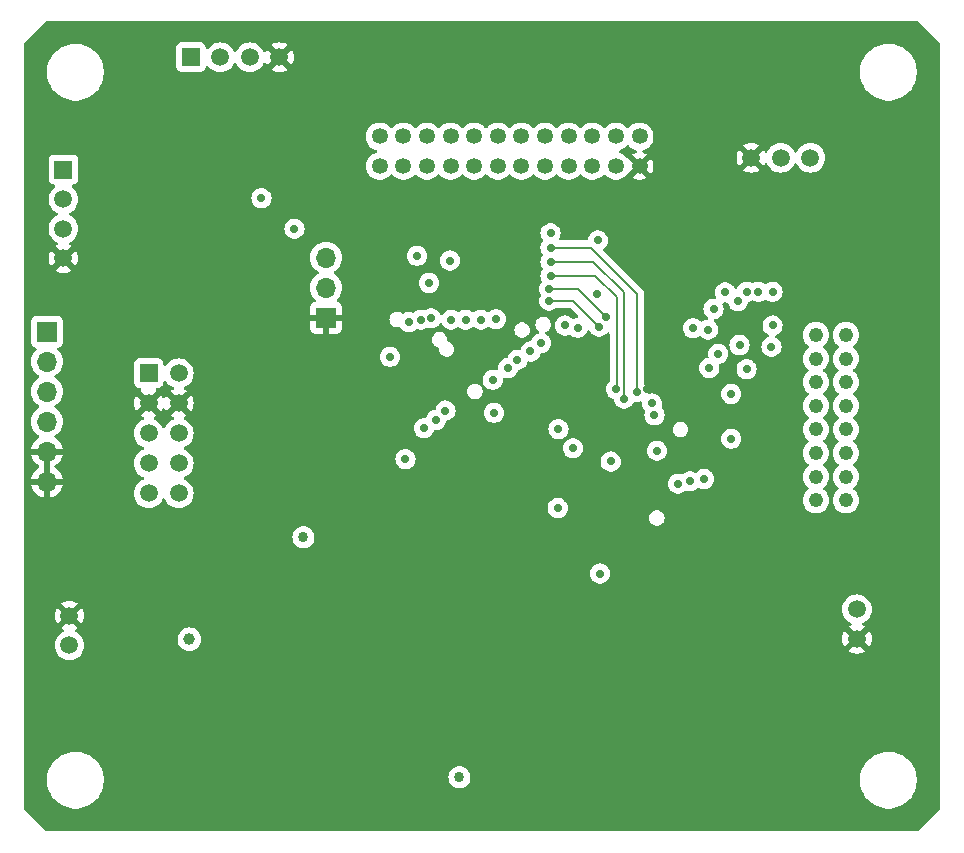
<source format=gbr>
%TF.GenerationSoftware,KiCad,Pcbnew,8.0.8-8.0.8-0~ubuntu24.04.1*%
%TF.CreationDate,2025-08-07T16:45:33-04:00*%
%TF.ProjectId,mainboard,6d61696e-626f-4617-9264-2e6b69636164,rev?*%
%TF.SameCoordinates,Original*%
%TF.FileFunction,Copper,L2,Inr*%
%TF.FilePolarity,Positive*%
%FSLAX46Y46*%
G04 Gerber Fmt 4.6, Leading zero omitted, Abs format (unit mm)*
G04 Created by KiCad (PCBNEW 8.0.8-8.0.8-0~ubuntu24.04.1) date 2025-08-07 16:45:33*
%MOMM*%
%LPD*%
G01*
G04 APERTURE LIST*
%TA.AperFunction,ComponentPad*%
%ADD10R,1.508000X1.508000*%
%TD*%
%TA.AperFunction,ComponentPad*%
%ADD11C,1.508000*%
%TD*%
%TA.AperFunction,ComponentPad*%
%ADD12R,1.700000X1.700000*%
%TD*%
%TA.AperFunction,ComponentPad*%
%ADD13O,1.700000X1.700000*%
%TD*%
%TA.AperFunction,ComponentPad*%
%ADD14C,1.219200*%
%TD*%
%TA.AperFunction,ComponentPad*%
%ADD15C,1.498600*%
%TD*%
%TA.AperFunction,ComponentPad*%
%ADD16C,1.346200*%
%TD*%
%TA.AperFunction,ViaPad*%
%ADD17C,1.000000*%
%TD*%
%TA.AperFunction,ViaPad*%
%ADD18C,0.860000*%
%TD*%
%TA.AperFunction,ViaPad*%
%ADD19C,0.700000*%
%TD*%
%TA.AperFunction,Conductor*%
%ADD20C,0.203200*%
%TD*%
G04 APERTURE END LIST*
D10*
%TO.N,RST*%
%TO.C,J7*%
X72748000Y-51137500D03*
D11*
%TO.N,SWDIO*%
X75288000Y-51137500D03*
%TO.N,GND*%
X72748000Y-53677500D03*
X75288000Y-53677500D03*
%TO.N,unconnected-(J7-Pad5)*%
X72747999Y-56217500D03*
%TO.N,SWCLK*%
X75288001Y-56217500D03*
%TO.N,unconnected-(J7-Pad7)*%
X72748000Y-58757500D03*
%TO.N,unconnected-(J7-Pad8)*%
X75288000Y-58757500D03*
%TO.N,/programming/5v5_in_jtag*%
X72748000Y-61297500D03*
X75288000Y-61297500D03*
%TD*%
D12*
%TO.N,unconnected-(J6-Pin_1-Pad1)*%
%TO.C,J6*%
X64135000Y-47625000D03*
D13*
%TO.N,PD2*%
X64135000Y-50165000D03*
%TO.N,PC12*%
X64135000Y-52704999D03*
%TO.N,unconnected-(J6-Pin_4-Pad4)*%
X64135000Y-55245000D03*
%TO.N,GND*%
X64135000Y-57785000D03*
X64135000Y-60325000D03*
%TD*%
D14*
%TO.N,PA0*%
%TO.C,U1*%
X129235000Y-61900000D03*
%TO.N,PA1*%
X129235000Y-59900001D03*
%TO.N,PA2*%
X129235000Y-57900000D03*
%TO.N,PA3*%
X129235000Y-55900001D03*
%TO.N,PA4*%
X129235000Y-53900000D03*
%TO.N,PA5*%
X129235000Y-51900002D03*
%TO.N,PA6*%
X129235000Y-49900001D03*
%TO.N,PA7*%
X129235000Y-47900000D03*
%TO.N,PA8*%
X131775000Y-61900000D03*
%TO.N,PA9*%
X131775000Y-59900001D03*
%TO.N,PA10*%
X131775000Y-57900000D03*
%TO.N,PB11*%
X131775000Y-55900001D03*
%TO.N,PB12*%
X131775000Y-53900000D03*
%TO.N,PB13*%
X131775000Y-51900002D03*
%TO.N,PB14*%
X131775000Y-49900001D03*
%TO.N,unconnected-(U1-Pad16)*%
X131775000Y-47900000D03*
%TD*%
D15*
%TO.N,+3.3V*%
%TO.C,J5*%
X128775000Y-32900000D03*
%TO.N,PC11*%
X126275000Y-32900000D03*
%TO.N,GND*%
X123775000Y-32900000D03*
%TD*%
D10*
%TO.N,PC13*%
%TO.C,J2*%
X65532000Y-33902002D03*
D11*
%TO.N,PC14*%
X65532000Y-36402002D03*
%TO.N,PC15*%
X65532000Y-38902000D03*
%TO.N,GND*%
X65532000Y-41402000D03*
%TD*%
D16*
%TO.N,PB0*%
%TO.C,J1*%
X92308399Y-31098306D03*
%TO.N,PB1*%
X92308399Y-33598306D03*
%TO.N,PB2*%
X94308400Y-31098306D03*
%TO.N,PB3*%
X94308400Y-33598306D03*
%TO.N,PB4*%
X96308398Y-31098306D03*
%TO.N,PB5*%
X96308398Y-33598306D03*
%TO.N,PB6*%
X98308400Y-31098306D03*
%TO.N,PB7*%
X98308400Y-33598306D03*
%TO.N,PB8*%
X100308398Y-31098306D03*
%TO.N,PB9*%
X100308398Y-33598306D03*
%TO.N,PB10*%
X102308399Y-31098306D03*
%TO.N,PC0*%
X102308399Y-33598306D03*
%TO.N,PC1*%
X104308400Y-31098306D03*
%TO.N,PC2*%
X104308400Y-33598306D03*
%TO.N,PC3*%
X106308399Y-31098306D03*
%TO.N,PC4*%
X106308399Y-33598306D03*
%TO.N,PC5*%
X108308400Y-31098306D03*
%TO.N,PC6*%
X108308400Y-33598306D03*
%TO.N,PC7*%
X110308398Y-31098306D03*
%TO.N,PC8*%
X110308398Y-33598306D03*
%TO.N,PC9*%
X112308399Y-31098306D03*
%TO.N,PC10*%
X112308399Y-33598306D03*
%TO.N,+3.3V*%
X114308398Y-31098306D03*
%TO.N,GND*%
X114308398Y-33598306D03*
%TD*%
D10*
%TO.N,PC13*%
%TO.C,J3*%
X76320002Y-24384000D03*
D11*
%TO.N,PC14*%
X78820002Y-24384000D03*
%TO.N,PC15*%
X81320000Y-24384000D03*
%TO.N,GND*%
X83820000Y-24384000D03*
%TD*%
D12*
%TO.N,GND*%
%TO.C,SW3*%
X87775000Y-46440000D03*
D13*
%TO.N,/stm/SW_BOOT0*%
X87775000Y-43900000D03*
%TO.N,+3.3V*%
X87775000Y-41360001D03*
%TD*%
D15*
%TO.N,RST*%
%TO.C,SW2*%
X132715000Y-71120000D03*
%TO.N,GND*%
X132715000Y-73620000D03*
%TD*%
%TO.N,+3.3V*%
%TO.C,J4*%
X66040000Y-74168000D03*
%TO.N,GND*%
X66040000Y-71668000D03*
%TD*%
D17*
%TO.N,/programming/5v5_post_diode*%
X76200000Y-73660000D03*
D18*
%TO.N,+3.3V*%
X85852000Y-65024000D03*
D19*
X107442000Y-55880000D03*
X101975000Y-54500000D03*
D18*
X99060000Y-85344000D03*
D19*
%TO.N,GND*%
X86106000Y-46482000D03*
X120523000Y-57531000D03*
X114975000Y-52500000D03*
X86360000Y-60960000D03*
X93853000Y-62484000D03*
X117052938Y-42282474D03*
X111760000Y-81280000D03*
X117221000Y-69088000D03*
X108839000Y-55499000D03*
X73914000Y-84978200D03*
X85090000Y-85090000D03*
X71120000Y-44704000D03*
X85090000Y-70739000D03*
X90424000Y-70742000D03*
X111760000Y-60325000D03*
X113100000Y-60200000D03*
X132080000Y-81280000D03*
X70036498Y-81212281D03*
X72136000Y-30480000D03*
X92575000Y-72300000D03*
X132080000Y-30480000D03*
X99575000Y-70900000D03*
X103403938Y-25431856D03*
X121920000Y-30480000D03*
%TO.N,PC9*%
X125575000Y-47100000D03*
X125575000Y-44248400D03*
%TO.N,PC3*%
X111861519Y-58613481D03*
X106775000Y-39300000D03*
%TO.N,PC8*%
X124375000Y-44248400D03*
X122775000Y-48751600D03*
%TO.N,PC6*%
X120215072Y-50700000D03*
X121575000Y-44300000D03*
%TO.N,PB8*%
X110875000Y-47200000D03*
X106675000Y-45000000D03*
%TO.N,PC2*%
X114101870Y-52718283D03*
X106775000Y-40500000D03*
%TO.N,PC10*%
X109075000Y-47300000D03*
X110775000Y-39900000D03*
%TO.N,PB3*%
X102146288Y-46571288D03*
X105975000Y-48600000D03*
%TO.N,PC5*%
X115575000Y-54700000D03*
%TO.N,PB10*%
X115775000Y-57700000D03*
%TO.N,PB9*%
X111475000Y-46400000D03*
X106675000Y-44000000D03*
%TO.N,PC7*%
X120975000Y-49500000D03*
X123375000Y-44248400D03*
%TO.N,PB5*%
X99575000Y-46600000D03*
X103975000Y-50000000D03*
X96475000Y-43500000D03*
%TO.N,PC0*%
X112323400Y-52500000D03*
X106775000Y-42900000D03*
%TO.N,PC1*%
X112975000Y-53300000D03*
X106775000Y-41700000D03*
%TO.N,PB2*%
X119775000Y-60100000D03*
%TO.N,PC4*%
X115375000Y-53700000D03*
%TO.N,PB6*%
X98375000Y-46600000D03*
X103175000Y-50700000D03*
%TO.N,PB7*%
X101875000Y-51700000D03*
X98275000Y-41600000D03*
%TO.N,PB1*%
X118575000Y-60300000D03*
X94488000Y-58420000D03*
%TO.N,PB0*%
X117575000Y-60498400D03*
%TO.N,PB4*%
X95475000Y-41200000D03*
X105075000Y-49300000D03*
X100875000Y-46600000D03*
%TO.N,PA8*%
X122625000Y-45048400D03*
X120125000Y-47450000D03*
%TO.N,PB14*%
X125475000Y-48900000D03*
%TO.N,PB11*%
X122075000Y-56700000D03*
%TO.N,PB12*%
X122075000Y-52900000D03*
%TO.N,PB13*%
X123375000Y-50800000D03*
%TO.N,PA9*%
X120575000Y-45700000D03*
X118852695Y-47322305D03*
%TO.N,PC15*%
X94775000Y-46800000D03*
X96075000Y-55800000D03*
X85090000Y-38902000D03*
%TO.N,PC14*%
X82296000Y-36322000D03*
X97075000Y-55100000D03*
X95775000Y-46600000D03*
%TO.N,PC13*%
X97875000Y-54300000D03*
X96675000Y-46500000D03*
%TO.N,PC11*%
X107975000Y-47100000D03*
X110675000Y-44400000D03*
%TO.N,RST*%
X107375000Y-62558000D03*
X110975000Y-68100000D03*
X108675000Y-57500000D03*
X93175000Y-49751600D03*
%TD*%
D20*
%TO.N,PB8*%
X106675000Y-45000000D02*
X108675000Y-45000000D01*
X108675000Y-45000000D02*
X110875000Y-47200000D01*
%TO.N,PC2*%
X110175000Y-40500000D02*
X106775000Y-40500000D01*
X110575000Y-40900000D02*
X110175000Y-40500000D01*
X114101870Y-52718283D02*
X114101870Y-44426870D01*
X114101870Y-44426870D02*
X110575000Y-40900000D01*
%TO.N,PB9*%
X111475000Y-46400000D02*
X109075000Y-44000000D01*
X109075000Y-44000000D02*
X106675000Y-44000000D01*
%TO.N,PC0*%
X112323400Y-52500000D02*
X112375000Y-52448400D01*
X110575000Y-42900000D02*
X106775000Y-42900000D01*
X112375000Y-44700000D02*
X110575000Y-42900000D01*
X112375000Y-52448400D02*
X112375000Y-44700000D01*
%TO.N,PC1*%
X112975000Y-53300000D02*
X112975000Y-44300000D01*
X112975000Y-44300000D02*
X110375000Y-41700000D01*
X110375000Y-41700000D02*
X106775000Y-41700000D01*
%TD*%
%TA.AperFunction,Conductor*%
%TO.N,GND*%
G36*
X74822075Y-53870493D02*
G01*
X74887901Y-53984507D01*
X74980993Y-54077599D01*
X75095007Y-54143425D01*
X75158590Y-54160462D01*
X74595555Y-54723496D01*
X74658601Y-54767642D01*
X74658609Y-54767646D01*
X74802711Y-54834842D01*
X74855151Y-54881014D01*
X74874303Y-54948207D01*
X74854087Y-55015089D01*
X74802712Y-55059606D01*
X74658354Y-55126921D01*
X74658350Y-55126923D01*
X74478548Y-55252822D01*
X74478542Y-55252827D01*
X74323328Y-55408041D01*
X74323323Y-55408047D01*
X74197424Y-55587849D01*
X74197420Y-55587857D01*
X74130382Y-55731622D01*
X74084210Y-55784062D01*
X74017016Y-55803214D01*
X73950135Y-55782998D01*
X73905618Y-55731622D01*
X73845484Y-55602665D01*
X73838578Y-55587854D01*
X73838576Y-55587851D01*
X73838575Y-55587849D01*
X73712676Y-55408047D01*
X73712671Y-55408041D01*
X73557457Y-55252827D01*
X73557451Y-55252822D01*
X73377649Y-55126923D01*
X73377645Y-55126921D01*
X73233287Y-55059606D01*
X73180848Y-55013434D01*
X73161696Y-54946240D01*
X73181912Y-54879359D01*
X73233288Y-54834842D01*
X73377390Y-54767646D01*
X73440442Y-54723495D01*
X72877410Y-54160462D01*
X72940993Y-54143425D01*
X73055007Y-54077599D01*
X73148099Y-53984507D01*
X73213925Y-53870493D01*
X73230962Y-53806909D01*
X73793995Y-54369942D01*
X73838145Y-54306892D01*
X73905618Y-54162197D01*
X73951790Y-54109758D01*
X74018984Y-54090606D01*
X74085865Y-54110822D01*
X74130382Y-54162197D01*
X74197854Y-54306892D01*
X74242003Y-54369943D01*
X74805037Y-53806909D01*
X74822075Y-53870493D01*
G37*
%TD.AperFunction*%
%TA.AperFunction,Conductor*%
G36*
X74207700Y-51788333D02*
G01*
X74228073Y-51810922D01*
X74323326Y-51946957D01*
X74323327Y-51946958D01*
X74478541Y-52102172D01*
X74478547Y-52102177D01*
X74658349Y-52228076D01*
X74658351Y-52228077D01*
X74658354Y-52228079D01*
X74738540Y-52265470D01*
X74802710Y-52295393D01*
X74855150Y-52341565D01*
X74874302Y-52408758D01*
X74854086Y-52475640D01*
X74802712Y-52520157D01*
X74658603Y-52587357D01*
X74595556Y-52631503D01*
X74595555Y-52631503D01*
X75158590Y-53194537D01*
X75095007Y-53211575D01*
X74980993Y-53277401D01*
X74887901Y-53370493D01*
X74822075Y-53484507D01*
X74805037Y-53548090D01*
X74242003Y-52985055D01*
X74242003Y-52985056D01*
X74197856Y-53048104D01*
X74197855Y-53048106D01*
X74130382Y-53192802D01*
X74084209Y-53245241D01*
X74017016Y-53264393D01*
X73950135Y-53244177D01*
X73905618Y-53192802D01*
X73838144Y-53048105D01*
X73838142Y-53048101D01*
X73793996Y-52985055D01*
X73230962Y-53548089D01*
X73213925Y-53484507D01*
X73148099Y-53370493D01*
X73055007Y-53277401D01*
X72940993Y-53211575D01*
X72877409Y-53194537D01*
X73440443Y-52631503D01*
X73420550Y-52617574D01*
X73376925Y-52562997D01*
X73369731Y-52493499D01*
X73401254Y-52431144D01*
X73461484Y-52395730D01*
X73491672Y-52391999D01*
X73549872Y-52391999D01*
X73609483Y-52385591D01*
X73744331Y-52335296D01*
X73859546Y-52249046D01*
X73945796Y-52133831D01*
X73996091Y-51998983D01*
X74002500Y-51939373D01*
X74002499Y-51882045D01*
X74022182Y-51815009D01*
X74074986Y-51769253D01*
X74144144Y-51759309D01*
X74207700Y-51788333D01*
G37*
%TD.AperFunction*%
%TA.AperFunction,Conductor*%
G36*
X64385000Y-59891988D02*
G01*
X64327993Y-59859075D01*
X64200826Y-59825000D01*
X64069174Y-59825000D01*
X63942007Y-59859075D01*
X63885000Y-59891988D01*
X63885000Y-58218012D01*
X63942007Y-58250925D01*
X64069174Y-58285000D01*
X64200826Y-58285000D01*
X64327993Y-58250925D01*
X64385000Y-58218012D01*
X64385000Y-59891988D01*
G37*
%TD.AperFunction*%
%TA.AperFunction,Conductor*%
G36*
X113396444Y-31839991D02*
G01*
X113407350Y-31852577D01*
X113431514Y-31884574D01*
X113437381Y-31892343D01*
X113598116Y-32038871D01*
X113783038Y-32153371D01*
X113988448Y-32232947D01*
X114043849Y-32275520D01*
X114067440Y-32341287D01*
X114051729Y-32409367D01*
X114001705Y-32458146D01*
X113988448Y-32464200D01*
X113783272Y-32543686D01*
X113783259Y-32543692D01*
X113674609Y-32610964D01*
X114245043Y-33181397D01*
X114146632Y-33207767D01*
X114051065Y-33262943D01*
X113973035Y-33340973D01*
X113917859Y-33436540D01*
X113891489Y-33534951D01*
X113300954Y-32944416D01*
X113298470Y-32943870D01*
X113259182Y-32909896D01*
X113234982Y-32877851D01*
X113179416Y-32804269D01*
X113018681Y-32657741D01*
X112833759Y-32543241D01*
X112833758Y-32543240D01*
X112708258Y-32494622D01*
X112630946Y-32464671D01*
X112630944Y-32464670D01*
X112629040Y-32463933D01*
X112573639Y-32421360D01*
X112550048Y-32355593D01*
X112565759Y-32287513D01*
X112615783Y-32238734D01*
X112629040Y-32232679D01*
X112630944Y-32231941D01*
X112630946Y-32231941D01*
X112833759Y-32153371D01*
X113018681Y-32038871D01*
X113179416Y-31892343D01*
X113209445Y-31852577D01*
X113265550Y-31810943D01*
X113335262Y-31806250D01*
X113396444Y-31839991D01*
G37*
%TD.AperFunction*%
%TA.AperFunction,Conductor*%
G36*
X137874201Y-21332185D02*
G01*
X137894843Y-21348819D01*
X139687181Y-23141157D01*
X139720666Y-23202480D01*
X139723500Y-23228838D01*
X139723500Y-88023162D01*
X139703815Y-88090201D01*
X139687181Y-88110843D01*
X137894843Y-89903181D01*
X137833520Y-89936666D01*
X137807162Y-89939500D01*
X64122838Y-89939500D01*
X64055799Y-89919815D01*
X64035157Y-89903181D01*
X62242819Y-88110843D01*
X62209334Y-88049520D01*
X62206500Y-88023162D01*
X62206500Y-85463186D01*
X64147500Y-85463186D01*
X64147500Y-85732813D01*
X64177686Y-86000719D01*
X64177688Y-86000731D01*
X64237684Y-86263594D01*
X64237687Y-86263602D01*
X64326734Y-86518082D01*
X64443714Y-86760994D01*
X64443716Y-86760997D01*
X64587162Y-86989289D01*
X64755266Y-87200085D01*
X64945915Y-87390734D01*
X65156711Y-87558838D01*
X65385003Y-87702284D01*
X65627921Y-87819267D01*
X65819049Y-87886145D01*
X65882397Y-87908312D01*
X65882405Y-87908315D01*
X65882408Y-87908315D01*
X65882409Y-87908316D01*
X66145268Y-87968312D01*
X66413187Y-87998499D01*
X66413188Y-87998500D01*
X66413191Y-87998500D01*
X66682812Y-87998500D01*
X66682812Y-87998499D01*
X66950732Y-87968312D01*
X67213591Y-87908316D01*
X67468079Y-87819267D01*
X67710997Y-87702284D01*
X67939289Y-87558838D01*
X68150085Y-87390734D01*
X68340734Y-87200085D01*
X68508838Y-86989289D01*
X68652284Y-86760997D01*
X68769267Y-86518079D01*
X68858316Y-86263591D01*
X68918312Y-86000732D01*
X68948500Y-85732809D01*
X68948500Y-85463191D01*
X68935070Y-85344000D01*
X98124375Y-85344000D01*
X98144821Y-85538528D01*
X98205264Y-85724555D01*
X98205265Y-85724556D01*
X98303060Y-85893942D01*
X98303063Y-85893947D01*
X98433945Y-86039305D01*
X98548916Y-86122836D01*
X98592188Y-86154276D01*
X98770876Y-86233832D01*
X98962201Y-86274500D01*
X99157799Y-86274500D01*
X99349124Y-86233832D01*
X99527813Y-86154275D01*
X99686055Y-86039305D01*
X99816937Y-85893947D01*
X99914736Y-85724553D01*
X99975179Y-85538527D01*
X99983098Y-85463186D01*
X132981500Y-85463186D01*
X132981500Y-85732813D01*
X133011686Y-86000719D01*
X133011688Y-86000731D01*
X133071684Y-86263594D01*
X133071687Y-86263602D01*
X133160734Y-86518082D01*
X133277714Y-86760994D01*
X133277716Y-86760997D01*
X133421162Y-86989289D01*
X133589266Y-87200085D01*
X133779915Y-87390734D01*
X133990711Y-87558838D01*
X134219003Y-87702284D01*
X134461921Y-87819267D01*
X134653049Y-87886145D01*
X134716397Y-87908312D01*
X134716405Y-87908315D01*
X134716408Y-87908315D01*
X134716409Y-87908316D01*
X134979268Y-87968312D01*
X135247187Y-87998499D01*
X135247188Y-87998500D01*
X135247191Y-87998500D01*
X135516812Y-87998500D01*
X135516812Y-87998499D01*
X135784732Y-87968312D01*
X136047591Y-87908316D01*
X136302079Y-87819267D01*
X136544997Y-87702284D01*
X136773289Y-87558838D01*
X136984085Y-87390734D01*
X137174734Y-87200085D01*
X137342838Y-86989289D01*
X137486284Y-86760997D01*
X137603267Y-86518079D01*
X137692316Y-86263591D01*
X137752312Y-86000732D01*
X137782500Y-85732809D01*
X137782500Y-85463191D01*
X137752312Y-85195268D01*
X137692316Y-84932409D01*
X137603267Y-84677921D01*
X137486284Y-84435003D01*
X137342838Y-84206711D01*
X137174734Y-83995915D01*
X136984085Y-83805266D01*
X136773289Y-83637162D01*
X136544997Y-83493716D01*
X136544994Y-83493714D01*
X136302082Y-83376734D01*
X136047602Y-83287687D01*
X136047594Y-83287684D01*
X135850446Y-83242687D01*
X135784732Y-83227688D01*
X135784728Y-83227687D01*
X135784719Y-83227686D01*
X135516813Y-83197500D01*
X135516809Y-83197500D01*
X135247191Y-83197500D01*
X135247186Y-83197500D01*
X134979280Y-83227686D01*
X134979268Y-83227688D01*
X134716405Y-83287684D01*
X134716397Y-83287687D01*
X134461917Y-83376734D01*
X134219005Y-83493714D01*
X133990712Y-83637161D01*
X133779915Y-83805265D01*
X133589265Y-83995915D01*
X133421161Y-84206712D01*
X133277714Y-84435005D01*
X133160734Y-84677917D01*
X133071687Y-84932397D01*
X133071684Y-84932405D01*
X133011688Y-85195268D01*
X133011686Y-85195280D01*
X132981500Y-85463186D01*
X99983098Y-85463186D01*
X99995625Y-85344000D01*
X99975179Y-85149473D01*
X99914736Y-84963447D01*
X99914735Y-84963446D01*
X99914735Y-84963444D01*
X99914734Y-84963443D01*
X99816939Y-84794057D01*
X99816937Y-84794053D01*
X99686055Y-84648695D01*
X99614355Y-84596601D01*
X99527811Y-84533723D01*
X99349123Y-84454167D01*
X99157799Y-84413500D01*
X98962201Y-84413500D01*
X98770876Y-84454167D01*
X98770871Y-84454169D01*
X98592188Y-84533725D01*
X98592183Y-84533727D01*
X98433948Y-84648692D01*
X98433945Y-84648694D01*
X98433945Y-84648695D01*
X98303063Y-84794053D01*
X98303061Y-84794054D01*
X98303060Y-84794057D01*
X98205265Y-84963443D01*
X98205264Y-84963444D01*
X98144821Y-85149471D01*
X98124375Y-85344000D01*
X68935070Y-85344000D01*
X68918312Y-85195268D01*
X68858316Y-84932409D01*
X68769267Y-84677921D01*
X68652284Y-84435003D01*
X68508838Y-84206711D01*
X68340734Y-83995915D01*
X68150085Y-83805266D01*
X67939289Y-83637162D01*
X67710997Y-83493716D01*
X67710994Y-83493714D01*
X67468082Y-83376734D01*
X67213602Y-83287687D01*
X67213594Y-83287684D01*
X67016446Y-83242687D01*
X66950732Y-83227688D01*
X66950728Y-83227687D01*
X66950719Y-83227686D01*
X66682813Y-83197500D01*
X66682809Y-83197500D01*
X66413191Y-83197500D01*
X66413186Y-83197500D01*
X66145280Y-83227686D01*
X66145268Y-83227688D01*
X65882405Y-83287684D01*
X65882397Y-83287687D01*
X65627917Y-83376734D01*
X65385005Y-83493714D01*
X65156712Y-83637161D01*
X64945915Y-83805265D01*
X64755265Y-83995915D01*
X64587161Y-84206712D01*
X64443714Y-84435005D01*
X64326734Y-84677917D01*
X64237687Y-84932397D01*
X64237684Y-84932405D01*
X64177688Y-85195268D01*
X64177686Y-85195280D01*
X64147500Y-85463186D01*
X62206500Y-85463186D01*
X62206500Y-74167999D01*
X64785426Y-74167999D01*
X64785426Y-74168000D01*
X64804485Y-74385849D01*
X64804487Y-74385859D01*
X64861083Y-74597082D01*
X64861085Y-74597086D01*
X64861086Y-74597090D01*
X64891644Y-74662621D01*
X64953506Y-74795286D01*
X64978593Y-74831114D01*
X65078941Y-74974425D01*
X65233575Y-75129059D01*
X65412713Y-75254493D01*
X65610910Y-75346914D01*
X65822146Y-75403514D01*
X65996429Y-75418762D01*
X66039999Y-75422574D01*
X66040000Y-75422574D01*
X66040001Y-75422574D01*
X66076309Y-75419397D01*
X66257854Y-75403514D01*
X66469090Y-75346914D01*
X66667287Y-75254493D01*
X66846425Y-75129059D01*
X67001059Y-74974425D01*
X67126493Y-74795287D01*
X67218914Y-74597090D01*
X67275514Y-74385854D01*
X67294574Y-74168000D01*
X67275514Y-73950146D01*
X67218914Y-73738910D01*
X67182118Y-73660000D01*
X75194659Y-73660000D01*
X75213975Y-73856129D01*
X75213976Y-73856132D01*
X75249595Y-73973553D01*
X75271188Y-74044733D01*
X75364086Y-74218532D01*
X75364090Y-74218539D01*
X75489116Y-74370883D01*
X75641460Y-74495909D01*
X75641467Y-74495913D01*
X75815266Y-74588811D01*
X75815269Y-74588811D01*
X75815273Y-74588814D01*
X76003868Y-74646024D01*
X76200000Y-74665341D01*
X76396132Y-74646024D01*
X76584727Y-74588814D01*
X76758538Y-74495910D01*
X76910883Y-74370883D01*
X77035910Y-74218538D01*
X77109134Y-74081546D01*
X77128811Y-74044733D01*
X77128811Y-74044732D01*
X77128814Y-74044727D01*
X77186024Y-73856132D01*
X77205341Y-73660000D01*
X77186024Y-73463868D01*
X77128814Y-73275273D01*
X77128811Y-73275269D01*
X77128811Y-73275266D01*
X77035913Y-73101467D01*
X77035909Y-73101460D01*
X76910883Y-72949116D01*
X76758539Y-72824090D01*
X76758532Y-72824086D01*
X76584733Y-72731188D01*
X76584727Y-72731186D01*
X76396132Y-72673976D01*
X76396129Y-72673975D01*
X76200000Y-72654659D01*
X76003870Y-72673975D01*
X75815266Y-72731188D01*
X75641467Y-72824086D01*
X75641460Y-72824090D01*
X75489116Y-72949116D01*
X75364090Y-73101460D01*
X75364086Y-73101467D01*
X75271188Y-73275266D01*
X75213975Y-73463870D01*
X75194659Y-73660000D01*
X67182118Y-73660000D01*
X67126493Y-73540713D01*
X67001059Y-73361575D01*
X66846425Y-73206941D01*
X66695783Y-73101460D01*
X66667286Y-73081506D01*
X66557056Y-73030105D01*
X66504617Y-72983932D01*
X66485465Y-72916739D01*
X66505681Y-72849858D01*
X66557057Y-72805340D01*
X66667037Y-72754056D01*
X66729069Y-72710621D01*
X66165573Y-72147125D01*
X66231179Y-72129546D01*
X66344121Y-72064339D01*
X66436339Y-71972121D01*
X66501546Y-71859179D01*
X66519125Y-71793573D01*
X67082621Y-72357069D01*
X67126057Y-72295035D01*
X67218440Y-72096919D01*
X67218444Y-72096910D01*
X67275018Y-71885771D01*
X67275020Y-71885761D01*
X67294072Y-71668001D01*
X67294072Y-71667998D01*
X67275020Y-71450238D01*
X67275018Y-71450228D01*
X67218444Y-71239089D01*
X67218440Y-71239080D01*
X67162912Y-71119999D01*
X131460426Y-71119999D01*
X131460426Y-71120000D01*
X131479485Y-71337849D01*
X131479487Y-71337859D01*
X131536083Y-71549082D01*
X131536085Y-71549086D01*
X131536086Y-71549090D01*
X131561128Y-71602793D01*
X131628506Y-71747286D01*
X131628507Y-71747287D01*
X131753941Y-71926425D01*
X131908575Y-72081059D01*
X132087713Y-72206493D01*
X132197943Y-72257894D01*
X132250382Y-72304066D01*
X132269534Y-72371260D01*
X132249318Y-72438141D01*
X132197943Y-72482658D01*
X132087964Y-72533942D01*
X132025930Y-72577377D01*
X132589428Y-73140874D01*
X132523821Y-73158454D01*
X132410879Y-73223661D01*
X132318661Y-73315879D01*
X132253454Y-73428821D01*
X132235874Y-73494427D01*
X131672377Y-72930930D01*
X131628942Y-72992964D01*
X131536559Y-73191080D01*
X131536555Y-73191089D01*
X131479981Y-73402228D01*
X131479979Y-73402238D01*
X131460928Y-73619998D01*
X131460928Y-73620001D01*
X131479979Y-73837761D01*
X131479981Y-73837771D01*
X131536555Y-74048910D01*
X131536559Y-74048919D01*
X131628944Y-74247039D01*
X131672376Y-74309068D01*
X131672377Y-74309069D01*
X132235874Y-73745572D01*
X132253454Y-73811179D01*
X132318661Y-73924121D01*
X132410879Y-74016339D01*
X132523821Y-74081546D01*
X132589427Y-74099125D01*
X132025929Y-74662621D01*
X132025930Y-74662622D01*
X132087960Y-74706055D01*
X132286080Y-74798440D01*
X132286089Y-74798444D01*
X132497228Y-74855018D01*
X132497238Y-74855020D01*
X132714998Y-74874072D01*
X132715002Y-74874072D01*
X132932761Y-74855020D01*
X132932771Y-74855018D01*
X133143910Y-74798444D01*
X133143919Y-74798440D01*
X133342035Y-74706057D01*
X133404069Y-74662621D01*
X132840573Y-74099125D01*
X132906179Y-74081546D01*
X133019121Y-74016339D01*
X133111339Y-73924121D01*
X133176546Y-73811179D01*
X133194125Y-73745573D01*
X133757621Y-74309069D01*
X133801057Y-74247035D01*
X133893440Y-74048919D01*
X133893444Y-74048910D01*
X133950018Y-73837771D01*
X133950020Y-73837761D01*
X133969072Y-73620001D01*
X133969072Y-73619998D01*
X133950020Y-73402238D01*
X133950018Y-73402228D01*
X133893444Y-73191089D01*
X133893440Y-73191080D01*
X133801055Y-72992960D01*
X133757622Y-72930930D01*
X133757621Y-72930929D01*
X133194124Y-73494426D01*
X133176546Y-73428821D01*
X133111339Y-73315879D01*
X133019121Y-73223661D01*
X132906179Y-73158454D01*
X132840572Y-73140874D01*
X133404069Y-72577377D01*
X133404068Y-72577376D01*
X133342038Y-72533943D01*
X133342036Y-72533942D01*
X133232057Y-72482658D01*
X133179617Y-72436486D01*
X133160465Y-72369292D01*
X133180681Y-72302411D01*
X133232057Y-72257894D01*
X133342287Y-72206493D01*
X133521425Y-72081059D01*
X133676059Y-71926425D01*
X133801493Y-71747287D01*
X133893914Y-71549090D01*
X133950514Y-71337854D01*
X133969574Y-71120000D01*
X133950514Y-70902146D01*
X133893914Y-70690910D01*
X133801493Y-70492713D01*
X133676059Y-70313575D01*
X133521425Y-70158941D01*
X133342287Y-70033507D01*
X133342288Y-70033507D01*
X133342286Y-70033506D01*
X133243188Y-69987296D01*
X133144090Y-69941086D01*
X133144086Y-69941085D01*
X133144082Y-69941083D01*
X132932859Y-69884487D01*
X132932849Y-69884485D01*
X132715001Y-69865426D01*
X132714999Y-69865426D01*
X132497150Y-69884485D01*
X132497140Y-69884487D01*
X132285917Y-69941083D01*
X132285908Y-69941087D01*
X132087713Y-70033506D01*
X131968201Y-70117190D01*
X131908575Y-70158941D01*
X131908573Y-70158942D01*
X131908570Y-70158945D01*
X131753945Y-70313570D01*
X131628506Y-70492713D01*
X131536087Y-70690908D01*
X131536083Y-70690917D01*
X131479487Y-70902140D01*
X131479485Y-70902150D01*
X131460426Y-71119999D01*
X67162912Y-71119999D01*
X67126055Y-71040960D01*
X67082622Y-70978930D01*
X67082621Y-70978929D01*
X66519124Y-71542426D01*
X66501546Y-71476821D01*
X66436339Y-71363879D01*
X66344121Y-71271661D01*
X66231179Y-71206454D01*
X66165572Y-71188874D01*
X66729069Y-70625377D01*
X66729068Y-70625376D01*
X66667039Y-70581944D01*
X66468919Y-70489559D01*
X66468910Y-70489555D01*
X66257771Y-70432981D01*
X66257761Y-70432979D01*
X66040002Y-70413928D01*
X66039998Y-70413928D01*
X65822238Y-70432979D01*
X65822228Y-70432981D01*
X65611089Y-70489555D01*
X65611080Y-70489559D01*
X65412964Y-70581942D01*
X65350930Y-70625377D01*
X65914428Y-71188874D01*
X65848821Y-71206454D01*
X65735879Y-71271661D01*
X65643661Y-71363879D01*
X65578454Y-71476821D01*
X65560874Y-71542427D01*
X64997377Y-70978930D01*
X64953942Y-71040964D01*
X64861559Y-71239080D01*
X64861555Y-71239089D01*
X64804981Y-71450228D01*
X64804979Y-71450238D01*
X64785928Y-71667998D01*
X64785928Y-71668001D01*
X64804979Y-71885761D01*
X64804981Y-71885771D01*
X64861555Y-72096910D01*
X64861559Y-72096919D01*
X64953944Y-72295039D01*
X64997376Y-72357068D01*
X64997377Y-72357069D01*
X65560874Y-71793572D01*
X65578454Y-71859179D01*
X65643661Y-71972121D01*
X65735879Y-72064339D01*
X65848821Y-72129546D01*
X65914427Y-72147125D01*
X65350929Y-72710621D01*
X65350930Y-72710622D01*
X65412961Y-72754056D01*
X65412962Y-72754057D01*
X65522942Y-72805341D01*
X65575382Y-72851513D01*
X65594534Y-72918706D01*
X65574319Y-72985587D01*
X65522944Y-73030105D01*
X65412711Y-73081508D01*
X65384217Y-73101460D01*
X65233575Y-73206941D01*
X65233573Y-73206942D01*
X65233570Y-73206945D01*
X65078945Y-73361570D01*
X65078942Y-73361573D01*
X65078941Y-73361575D01*
X65037190Y-73421201D01*
X64953506Y-73540713D01*
X64861087Y-73738908D01*
X64861083Y-73738917D01*
X64804487Y-73950140D01*
X64804485Y-73950150D01*
X64785426Y-74167999D01*
X62206500Y-74167999D01*
X62206500Y-68100000D01*
X110119815Y-68100000D01*
X110138503Y-68277805D01*
X110138504Y-68277807D01*
X110193747Y-68447829D01*
X110193750Y-68447835D01*
X110283141Y-68602665D01*
X110324812Y-68648946D01*
X110402764Y-68735521D01*
X110402767Y-68735523D01*
X110402770Y-68735526D01*
X110547407Y-68840612D01*
X110710733Y-68913329D01*
X110885609Y-68950500D01*
X110885610Y-68950500D01*
X111064389Y-68950500D01*
X111064391Y-68950500D01*
X111239267Y-68913329D01*
X111402593Y-68840612D01*
X111547230Y-68735526D01*
X111666859Y-68602665D01*
X111756250Y-68447835D01*
X111811497Y-68277803D01*
X111830185Y-68100000D01*
X111811497Y-67922197D01*
X111756250Y-67752165D01*
X111666859Y-67597335D01*
X111620003Y-67545296D01*
X111547235Y-67464478D01*
X111547232Y-67464476D01*
X111547231Y-67464475D01*
X111547230Y-67464474D01*
X111402593Y-67359388D01*
X111239267Y-67286671D01*
X111239265Y-67286670D01*
X111111594Y-67259533D01*
X111064391Y-67249500D01*
X110885609Y-67249500D01*
X110854954Y-67256015D01*
X110710733Y-67286670D01*
X110710728Y-67286672D01*
X110547408Y-67359387D01*
X110402768Y-67464475D01*
X110283140Y-67597336D01*
X110193750Y-67752164D01*
X110193747Y-67752170D01*
X110138504Y-67922192D01*
X110138503Y-67922194D01*
X110119815Y-68100000D01*
X62206500Y-68100000D01*
X62206500Y-65024000D01*
X84916375Y-65024000D01*
X84936821Y-65218528D01*
X84997264Y-65404555D01*
X84997265Y-65404556D01*
X85095060Y-65573942D01*
X85095063Y-65573947D01*
X85225945Y-65719305D01*
X85340916Y-65802836D01*
X85384188Y-65834276D01*
X85562876Y-65913832D01*
X85754201Y-65954500D01*
X85949799Y-65954500D01*
X86141124Y-65913832D01*
X86319813Y-65834275D01*
X86478055Y-65719305D01*
X86608937Y-65573947D01*
X86706736Y-65404553D01*
X86767179Y-65218527D01*
X86787625Y-65024000D01*
X86767179Y-64829473D01*
X86706736Y-64643447D01*
X86706735Y-64643446D01*
X86706735Y-64643444D01*
X86706734Y-64643443D01*
X86608939Y-64474057D01*
X86608937Y-64474053D01*
X86478055Y-64328695D01*
X86406355Y-64276601D01*
X86319811Y-64213723D01*
X86141123Y-64134167D01*
X85949799Y-64093500D01*
X85754201Y-64093500D01*
X85562876Y-64134167D01*
X85562871Y-64134169D01*
X85384188Y-64213725D01*
X85384183Y-64213727D01*
X85225948Y-64328692D01*
X85225945Y-64328694D01*
X85225945Y-64328695D01*
X85095063Y-64474053D01*
X85095061Y-64474054D01*
X85095060Y-64474057D01*
X84997265Y-64643443D01*
X84997264Y-64643444D01*
X84936821Y-64829471D01*
X84916375Y-65024000D01*
X62206500Y-65024000D01*
X62206500Y-62558000D01*
X106519815Y-62558000D01*
X106538503Y-62735805D01*
X106538504Y-62735807D01*
X106593747Y-62905829D01*
X106593750Y-62905835D01*
X106683141Y-63060665D01*
X106714484Y-63095475D01*
X106802764Y-63193521D01*
X106802767Y-63193523D01*
X106802770Y-63193526D01*
X106947407Y-63298612D01*
X107110733Y-63371329D01*
X107285609Y-63408500D01*
X107285610Y-63408500D01*
X107464389Y-63408500D01*
X107464391Y-63408500D01*
X107504385Y-63399999D01*
X115119722Y-63399999D01*
X115119722Y-63400000D01*
X115138762Y-63556818D01*
X115194780Y-63704523D01*
X115284517Y-63834530D01*
X115402760Y-63939283D01*
X115402762Y-63939284D01*
X115542634Y-64012696D01*
X115696014Y-64050500D01*
X115696015Y-64050500D01*
X115853985Y-64050500D01*
X116007365Y-64012696D01*
X116147240Y-63939283D01*
X116265483Y-63834530D01*
X116355220Y-63704523D01*
X116411237Y-63556818D01*
X116430278Y-63400000D01*
X116411237Y-63243182D01*
X116355220Y-63095477D01*
X116265483Y-62965470D01*
X116147240Y-62860717D01*
X116147238Y-62860716D01*
X116147237Y-62860715D01*
X116007365Y-62787303D01*
X115853986Y-62749500D01*
X115853985Y-62749500D01*
X115696015Y-62749500D01*
X115696014Y-62749500D01*
X115542634Y-62787303D01*
X115402762Y-62860715D01*
X115284516Y-62965471D01*
X115194781Y-63095475D01*
X115194780Y-63095476D01*
X115138762Y-63243181D01*
X115119722Y-63399999D01*
X107504385Y-63399999D01*
X107639267Y-63371329D01*
X107802593Y-63298612D01*
X107947230Y-63193526D01*
X108066859Y-63060665D01*
X108156250Y-62905835D01*
X108211497Y-62735803D01*
X108230185Y-62558000D01*
X108211497Y-62380197D01*
X108156250Y-62210165D01*
X108066859Y-62055335D01*
X108020003Y-62003296D01*
X107947235Y-61922478D01*
X107947232Y-61922476D01*
X107947231Y-61922475D01*
X107947230Y-61922474D01*
X107802593Y-61817388D01*
X107639267Y-61744671D01*
X107639265Y-61744670D01*
X107511594Y-61717533D01*
X107464391Y-61707500D01*
X107285609Y-61707500D01*
X107254954Y-61714015D01*
X107110733Y-61744670D01*
X107110728Y-61744672D01*
X106947408Y-61817387D01*
X106802768Y-61922475D01*
X106683140Y-62055336D01*
X106593750Y-62210164D01*
X106593747Y-62210170D01*
X106538504Y-62380192D01*
X106538503Y-62380194D01*
X106519815Y-62558000D01*
X62206500Y-62558000D01*
X62206500Y-50164999D01*
X62779341Y-50164999D01*
X62779341Y-50165000D01*
X62799936Y-50400403D01*
X62799938Y-50400413D01*
X62861094Y-50628655D01*
X62861096Y-50628659D01*
X62861097Y-50628663D01*
X62936178Y-50789675D01*
X62960965Y-50842830D01*
X62960967Y-50842834D01*
X63055477Y-50977807D01*
X63096505Y-51036401D01*
X63263599Y-51203495D01*
X63405225Y-51302663D01*
X63449157Y-51333424D01*
X63492782Y-51388001D01*
X63499976Y-51457499D01*
X63468453Y-51519854D01*
X63449158Y-51536574D01*
X63263594Y-51666507D01*
X63096505Y-51833596D01*
X62960965Y-52027168D01*
X62960964Y-52027170D01*
X62861098Y-52241334D01*
X62861094Y-52241343D01*
X62799938Y-52469585D01*
X62799936Y-52469595D01*
X62779341Y-52704998D01*
X62779341Y-52704999D01*
X62799936Y-52940402D01*
X62799938Y-52940412D01*
X62861094Y-53168654D01*
X62861096Y-53168658D01*
X62861097Y-53168662D01*
X62949600Y-53358457D01*
X62960965Y-53382829D01*
X62960967Y-53382833D01*
X63096501Y-53576394D01*
X63096506Y-53576401D01*
X63263597Y-53743492D01*
X63263603Y-53743497D01*
X63449158Y-53873424D01*
X63492783Y-53928001D01*
X63499977Y-53997499D01*
X63468454Y-54059854D01*
X63449159Y-54076574D01*
X63263594Y-54206508D01*
X63096505Y-54373597D01*
X62960965Y-54567169D01*
X62960964Y-54567171D01*
X62861098Y-54781335D01*
X62861094Y-54781344D01*
X62799938Y-55009586D01*
X62799936Y-55009596D01*
X62779341Y-55244999D01*
X62779341Y-55245000D01*
X62799936Y-55480403D01*
X62799938Y-55480413D01*
X62861094Y-55708655D01*
X62861096Y-55708659D01*
X62861097Y-55708663D01*
X62905187Y-55803214D01*
X62960965Y-55922830D01*
X62960967Y-55922834D01*
X63055477Y-56057807D01*
X63088420Y-56104855D01*
X63096501Y-56116395D01*
X63096506Y-56116402D01*
X63263597Y-56283493D01*
X63263603Y-56283498D01*
X63291085Y-56302741D01*
X63405225Y-56382663D01*
X63449594Y-56413730D01*
X63493219Y-56468307D01*
X63500413Y-56537805D01*
X63468890Y-56600160D01*
X63449595Y-56616880D01*
X63263922Y-56746890D01*
X63263920Y-56746891D01*
X63096891Y-56913920D01*
X63096886Y-56913926D01*
X62961400Y-57107420D01*
X62961399Y-57107422D01*
X62861570Y-57321507D01*
X62861567Y-57321513D01*
X62804364Y-57534999D01*
X62804364Y-57535000D01*
X63701988Y-57535000D01*
X63669075Y-57592007D01*
X63635000Y-57719174D01*
X63635000Y-57850826D01*
X63669075Y-57977993D01*
X63701988Y-58035000D01*
X62804364Y-58035000D01*
X62861567Y-58248486D01*
X62861570Y-58248492D01*
X62961399Y-58462578D01*
X63096894Y-58656082D01*
X63263917Y-58823105D01*
X63450031Y-58953425D01*
X63493656Y-59008003D01*
X63500848Y-59077501D01*
X63469326Y-59139856D01*
X63450031Y-59156575D01*
X63263922Y-59286890D01*
X63263920Y-59286891D01*
X63096891Y-59453920D01*
X63096886Y-59453926D01*
X62961400Y-59647420D01*
X62961399Y-59647422D01*
X62861570Y-59861507D01*
X62861567Y-59861513D01*
X62804364Y-60074999D01*
X62804364Y-60075000D01*
X63701988Y-60075000D01*
X63669075Y-60132007D01*
X63635000Y-60259174D01*
X63635000Y-60390826D01*
X63669075Y-60517993D01*
X63701988Y-60575000D01*
X62804364Y-60575000D01*
X62861567Y-60788486D01*
X62861570Y-60788492D01*
X62961399Y-61002578D01*
X63096894Y-61196082D01*
X63263917Y-61363105D01*
X63457421Y-61498600D01*
X63671507Y-61598429D01*
X63671516Y-61598433D01*
X63885000Y-61655634D01*
X63885000Y-60758012D01*
X63942007Y-60790925D01*
X64069174Y-60825000D01*
X64200826Y-60825000D01*
X64327993Y-60790925D01*
X64385000Y-60758012D01*
X64385000Y-61655633D01*
X64598483Y-61598433D01*
X64598492Y-61598429D01*
X64812578Y-61498600D01*
X65006082Y-61363105D01*
X65173105Y-61196082D01*
X65308600Y-61002578D01*
X65408429Y-60788492D01*
X65408432Y-60788486D01*
X65465636Y-60575000D01*
X64568012Y-60575000D01*
X64600925Y-60517993D01*
X64635000Y-60390826D01*
X64635000Y-60259174D01*
X64600925Y-60132007D01*
X64568012Y-60075000D01*
X65465636Y-60075000D01*
X65465635Y-60074999D01*
X65408432Y-59861513D01*
X65408429Y-59861507D01*
X65308600Y-59647422D01*
X65308599Y-59647420D01*
X65173113Y-59453926D01*
X65173108Y-59453920D01*
X65006082Y-59286894D01*
X64819968Y-59156575D01*
X64776344Y-59101998D01*
X64769151Y-59032499D01*
X64800673Y-58970145D01*
X64819968Y-58953425D01*
X65006082Y-58823105D01*
X65173105Y-58656082D01*
X65308600Y-58462578D01*
X65408429Y-58248492D01*
X65408432Y-58248486D01*
X65465636Y-58035000D01*
X64568012Y-58035000D01*
X64600925Y-57977993D01*
X64635000Y-57850826D01*
X64635000Y-57719174D01*
X64600925Y-57592007D01*
X64568012Y-57535000D01*
X65465636Y-57535000D01*
X65465635Y-57534999D01*
X65408432Y-57321513D01*
X65408429Y-57321507D01*
X65308600Y-57107422D01*
X65308599Y-57107420D01*
X65173113Y-56913926D01*
X65173108Y-56913920D01*
X65006078Y-56746890D01*
X64820405Y-56616879D01*
X64776780Y-56562302D01*
X64769588Y-56492804D01*
X64801110Y-56430449D01*
X64820406Y-56413730D01*
X65006401Y-56283495D01*
X65072399Y-56217497D01*
X71488707Y-56217497D01*
X71488707Y-56217502D01*
X71507780Y-56435521D01*
X71507838Y-56436174D01*
X71564652Y-56648203D01*
X71564653Y-56648206D01*
X71564654Y-56648208D01*
X71657418Y-56847142D01*
X71657422Y-56847150D01*
X71783321Y-57026952D01*
X71783326Y-57026958D01*
X71938540Y-57182172D01*
X71938546Y-57182177D01*
X72118348Y-57308076D01*
X72118350Y-57308077D01*
X72118353Y-57308079D01*
X72177214Y-57335526D01*
X72262119Y-57375118D01*
X72314559Y-57421290D01*
X72333711Y-57488483D01*
X72313495Y-57555365D01*
X72262120Y-57599882D01*
X72118353Y-57666921D01*
X72118349Y-57666923D01*
X71938547Y-57792822D01*
X71938541Y-57792827D01*
X71783327Y-57948041D01*
X71783322Y-57948047D01*
X71657423Y-58127849D01*
X71657419Y-58127857D01*
X71564655Y-58326791D01*
X71564653Y-58326795D01*
X71564653Y-58326797D01*
X71562315Y-58335523D01*
X71507839Y-58538824D01*
X71507838Y-58538831D01*
X71488708Y-58757497D01*
X71488708Y-58757502D01*
X71507838Y-58976168D01*
X71507839Y-58976175D01*
X71524240Y-59037385D01*
X71564653Y-59188203D01*
X71564654Y-59188206D01*
X71564655Y-59188208D01*
X71657419Y-59387142D01*
X71657423Y-59387150D01*
X71783322Y-59566952D01*
X71783327Y-59566958D01*
X71938541Y-59722172D01*
X71938547Y-59722177D01*
X72118349Y-59848076D01*
X72118351Y-59848077D01*
X72118354Y-59848079D01*
X72202963Y-59887532D01*
X72262120Y-59915118D01*
X72314560Y-59961290D01*
X72333712Y-60028483D01*
X72313496Y-60095365D01*
X72262120Y-60139882D01*
X72118357Y-60206919D01*
X72118349Y-60206923D01*
X71938547Y-60332822D01*
X71938541Y-60332827D01*
X71783327Y-60488041D01*
X71783322Y-60488047D01*
X71657423Y-60667849D01*
X71657419Y-60667857D01*
X71564655Y-60866791D01*
X71564653Y-60866795D01*
X71564653Y-60866797D01*
X71552185Y-60913329D01*
X71507839Y-61078824D01*
X71507838Y-61078831D01*
X71488708Y-61297497D01*
X71488708Y-61297502D01*
X71506301Y-61498600D01*
X71507839Y-61516174D01*
X71564653Y-61728203D01*
X71564654Y-61728206D01*
X71564655Y-61728208D01*
X71657419Y-61927142D01*
X71657423Y-61927150D01*
X71783322Y-62106952D01*
X71783327Y-62106958D01*
X71938541Y-62262172D01*
X71938547Y-62262177D01*
X72118349Y-62388076D01*
X72118351Y-62388077D01*
X72118354Y-62388079D01*
X72317297Y-62480847D01*
X72529326Y-62537661D01*
X72685521Y-62551326D01*
X72747998Y-62556792D01*
X72748000Y-62556792D01*
X72748002Y-62556792D01*
X72802668Y-62552009D01*
X72966674Y-62537661D01*
X73178703Y-62480847D01*
X73377646Y-62388079D01*
X73557457Y-62262174D01*
X73712674Y-62106957D01*
X73838579Y-61927146D01*
X73905618Y-61783378D01*
X73951790Y-61730939D01*
X74018983Y-61711787D01*
X74085864Y-61732002D01*
X74130382Y-61783379D01*
X74197419Y-61927142D01*
X74197423Y-61927150D01*
X74323322Y-62106952D01*
X74323327Y-62106958D01*
X74478541Y-62262172D01*
X74478547Y-62262177D01*
X74658349Y-62388076D01*
X74658351Y-62388077D01*
X74658354Y-62388079D01*
X74857297Y-62480847D01*
X75069326Y-62537661D01*
X75225521Y-62551326D01*
X75287998Y-62556792D01*
X75288000Y-62556792D01*
X75288002Y-62556792D01*
X75342668Y-62552009D01*
X75506674Y-62537661D01*
X75718703Y-62480847D01*
X75917646Y-62388079D01*
X76097457Y-62262174D01*
X76252674Y-62106957D01*
X76378579Y-61927146D01*
X76471347Y-61728203D01*
X76528161Y-61516174D01*
X76547292Y-61297500D01*
X76528161Y-61078826D01*
X76471347Y-60866797D01*
X76378579Y-60667854D01*
X76378577Y-60667851D01*
X76378576Y-60667849D01*
X76259926Y-60498400D01*
X116719815Y-60498400D01*
X116738503Y-60676205D01*
X116738504Y-60676207D01*
X116793747Y-60846229D01*
X116793750Y-60846235D01*
X116883141Y-61001065D01*
X116924812Y-61047346D01*
X117002764Y-61133921D01*
X117002767Y-61133923D01*
X117002770Y-61133926D01*
X117147407Y-61239012D01*
X117310733Y-61311729D01*
X117485609Y-61348900D01*
X117485610Y-61348900D01*
X117664389Y-61348900D01*
X117664391Y-61348900D01*
X117839267Y-61311729D01*
X118002593Y-61239012D01*
X118147230Y-61133926D01*
X118147235Y-61133919D01*
X118152060Y-61129577D01*
X118152930Y-61130544D01*
X118206443Y-61097565D01*
X118276300Y-61098885D01*
X118289562Y-61103903D01*
X118310733Y-61113329D01*
X118485609Y-61150500D01*
X118485610Y-61150500D01*
X118664389Y-61150500D01*
X118664391Y-61150500D01*
X118839267Y-61113329D01*
X119002593Y-61040612D01*
X119147230Y-60935526D01*
X119205236Y-60871103D01*
X119264720Y-60834456D01*
X119334577Y-60835785D01*
X119347820Y-60840796D01*
X119360856Y-60846600D01*
X119510733Y-60913329D01*
X119685609Y-60950500D01*
X119685610Y-60950500D01*
X119864389Y-60950500D01*
X119864391Y-60950500D01*
X120039267Y-60913329D01*
X120202593Y-60840612D01*
X120347230Y-60735526D01*
X120466859Y-60602665D01*
X120556250Y-60447835D01*
X120611497Y-60277803D01*
X120630185Y-60100000D01*
X120611497Y-59922197D01*
X120556250Y-59752165D01*
X120466859Y-59597335D01*
X120405236Y-59528896D01*
X120347235Y-59464478D01*
X120347232Y-59464476D01*
X120347231Y-59464475D01*
X120347230Y-59464474D01*
X120202593Y-59359388D01*
X120039267Y-59286671D01*
X120039265Y-59286670D01*
X119911594Y-59259533D01*
X119864391Y-59249500D01*
X119685609Y-59249500D01*
X119654954Y-59256015D01*
X119510733Y-59286670D01*
X119510728Y-59286672D01*
X119347408Y-59359387D01*
X119202768Y-59464475D01*
X119144763Y-59528896D01*
X119085276Y-59565544D01*
X119015419Y-59564213D01*
X119002179Y-59559203D01*
X118893298Y-59510727D01*
X118839267Y-59486671D01*
X118839265Y-59486670D01*
X118711594Y-59459533D01*
X118664391Y-59449500D01*
X118485609Y-59449500D01*
X118454954Y-59456015D01*
X118310733Y-59486670D01*
X118310728Y-59486672D01*
X118147408Y-59559387D01*
X118002766Y-59664476D01*
X117997941Y-59668822D01*
X117997074Y-59667859D01*
X117943527Y-59700842D01*
X117873670Y-59699505D01*
X117860439Y-59694497D01*
X117839270Y-59685072D01*
X117839266Y-59685070D01*
X117701561Y-59655800D01*
X117664391Y-59647900D01*
X117485609Y-59647900D01*
X117454954Y-59654415D01*
X117310733Y-59685070D01*
X117310728Y-59685072D01*
X117147408Y-59757787D01*
X117002768Y-59862875D01*
X116883140Y-59995736D01*
X116793750Y-60150564D01*
X116793747Y-60150570D01*
X116738504Y-60320592D01*
X116738503Y-60320594D01*
X116719815Y-60498400D01*
X76259926Y-60498400D01*
X76252677Y-60488047D01*
X76252672Y-60488041D01*
X76097458Y-60332827D01*
X76097452Y-60332822D01*
X75917650Y-60206923D01*
X75917642Y-60206919D01*
X75773879Y-60139882D01*
X75721439Y-60093710D01*
X75702287Y-60026517D01*
X75722502Y-59959636D01*
X75773879Y-59915118D01*
X75917646Y-59848079D01*
X76097457Y-59722174D01*
X76252674Y-59566957D01*
X76378579Y-59387146D01*
X76471347Y-59188203D01*
X76528161Y-58976174D01*
X76547292Y-58757500D01*
X76528161Y-58538826D01*
X76496321Y-58420000D01*
X93632815Y-58420000D01*
X93651503Y-58597805D01*
X93651504Y-58597807D01*
X93706747Y-58767829D01*
X93706750Y-58767835D01*
X93796141Y-58922665D01*
X93823814Y-58953399D01*
X93915764Y-59055521D01*
X93915767Y-59055523D01*
X93915770Y-59055526D01*
X94060407Y-59160612D01*
X94223733Y-59233329D01*
X94398609Y-59270500D01*
X94398610Y-59270500D01*
X94577389Y-59270500D01*
X94577391Y-59270500D01*
X94752267Y-59233329D01*
X94915593Y-59160612D01*
X95060230Y-59055526D01*
X95179859Y-58922665D01*
X95269250Y-58767835D01*
X95319403Y-58613481D01*
X111006334Y-58613481D01*
X111025022Y-58791286D01*
X111025023Y-58791288D01*
X111080266Y-58961310D01*
X111080269Y-58961316D01*
X111169660Y-59116146D01*
X111191009Y-59139856D01*
X111289283Y-59249002D01*
X111289286Y-59249004D01*
X111289289Y-59249007D01*
X111433926Y-59354093D01*
X111597252Y-59426810D01*
X111772128Y-59463981D01*
X111772129Y-59463981D01*
X111950908Y-59463981D01*
X111950910Y-59463981D01*
X112125786Y-59426810D01*
X112289112Y-59354093D01*
X112433749Y-59249007D01*
X112438817Y-59243379D01*
X112459667Y-59220222D01*
X112553378Y-59116146D01*
X112642769Y-58961316D01*
X112698016Y-58791284D01*
X112716704Y-58613481D01*
X112698016Y-58435678D01*
X112667972Y-58343212D01*
X112642771Y-58265651D01*
X112642768Y-58265645D01*
X112553378Y-58110816D01*
X112506522Y-58058777D01*
X112433754Y-57977959D01*
X112433751Y-57977957D01*
X112433750Y-57977956D01*
X112433749Y-57977955D01*
X112289112Y-57872869D01*
X112125786Y-57800152D01*
X112125784Y-57800151D01*
X111998113Y-57773014D01*
X111950910Y-57762981D01*
X111772128Y-57762981D01*
X111741473Y-57769496D01*
X111597252Y-57800151D01*
X111597247Y-57800153D01*
X111433927Y-57872868D01*
X111289287Y-57977956D01*
X111169659Y-58110817D01*
X111080269Y-58265645D01*
X111080266Y-58265651D01*
X111025023Y-58435673D01*
X111025022Y-58435675D01*
X111006334Y-58613481D01*
X95319403Y-58613481D01*
X95324497Y-58597803D01*
X95343185Y-58420000D01*
X95324497Y-58242197D01*
X95281809Y-58110816D01*
X95269252Y-58072170D01*
X95269249Y-58072164D01*
X95255203Y-58047835D01*
X95179859Y-57917335D01*
X95117281Y-57847835D01*
X95060235Y-57784478D01*
X95060232Y-57784476D01*
X95060231Y-57784475D01*
X95060230Y-57784474D01*
X94915593Y-57679388D01*
X94752267Y-57606671D01*
X94752265Y-57606670D01*
X94624594Y-57579533D01*
X94577391Y-57569500D01*
X94398609Y-57569500D01*
X94367954Y-57576015D01*
X94223733Y-57606670D01*
X94223728Y-57606672D01*
X94060408Y-57679387D01*
X93915768Y-57784475D01*
X93796140Y-57917336D01*
X93706750Y-58072164D01*
X93706747Y-58072170D01*
X93651504Y-58242192D01*
X93651503Y-58242194D01*
X93632815Y-58420000D01*
X76496321Y-58420000D01*
X76471347Y-58326797D01*
X76378579Y-58127854D01*
X76378577Y-58127851D01*
X76378576Y-58127849D01*
X76252677Y-57948047D01*
X76252672Y-57948041D01*
X76097458Y-57792827D01*
X76097452Y-57792822D01*
X75917650Y-57666923D01*
X75917642Y-57666919D01*
X75773880Y-57599882D01*
X75721440Y-57553710D01*
X75706131Y-57500000D01*
X107819815Y-57500000D01*
X107838503Y-57677805D01*
X107838504Y-57677807D01*
X107893747Y-57847829D01*
X107893750Y-57847835D01*
X107983141Y-58002665D01*
X108012256Y-58035000D01*
X108102764Y-58135521D01*
X108102767Y-58135523D01*
X108102770Y-58135526D01*
X108247407Y-58240612D01*
X108410733Y-58313329D01*
X108585609Y-58350500D01*
X108585610Y-58350500D01*
X108764389Y-58350500D01*
X108764391Y-58350500D01*
X108939267Y-58313329D01*
X109102593Y-58240612D01*
X109247230Y-58135526D01*
X109254136Y-58127857D01*
X109304276Y-58072170D01*
X109366859Y-58002665D01*
X109456250Y-57847835D01*
X109504285Y-57700000D01*
X114919815Y-57700000D01*
X114938503Y-57877805D01*
X114938504Y-57877807D01*
X114993747Y-58047829D01*
X114993750Y-58047835D01*
X115083141Y-58202665D01*
X115118733Y-58242194D01*
X115202764Y-58335521D01*
X115202767Y-58335523D01*
X115202770Y-58335526D01*
X115347407Y-58440612D01*
X115510733Y-58513329D01*
X115685609Y-58550500D01*
X115685610Y-58550500D01*
X115864389Y-58550500D01*
X115864391Y-58550500D01*
X116039267Y-58513329D01*
X116202593Y-58440612D01*
X116347230Y-58335526D01*
X116466859Y-58202665D01*
X116556250Y-58047835D01*
X116611497Y-57877803D01*
X116630185Y-57700000D01*
X116611497Y-57522197D01*
X116578710Y-57421289D01*
X116556252Y-57352170D01*
X116556249Y-57352164D01*
X116546643Y-57335526D01*
X116466859Y-57197335D01*
X116385901Y-57107422D01*
X116347235Y-57064478D01*
X116347232Y-57064476D01*
X116347231Y-57064475D01*
X116347230Y-57064474D01*
X116202593Y-56959388D01*
X116039267Y-56886671D01*
X116039265Y-56886670D01*
X115911594Y-56859533D01*
X115864391Y-56849500D01*
X115685609Y-56849500D01*
X115654954Y-56856015D01*
X115510733Y-56886670D01*
X115510728Y-56886672D01*
X115347408Y-56959387D01*
X115202768Y-57064475D01*
X115083140Y-57197336D01*
X114993750Y-57352164D01*
X114993747Y-57352170D01*
X114938504Y-57522192D01*
X114938503Y-57522194D01*
X114919815Y-57700000D01*
X109504285Y-57700000D01*
X109511497Y-57677803D01*
X109530185Y-57500000D01*
X109511497Y-57322197D01*
X109456250Y-57152165D01*
X109366859Y-56997335D01*
X109320003Y-56945296D01*
X109247235Y-56864478D01*
X109247232Y-56864476D01*
X109247231Y-56864475D01*
X109247230Y-56864474D01*
X109102593Y-56759388D01*
X108969205Y-56700000D01*
X121219815Y-56700000D01*
X121238503Y-56877805D01*
X121238504Y-56877807D01*
X121293747Y-57047829D01*
X121293750Y-57047835D01*
X121383141Y-57202665D01*
X121424812Y-57248946D01*
X121502764Y-57335521D01*
X121502767Y-57335523D01*
X121502770Y-57335526D01*
X121647407Y-57440612D01*
X121810733Y-57513329D01*
X121985609Y-57550500D01*
X121985610Y-57550500D01*
X122164389Y-57550500D01*
X122164391Y-57550500D01*
X122339267Y-57513329D01*
X122502593Y-57440612D01*
X122647230Y-57335526D01*
X122659848Y-57321513D01*
X122692724Y-57285000D01*
X122766859Y-57202665D01*
X122856250Y-57047835D01*
X122911497Y-56877803D01*
X122930185Y-56700000D01*
X122911497Y-56522197D01*
X122881686Y-56430449D01*
X122856252Y-56352170D01*
X122856249Y-56352164D01*
X122784468Y-56227835D01*
X122766859Y-56197335D01*
X122720003Y-56145296D01*
X122647235Y-56064478D01*
X122647232Y-56064476D01*
X122647231Y-56064475D01*
X122647230Y-56064474D01*
X122502593Y-55959388D01*
X122339267Y-55886671D01*
X122339265Y-55886670D01*
X122211594Y-55859533D01*
X122164391Y-55849500D01*
X121985609Y-55849500D01*
X121954954Y-55856015D01*
X121810733Y-55886670D01*
X121810728Y-55886672D01*
X121647408Y-55959387D01*
X121502768Y-56064475D01*
X121383140Y-56197336D01*
X121293750Y-56352164D01*
X121293747Y-56352170D01*
X121238504Y-56522192D01*
X121238503Y-56522194D01*
X121219815Y-56700000D01*
X108969205Y-56700000D01*
X108939267Y-56686671D01*
X108939265Y-56686670D01*
X108811594Y-56659533D01*
X108764391Y-56649500D01*
X108585609Y-56649500D01*
X108554954Y-56656015D01*
X108410733Y-56686670D01*
X108410728Y-56686672D01*
X108247408Y-56759387D01*
X108102768Y-56864475D01*
X107983140Y-56997336D01*
X107893750Y-57152164D01*
X107893747Y-57152170D01*
X107838504Y-57322192D01*
X107838503Y-57322194D01*
X107819815Y-57500000D01*
X75706131Y-57500000D01*
X75702288Y-57486517D01*
X75722504Y-57419635D01*
X75773880Y-57375118D01*
X75917647Y-57308079D01*
X76097458Y-57182174D01*
X76252675Y-57026957D01*
X76378580Y-56847146D01*
X76471348Y-56648203D01*
X76528162Y-56436174D01*
X76547293Y-56217500D01*
X76528162Y-55998826D01*
X76474886Y-55800000D01*
X95219815Y-55800000D01*
X95238503Y-55977805D01*
X95238504Y-55977807D01*
X95293747Y-56147829D01*
X95293750Y-56147835D01*
X95383141Y-56302665D01*
X95424812Y-56348946D01*
X95502764Y-56435521D01*
X95502767Y-56435523D01*
X95502770Y-56435526D01*
X95647407Y-56540612D01*
X95810733Y-56613329D01*
X95985609Y-56650500D01*
X95985610Y-56650500D01*
X96164389Y-56650500D01*
X96164391Y-56650500D01*
X96339267Y-56613329D01*
X96502593Y-56540612D01*
X96647230Y-56435526D01*
X96651802Y-56430449D01*
X96694828Y-56382663D01*
X96766859Y-56302665D01*
X96856250Y-56147835D01*
X96892528Y-56036180D01*
X96931965Y-55978507D01*
X96996324Y-55951308D01*
X97010459Y-55950500D01*
X97164389Y-55950500D01*
X97164391Y-55950500D01*
X97339267Y-55913329D01*
X97414126Y-55880000D01*
X106586815Y-55880000D01*
X106605503Y-56057805D01*
X106605504Y-56057807D01*
X106660747Y-56227829D01*
X106660750Y-56227835D01*
X106750141Y-56382665D01*
X106778112Y-56413730D01*
X106869764Y-56515521D01*
X106869767Y-56515523D01*
X106869770Y-56515526D01*
X107014407Y-56620612D01*
X107177733Y-56693329D01*
X107352609Y-56730500D01*
X107352610Y-56730500D01*
X107531389Y-56730500D01*
X107531391Y-56730500D01*
X107706267Y-56693329D01*
X107869593Y-56620612D01*
X108014230Y-56515526D01*
X108016779Y-56512696D01*
X108056746Y-56468307D01*
X108133859Y-56382665D01*
X108223250Y-56227835D01*
X108278497Y-56057803D01*
X108295083Y-55899999D01*
X117119722Y-55899999D01*
X117119722Y-55900000D01*
X117138762Y-56056818D01*
X117173281Y-56147835D01*
X117194780Y-56204523D01*
X117284517Y-56334530D01*
X117402760Y-56439283D01*
X117402762Y-56439284D01*
X117542634Y-56512696D01*
X117696014Y-56550500D01*
X117696015Y-56550500D01*
X117853985Y-56550500D01*
X118007365Y-56512696D01*
X118147240Y-56439283D01*
X118265483Y-56334530D01*
X118355220Y-56204523D01*
X118411237Y-56056818D01*
X118430278Y-55900000D01*
X118428660Y-55886670D01*
X118411237Y-55743181D01*
X118389992Y-55687164D01*
X118355220Y-55595477D01*
X118265483Y-55465470D01*
X118147240Y-55360717D01*
X118147238Y-55360716D01*
X118147237Y-55360715D01*
X118007365Y-55287303D01*
X117853986Y-55249500D01*
X117853985Y-55249500D01*
X117696015Y-55249500D01*
X117696014Y-55249500D01*
X117542634Y-55287303D01*
X117402762Y-55360715D01*
X117284516Y-55465471D01*
X117194781Y-55595475D01*
X117194780Y-55595476D01*
X117138762Y-55743181D01*
X117119722Y-55899999D01*
X108295083Y-55899999D01*
X108297185Y-55880000D01*
X108278497Y-55702197D01*
X108246156Y-55602663D01*
X108223252Y-55532170D01*
X108223249Y-55532164D01*
X108203103Y-55497270D01*
X108133859Y-55377335D01*
X108076026Y-55313105D01*
X108014235Y-55244478D01*
X108014232Y-55244476D01*
X108014231Y-55244475D01*
X108014230Y-55244474D01*
X107869593Y-55139388D01*
X107706267Y-55066671D01*
X107706265Y-55066670D01*
X107578594Y-55039533D01*
X107531391Y-55029500D01*
X107352609Y-55029500D01*
X107321954Y-55036015D01*
X107177733Y-55066670D01*
X107177728Y-55066672D01*
X107014408Y-55139387D01*
X106869768Y-55244475D01*
X106750140Y-55377336D01*
X106660750Y-55532164D01*
X106660747Y-55532170D01*
X106605504Y-55702192D01*
X106605503Y-55702194D01*
X106586815Y-55880000D01*
X97414126Y-55880000D01*
X97502593Y-55840612D01*
X97647230Y-55735526D01*
X97650746Y-55731622D01*
X97683584Y-55695151D01*
X97766859Y-55602665D01*
X97856250Y-55447835D01*
X97911497Y-55277803D01*
X97914557Y-55248685D01*
X97941140Y-55184074D01*
X97998437Y-55144089D01*
X98012067Y-55140366D01*
X98139267Y-55113329D01*
X98302593Y-55040612D01*
X98447230Y-54935526D01*
X98566859Y-54802665D01*
X98656250Y-54647835D01*
X98704285Y-54500000D01*
X101119815Y-54500000D01*
X101138503Y-54677805D01*
X101138504Y-54677807D01*
X101193747Y-54847829D01*
X101193750Y-54847835D01*
X101283141Y-55002665D01*
X101311493Y-55034153D01*
X101402764Y-55135521D01*
X101402767Y-55135523D01*
X101402770Y-55135526D01*
X101547407Y-55240612D01*
X101710733Y-55313329D01*
X101885609Y-55350500D01*
X101885610Y-55350500D01*
X102064389Y-55350500D01*
X102064391Y-55350500D01*
X102239267Y-55313329D01*
X102402593Y-55240612D01*
X102547230Y-55135526D01*
X102554977Y-55126923D01*
X102573148Y-55106741D01*
X102666859Y-55002665D01*
X102756250Y-54847835D01*
X102811497Y-54677803D01*
X102830185Y-54500000D01*
X102811497Y-54322197D01*
X102756250Y-54152165D01*
X102666859Y-53997335D01*
X102604430Y-53928001D01*
X102547235Y-53864478D01*
X102547232Y-53864476D01*
X102547231Y-53864475D01*
X102547230Y-53864474D01*
X102402593Y-53759388D01*
X102239267Y-53686671D01*
X102239265Y-53686670D01*
X102111594Y-53659533D01*
X102064391Y-53649500D01*
X101885609Y-53649500D01*
X101854954Y-53656015D01*
X101710733Y-53686670D01*
X101710728Y-53686672D01*
X101547408Y-53759387D01*
X101402768Y-53864475D01*
X101283140Y-53997336D01*
X101193750Y-54152164D01*
X101193747Y-54152170D01*
X101138504Y-54322192D01*
X101138503Y-54322194D01*
X101119815Y-54500000D01*
X98704285Y-54500000D01*
X98711497Y-54477803D01*
X98730185Y-54300000D01*
X98711497Y-54122197D01*
X98666759Y-53984507D01*
X98656252Y-53952170D01*
X98656249Y-53952164D01*
X98646643Y-53935526D01*
X98566859Y-53797335D01*
X98518229Y-53743326D01*
X98447235Y-53664478D01*
X98447232Y-53664476D01*
X98447231Y-53664475D01*
X98447230Y-53664474D01*
X98302593Y-53559388D01*
X98139267Y-53486671D01*
X98139265Y-53486670D01*
X98011594Y-53459533D01*
X97964391Y-53449500D01*
X97785609Y-53449500D01*
X97754954Y-53456015D01*
X97610733Y-53486670D01*
X97610728Y-53486672D01*
X97447408Y-53559387D01*
X97302768Y-53664475D01*
X97183140Y-53797336D01*
X97093750Y-53952164D01*
X97093747Y-53952170D01*
X97038503Y-54122195D01*
X97038502Y-54122199D01*
X97035442Y-54151314D01*
X97008857Y-54215928D01*
X96951559Y-54255912D01*
X96937903Y-54259640D01*
X96810733Y-54286670D01*
X96810728Y-54286672D01*
X96647408Y-54359387D01*
X96502768Y-54464475D01*
X96383140Y-54597336D01*
X96293750Y-54752164D01*
X96293747Y-54752171D01*
X96257471Y-54863818D01*
X96218033Y-54921494D01*
X96153675Y-54948692D01*
X96139540Y-54949500D01*
X95985609Y-54949500D01*
X95967266Y-54953399D01*
X95810733Y-54986670D01*
X95810728Y-54986672D01*
X95647408Y-55059387D01*
X95502768Y-55164475D01*
X95383140Y-55297336D01*
X95293750Y-55452164D01*
X95293747Y-55452170D01*
X95238504Y-55622192D01*
X95238503Y-55622194D01*
X95219815Y-55800000D01*
X76474886Y-55800000D01*
X76471348Y-55786797D01*
X76378580Y-55587854D01*
X76378578Y-55587851D01*
X76378577Y-55587849D01*
X76252678Y-55408047D01*
X76252673Y-55408041D01*
X76097459Y-55252827D01*
X76097453Y-55252822D01*
X75917651Y-55126923D01*
X75917643Y-55126919D01*
X75773289Y-55059606D01*
X75720849Y-55013434D01*
X75701697Y-54946241D01*
X75721913Y-54879359D01*
X75773289Y-54834842D01*
X75917390Y-54767646D01*
X75980442Y-54723495D01*
X75417410Y-54160462D01*
X75480993Y-54143425D01*
X75595007Y-54077599D01*
X75688099Y-53984507D01*
X75753925Y-53870493D01*
X75770962Y-53806909D01*
X76333995Y-54369942D01*
X76378145Y-54306892D01*
X76470874Y-54108033D01*
X76470878Y-54108024D01*
X76527664Y-53896092D01*
X76527666Y-53896082D01*
X76546790Y-53677500D01*
X76546790Y-53677499D01*
X76527666Y-53458917D01*
X76527664Y-53458907D01*
X76470878Y-53246975D01*
X76470874Y-53246966D01*
X76378144Y-53048105D01*
X76378142Y-53048101D01*
X76333996Y-52985055D01*
X75770962Y-53548089D01*
X75753925Y-53484507D01*
X75688099Y-53370493D01*
X75595007Y-53277401D01*
X75480993Y-53211575D01*
X75417409Y-53194537D01*
X75911947Y-52699999D01*
X99719722Y-52699999D01*
X99719722Y-52700000D01*
X99738762Y-52856818D01*
X99777663Y-52959389D01*
X99794780Y-53004523D01*
X99884517Y-53134530D01*
X100002760Y-53239283D01*
X100002762Y-53239284D01*
X100142634Y-53312696D01*
X100296014Y-53350500D01*
X100296015Y-53350500D01*
X100453985Y-53350500D01*
X100607365Y-53312696D01*
X100674613Y-53277401D01*
X100747240Y-53239283D01*
X100865483Y-53134530D01*
X100955220Y-53004523D01*
X101011237Y-52856818D01*
X101030278Y-52700000D01*
X101016601Y-52587354D01*
X101011237Y-52543181D01*
X100983325Y-52469585D01*
X100955220Y-52395477D01*
X100865483Y-52265470D01*
X100747240Y-52160717D01*
X100747238Y-52160716D01*
X100747237Y-52160715D01*
X100607365Y-52087303D01*
X100453986Y-52049500D01*
X100453985Y-52049500D01*
X100296015Y-52049500D01*
X100296014Y-52049500D01*
X100142634Y-52087303D01*
X100002762Y-52160715D01*
X99884516Y-52265471D01*
X99794781Y-52395475D01*
X99794780Y-52395476D01*
X99738762Y-52543181D01*
X99719722Y-52699999D01*
X75911947Y-52699999D01*
X75980443Y-52631503D01*
X75917392Y-52587354D01*
X75773288Y-52520157D01*
X75720849Y-52473984D01*
X75701697Y-52406791D01*
X75721913Y-52339910D01*
X75773288Y-52295393D01*
X75917646Y-52228079D01*
X76097457Y-52102174D01*
X76252674Y-51946957D01*
X76378579Y-51767146D01*
X76409889Y-51700000D01*
X101019815Y-51700000D01*
X101038503Y-51877805D01*
X101038504Y-51877807D01*
X101093747Y-52047829D01*
X101093750Y-52047835D01*
X101183141Y-52202665D01*
X101206024Y-52228079D01*
X101302764Y-52335521D01*
X101302767Y-52335523D01*
X101302770Y-52335526D01*
X101447407Y-52440612D01*
X101610733Y-52513329D01*
X101785609Y-52550500D01*
X101785610Y-52550500D01*
X101964389Y-52550500D01*
X101964391Y-52550500D01*
X102139267Y-52513329D01*
X102302593Y-52440612D01*
X102447230Y-52335526D01*
X102447437Y-52335297D01*
X102483366Y-52295393D01*
X102566859Y-52202665D01*
X102656250Y-52047835D01*
X102711497Y-51877803D01*
X102730185Y-51700000D01*
X102723187Y-51633427D01*
X102735756Y-51564702D01*
X102783487Y-51513678D01*
X102851227Y-51496559D01*
X102896941Y-51507188D01*
X102910733Y-51513329D01*
X103085609Y-51550500D01*
X103085610Y-51550500D01*
X103264389Y-51550500D01*
X103264391Y-51550500D01*
X103439267Y-51513329D01*
X103602593Y-51440612D01*
X103747230Y-51335526D01*
X103866859Y-51202665D01*
X103956250Y-51047835D01*
X103994979Y-50928638D01*
X104034416Y-50870963D01*
X104087127Y-50845667D01*
X104211859Y-50819154D01*
X104239263Y-50813330D01*
X104239263Y-50813329D01*
X104239267Y-50813329D01*
X104402593Y-50740612D01*
X104547230Y-50635526D01*
X104553410Y-50628663D01*
X104577327Y-50602100D01*
X104666859Y-50502665D01*
X104756250Y-50347835D01*
X104796542Y-50223829D01*
X104835978Y-50166156D01*
X104900336Y-50138957D01*
X104940251Y-50140858D01*
X104985609Y-50150500D01*
X104985610Y-50150500D01*
X105164389Y-50150500D01*
X105164391Y-50150500D01*
X105339267Y-50113329D01*
X105502593Y-50040612D01*
X105647230Y-49935526D01*
X105652570Y-49929596D01*
X105691220Y-49886670D01*
X105766859Y-49802665D01*
X105856250Y-49647835D01*
X105880307Y-49573797D01*
X105892529Y-49536182D01*
X105931967Y-49478506D01*
X105996325Y-49451308D01*
X106010460Y-49450500D01*
X106064389Y-49450500D01*
X106064391Y-49450500D01*
X106239267Y-49413329D01*
X106402593Y-49340612D01*
X106547230Y-49235526D01*
X106666859Y-49102665D01*
X106756250Y-48947835D01*
X106811497Y-48777803D01*
X106830185Y-48600000D01*
X106811497Y-48422197D01*
X106760250Y-48264475D01*
X106756252Y-48252170D01*
X106756249Y-48252164D01*
X106666859Y-48097335D01*
X106603156Y-48026586D01*
X106547235Y-47964478D01*
X106547232Y-47964476D01*
X106547231Y-47964475D01*
X106547230Y-47964474D01*
X106402593Y-47859388D01*
X106396963Y-47856881D01*
X106343728Y-47811633D01*
X106323406Y-47744784D01*
X106342451Y-47677560D01*
X106389770Y-47633809D01*
X106522240Y-47564283D01*
X106640483Y-47459530D01*
X106730220Y-47329523D01*
X106786237Y-47181818D01*
X106805278Y-47025000D01*
X106804918Y-47022030D01*
X106786237Y-46868181D01*
X106764992Y-46812164D01*
X106730220Y-46720477D01*
X106640483Y-46590470D01*
X106522240Y-46485717D01*
X106522238Y-46485716D01*
X106522237Y-46485715D01*
X106382365Y-46412303D01*
X106228986Y-46374500D01*
X106228985Y-46374500D01*
X106071015Y-46374500D01*
X106071014Y-46374500D01*
X105917634Y-46412303D01*
X105777762Y-46485715D01*
X105724759Y-46532671D01*
X105662870Y-46587500D01*
X105659516Y-46590471D01*
X105569781Y-46720475D01*
X105569780Y-46720476D01*
X105513762Y-46868181D01*
X105494722Y-47024999D01*
X105494722Y-47025000D01*
X105513762Y-47181818D01*
X105551000Y-47280004D01*
X105569780Y-47329523D01*
X105659517Y-47459530D01*
X105777760Y-47564283D01*
X105777761Y-47564283D01*
X105783252Y-47569148D01*
X105820379Y-47628338D01*
X105819611Y-47698203D01*
X105781194Y-47756563D01*
X105726808Y-47783254D01*
X105710730Y-47786671D01*
X105710728Y-47786672D01*
X105547408Y-47859387D01*
X105402768Y-47964475D01*
X105283140Y-48097336D01*
X105193750Y-48252164D01*
X105193747Y-48252171D01*
X105157471Y-48363818D01*
X105118033Y-48421494D01*
X105053675Y-48448692D01*
X105039540Y-48449500D01*
X104985609Y-48449500D01*
X104954954Y-48456015D01*
X104810733Y-48486670D01*
X104810728Y-48486672D01*
X104647408Y-48559387D01*
X104502768Y-48664475D01*
X104383140Y-48797336D01*
X104293750Y-48952164D01*
X104293748Y-48952168D01*
X104253458Y-49076169D01*
X104214020Y-49133844D01*
X104149661Y-49161042D01*
X104109748Y-49159141D01*
X104064391Y-49149500D01*
X103885609Y-49149500D01*
X103873048Y-49152170D01*
X103710733Y-49186670D01*
X103710728Y-49186672D01*
X103547408Y-49259387D01*
X103402768Y-49364475D01*
X103283140Y-49497336D01*
X103193750Y-49652164D01*
X103193748Y-49652168D01*
X103155020Y-49771362D01*
X103115582Y-49829037D01*
X103062870Y-49854333D01*
X102910733Y-49886670D01*
X102910728Y-49886672D01*
X102747408Y-49959387D01*
X102602768Y-50064475D01*
X102483140Y-50197336D01*
X102393750Y-50352164D01*
X102393747Y-50352170D01*
X102338504Y-50522192D01*
X102338503Y-50522194D01*
X102324957Y-50651075D01*
X102319815Y-50700000D01*
X102324083Y-50740610D01*
X102326812Y-50766568D01*
X102314243Y-50835298D01*
X102266511Y-50886322D01*
X102198770Y-50903440D01*
X102153058Y-50892811D01*
X102149576Y-50891261D01*
X102139267Y-50886671D01*
X102139265Y-50886670D01*
X102011594Y-50859533D01*
X101964391Y-50849500D01*
X101785609Y-50849500D01*
X101754954Y-50856015D01*
X101610733Y-50886670D01*
X101610728Y-50886672D01*
X101447408Y-50959387D01*
X101302768Y-51064475D01*
X101183140Y-51197336D01*
X101093750Y-51352164D01*
X101093747Y-51352170D01*
X101038504Y-51522192D01*
X101038503Y-51522194D01*
X101019815Y-51700000D01*
X76409889Y-51700000D01*
X76471347Y-51568203D01*
X76528161Y-51356174D01*
X76546292Y-51148928D01*
X76547292Y-51137502D01*
X76547292Y-51137497D01*
X76533321Y-50977805D01*
X76528161Y-50918826D01*
X76471347Y-50706797D01*
X76378579Y-50507854D01*
X76378577Y-50507851D01*
X76378576Y-50507849D01*
X76252677Y-50328047D01*
X76252672Y-50328041D01*
X76097458Y-50172827D01*
X76097452Y-50172822D01*
X75917650Y-50046923D01*
X75917642Y-50046919D01*
X75718708Y-49954155D01*
X75718706Y-49954154D01*
X75718703Y-49954153D01*
X75516609Y-49900001D01*
X75506675Y-49897339D01*
X75506668Y-49897338D01*
X75288002Y-49878208D01*
X75287998Y-49878208D01*
X75069331Y-49897338D01*
X75069324Y-49897339D01*
X74949664Y-49929403D01*
X74857297Y-49954153D01*
X74857295Y-49954153D01*
X74857291Y-49954155D01*
X74658357Y-50046919D01*
X74658349Y-50046923D01*
X74478547Y-50172822D01*
X74478541Y-50172827D01*
X74323327Y-50328041D01*
X74323326Y-50328043D01*
X74228074Y-50464077D01*
X74173497Y-50507701D01*
X74103998Y-50514894D01*
X74041644Y-50483372D01*
X74006230Y-50423142D01*
X74002499Y-50392953D01*
X74002499Y-50335629D01*
X74002498Y-50335623D01*
X74002497Y-50335616D01*
X73996091Y-50276017D01*
X73987977Y-50254263D01*
X73945797Y-50141171D01*
X73945793Y-50141164D01*
X73859547Y-50025955D01*
X73859544Y-50025952D01*
X73744335Y-49939706D01*
X73744328Y-49939702D01*
X73609482Y-49889408D01*
X73609483Y-49889408D01*
X73549883Y-49883001D01*
X73549881Y-49883000D01*
X73549873Y-49883000D01*
X73549864Y-49883000D01*
X71946129Y-49883000D01*
X71946123Y-49883001D01*
X71886516Y-49889408D01*
X71751671Y-49939702D01*
X71751664Y-49939706D01*
X71636455Y-50025952D01*
X71636452Y-50025955D01*
X71550206Y-50141164D01*
X71550202Y-50141171D01*
X71499908Y-50276017D01*
X71494315Y-50328043D01*
X71493501Y-50335623D01*
X71493500Y-50335635D01*
X71493500Y-51939370D01*
X71493501Y-51939376D01*
X71499908Y-51998983D01*
X71550202Y-52133828D01*
X71550206Y-52133835D01*
X71636452Y-52249044D01*
X71636455Y-52249047D01*
X71751664Y-52335293D01*
X71751671Y-52335297D01*
X71886517Y-52385591D01*
X71886516Y-52385591D01*
X71893444Y-52386335D01*
X71946127Y-52392000D01*
X72004325Y-52391999D01*
X72071362Y-52411682D01*
X72117118Y-52464486D01*
X72127062Y-52533644D01*
X72098038Y-52597200D01*
X72075448Y-52617573D01*
X72055556Y-52631501D01*
X72055555Y-52631503D01*
X72618590Y-53194537D01*
X72555007Y-53211575D01*
X72440993Y-53277401D01*
X72347901Y-53370493D01*
X72282075Y-53484507D01*
X72265037Y-53548090D01*
X71702003Y-52985055D01*
X71702003Y-52985056D01*
X71657856Y-53048104D01*
X71657855Y-53048106D01*
X71565124Y-53246966D01*
X71565121Y-53246975D01*
X71508335Y-53458907D01*
X71508333Y-53458917D01*
X71489210Y-53677499D01*
X71489210Y-53677500D01*
X71508333Y-53896082D01*
X71508335Y-53896092D01*
X71565121Y-54108024D01*
X71565125Y-54108033D01*
X71657854Y-54306892D01*
X71702003Y-54369943D01*
X72265037Y-53806909D01*
X72282075Y-53870493D01*
X72347901Y-53984507D01*
X72440993Y-54077599D01*
X72555007Y-54143425D01*
X72618590Y-54160462D01*
X72055555Y-54723496D01*
X72118601Y-54767642D01*
X72118605Y-54767644D01*
X72262711Y-54834842D01*
X72315150Y-54881014D01*
X72334302Y-54948208D01*
X72314086Y-55015089D01*
X72262711Y-55059606D01*
X72118352Y-55126921D01*
X72118348Y-55126923D01*
X71938546Y-55252822D01*
X71938540Y-55252827D01*
X71783326Y-55408041D01*
X71783321Y-55408047D01*
X71657422Y-55587849D01*
X71657418Y-55587857D01*
X71564654Y-55786791D01*
X71564652Y-55786795D01*
X71564652Y-55786797D01*
X71540641Y-55876402D01*
X71507838Y-55998824D01*
X71507837Y-55998831D01*
X71488707Y-56217497D01*
X65072399Y-56217497D01*
X65173495Y-56116401D01*
X65309035Y-55922830D01*
X65408903Y-55708663D01*
X65470063Y-55480408D01*
X65490659Y-55245000D01*
X65470063Y-55009592D01*
X65412449Y-54794572D01*
X65408905Y-54781344D01*
X65408904Y-54781343D01*
X65408903Y-54781337D01*
X65309035Y-54567171D01*
X65277541Y-54522192D01*
X65173494Y-54373597D01*
X65006402Y-54206506D01*
X65006401Y-54206505D01*
X64993305Y-54197335D01*
X64820839Y-54076573D01*
X64777216Y-54021997D01*
X64770023Y-53952498D01*
X64801545Y-53890144D01*
X64820837Y-53873427D01*
X65006401Y-53743494D01*
X65173495Y-53576400D01*
X65309035Y-53382829D01*
X65408903Y-53168662D01*
X65470063Y-52940407D01*
X65490659Y-52704999D01*
X65470063Y-52469591D01*
X65408903Y-52241336D01*
X65309035Y-52027170D01*
X65289299Y-51998983D01*
X65173494Y-51833596D01*
X65006402Y-51666505D01*
X65006401Y-51666504D01*
X64820842Y-51536574D01*
X64777218Y-51481997D01*
X64770025Y-51412498D01*
X64801547Y-51350144D01*
X64820843Y-51333424D01*
X64849860Y-51313106D01*
X65006401Y-51203495D01*
X65173495Y-51036401D01*
X65309035Y-50842830D01*
X65408903Y-50628663D01*
X65470063Y-50400408D01*
X65490659Y-50165000D01*
X65488380Y-50138957D01*
X65478494Y-50025954D01*
X65470063Y-49929592D01*
X65422371Y-49751600D01*
X92319815Y-49751600D01*
X92338503Y-49929405D01*
X92338504Y-49929407D01*
X92393747Y-50099429D01*
X92393750Y-50099435D01*
X92483141Y-50254265D01*
X92502726Y-50276016D01*
X92602764Y-50387121D01*
X92602767Y-50387123D01*
X92602770Y-50387126D01*
X92747407Y-50492212D01*
X92910733Y-50564929D01*
X93085609Y-50602100D01*
X93085610Y-50602100D01*
X93264389Y-50602100D01*
X93264391Y-50602100D01*
X93439267Y-50564929D01*
X93602593Y-50492212D01*
X93747230Y-50387126D01*
X93866859Y-50254265D01*
X93956250Y-50099435D01*
X94011497Y-49929403D01*
X94030185Y-49751600D01*
X94011497Y-49573797D01*
X93956497Y-49404524D01*
X93956252Y-49403770D01*
X93956249Y-49403764D01*
X93866859Y-49248935D01*
X93786008Y-49159141D01*
X93747235Y-49116078D01*
X93747232Y-49116076D01*
X93747231Y-49116075D01*
X93747230Y-49116074D01*
X93602593Y-49010988D01*
X93439267Y-48938271D01*
X93439265Y-48938270D01*
X93311594Y-48911133D01*
X93264391Y-48901100D01*
X93085609Y-48901100D01*
X93081267Y-48902023D01*
X92910733Y-48938270D01*
X92910728Y-48938272D01*
X92747408Y-49010987D01*
X92602768Y-49116075D01*
X92483140Y-49248936D01*
X92393750Y-49403764D01*
X92393747Y-49403770D01*
X92338504Y-49573792D01*
X92338503Y-49573794D01*
X92319815Y-49751600D01*
X65422371Y-49751600D01*
X65408903Y-49701337D01*
X65309035Y-49487171D01*
X65302475Y-49477803D01*
X65173496Y-49293600D01*
X65115417Y-49235521D01*
X65051567Y-49171671D01*
X65018084Y-49110351D01*
X65023068Y-49040659D01*
X65064939Y-48984725D01*
X65095915Y-48967810D01*
X65227331Y-48918796D01*
X65342546Y-48832546D01*
X65428796Y-48717331D01*
X65479091Y-48582483D01*
X65485500Y-48522873D01*
X65485500Y-48299999D01*
X96719722Y-48299999D01*
X96719722Y-48300000D01*
X96738762Y-48456818D01*
X96783125Y-48573792D01*
X96794780Y-48604523D01*
X96884517Y-48734530D01*
X97002760Y-48839283D01*
X97002762Y-48839284D01*
X97122299Y-48902023D01*
X97142635Y-48912696D01*
X97210436Y-48929407D01*
X97229995Y-48934228D01*
X97290375Y-48969384D01*
X97322164Y-49031603D01*
X97323416Y-49069569D01*
X97319722Y-49099997D01*
X97319722Y-49100000D01*
X97338762Y-49256818D01*
X97379591Y-49364474D01*
X97394780Y-49404523D01*
X97484517Y-49534530D01*
X97602760Y-49639283D01*
X97602762Y-49639284D01*
X97742634Y-49712696D01*
X97896014Y-49750500D01*
X97896015Y-49750500D01*
X98053985Y-49750500D01*
X98207365Y-49712696D01*
X98240801Y-49695147D01*
X98347240Y-49639283D01*
X98465483Y-49534530D01*
X98555220Y-49404523D01*
X98611237Y-49256818D01*
X98630278Y-49100000D01*
X98630210Y-49099435D01*
X98611237Y-48943181D01*
X98588950Y-48884417D01*
X98555220Y-48795477D01*
X98465483Y-48665470D01*
X98347240Y-48560717D01*
X98347238Y-48560716D01*
X98347237Y-48560715D01*
X98207367Y-48487304D01*
X98120003Y-48465771D01*
X98059623Y-48430614D01*
X98027835Y-48368395D01*
X98026583Y-48330430D01*
X98030278Y-48300000D01*
X98011237Y-48143182D01*
X98008374Y-48135634D01*
X97989369Y-48085521D01*
X97955220Y-47995477D01*
X97865483Y-47865470D01*
X97747240Y-47760717D01*
X97747238Y-47760716D01*
X97747237Y-47760715D01*
X97607365Y-47687303D01*
X97453986Y-47649500D01*
X97453985Y-47649500D01*
X97296015Y-47649500D01*
X97296014Y-47649500D01*
X97142634Y-47687303D01*
X97002762Y-47760715D01*
X96884516Y-47865471D01*
X96794781Y-47995475D01*
X96794780Y-47995476D01*
X96738762Y-48143181D01*
X96719722Y-48299999D01*
X65485500Y-48299999D01*
X65485499Y-46727128D01*
X65479091Y-46667517D01*
X65467586Y-46636671D01*
X65428797Y-46532671D01*
X65428793Y-46532664D01*
X65342547Y-46417455D01*
X65342544Y-46417452D01*
X65227335Y-46331206D01*
X65227328Y-46331202D01*
X65092482Y-46280908D01*
X65092483Y-46280908D01*
X65032883Y-46274501D01*
X65032881Y-46274500D01*
X65032873Y-46274500D01*
X65032864Y-46274500D01*
X63237129Y-46274500D01*
X63237123Y-46274501D01*
X63177516Y-46280908D01*
X63042671Y-46331202D01*
X63042664Y-46331206D01*
X62927455Y-46417452D01*
X62927452Y-46417455D01*
X62841206Y-46532664D01*
X62841202Y-46532671D01*
X62790908Y-46667517D01*
X62784501Y-46727116D01*
X62784500Y-46727135D01*
X62784500Y-48522870D01*
X62784501Y-48522876D01*
X62790908Y-48582483D01*
X62841202Y-48717328D01*
X62841206Y-48717335D01*
X62927452Y-48832544D01*
X62927455Y-48832547D01*
X63042664Y-48918793D01*
X63042671Y-48918797D01*
X63174081Y-48967810D01*
X63230015Y-49009681D01*
X63254432Y-49075145D01*
X63239580Y-49143418D01*
X63218430Y-49171673D01*
X63096503Y-49293600D01*
X62960965Y-49487169D01*
X62960964Y-49487171D01*
X62884027Y-49652164D01*
X62863984Y-49695147D01*
X62861098Y-49701335D01*
X62861094Y-49701344D01*
X62799938Y-49929586D01*
X62799936Y-49929596D01*
X62779341Y-50164999D01*
X62206500Y-50164999D01*
X62206500Y-36401999D01*
X64272708Y-36401999D01*
X64272708Y-36402004D01*
X64281264Y-36499807D01*
X64291839Y-36620676D01*
X64348653Y-36832705D01*
X64348654Y-36832708D01*
X64348655Y-36832710D01*
X64441419Y-37031644D01*
X64441423Y-37031652D01*
X64567322Y-37211454D01*
X64567327Y-37211460D01*
X64722541Y-37366674D01*
X64722547Y-37366679D01*
X64902349Y-37492578D01*
X64902351Y-37492579D01*
X64902354Y-37492581D01*
X65001728Y-37538919D01*
X65003228Y-37539619D01*
X65055667Y-37585791D01*
X65074819Y-37652985D01*
X65054603Y-37719866D01*
X65003228Y-37764383D01*
X64902353Y-37811421D01*
X64902349Y-37811423D01*
X64722547Y-37937322D01*
X64722541Y-37937327D01*
X64567327Y-38092541D01*
X64567322Y-38092547D01*
X64441423Y-38272349D01*
X64441419Y-38272357D01*
X64348655Y-38471291D01*
X64348653Y-38471295D01*
X64348653Y-38471297D01*
X64326448Y-38554164D01*
X64291839Y-38683324D01*
X64291838Y-38683331D01*
X64272708Y-38901997D01*
X64272708Y-38902002D01*
X64291838Y-39120668D01*
X64291839Y-39120675D01*
X64302213Y-39159389D01*
X64348653Y-39332703D01*
X64348654Y-39332706D01*
X64348655Y-39332708D01*
X64441419Y-39531642D01*
X64441423Y-39531650D01*
X64567322Y-39711452D01*
X64567327Y-39711458D01*
X64722541Y-39866672D01*
X64722547Y-39866677D01*
X64902349Y-39992576D01*
X64902351Y-39992577D01*
X64902354Y-39992579D01*
X64971749Y-40024938D01*
X65003820Y-40039893D01*
X65056260Y-40086065D01*
X65075412Y-40153258D01*
X65055197Y-40220139D01*
X65003822Y-40264657D01*
X64902603Y-40311857D01*
X64839556Y-40356003D01*
X64839555Y-40356003D01*
X65402590Y-40919037D01*
X65339007Y-40936075D01*
X65224993Y-41001901D01*
X65131901Y-41094993D01*
X65066075Y-41209007D01*
X65049037Y-41272590D01*
X64486003Y-40709555D01*
X64486003Y-40709556D01*
X64441856Y-40772604D01*
X64441855Y-40772606D01*
X64349124Y-40971466D01*
X64349121Y-40971475D01*
X64292335Y-41183407D01*
X64292333Y-41183417D01*
X64273210Y-41401999D01*
X64273210Y-41402000D01*
X64292333Y-41620582D01*
X64292335Y-41620592D01*
X64349121Y-41832524D01*
X64349125Y-41832533D01*
X64441854Y-42031392D01*
X64486003Y-42094443D01*
X65049037Y-41531409D01*
X65066075Y-41594993D01*
X65131901Y-41709007D01*
X65224993Y-41802099D01*
X65339007Y-41867925D01*
X65402590Y-41884962D01*
X64839555Y-42447996D01*
X64902601Y-42492142D01*
X64902605Y-42492144D01*
X65101466Y-42584874D01*
X65101475Y-42584878D01*
X65313407Y-42641664D01*
X65313417Y-42641666D01*
X65531999Y-42660790D01*
X65532001Y-42660790D01*
X65750582Y-42641666D01*
X65750592Y-42641664D01*
X65962524Y-42584878D01*
X65962533Y-42584874D01*
X66161392Y-42492145D01*
X66224443Y-42447995D01*
X65661410Y-41884962D01*
X65724993Y-41867925D01*
X65839007Y-41802099D01*
X65932099Y-41709007D01*
X65997925Y-41594993D01*
X66014962Y-41531409D01*
X66577995Y-42094442D01*
X66622145Y-42031392D01*
X66714874Y-41832533D01*
X66714878Y-41832524D01*
X66771664Y-41620592D01*
X66771666Y-41620582D01*
X66790790Y-41402000D01*
X66790790Y-41401999D01*
X66787115Y-41360000D01*
X86419341Y-41360000D01*
X86419341Y-41360001D01*
X86439936Y-41595404D01*
X86439938Y-41595414D01*
X86501094Y-41823656D01*
X86501096Y-41823660D01*
X86501097Y-41823664D01*
X86597962Y-42031392D01*
X86600965Y-42037831D01*
X86600967Y-42037835D01*
X86736501Y-42231396D01*
X86736506Y-42231403D01*
X86903597Y-42398494D01*
X86903603Y-42398499D01*
X87089157Y-42528425D01*
X87132782Y-42583002D01*
X87139976Y-42652500D01*
X87108453Y-42714855D01*
X87089158Y-42731575D01*
X86903594Y-42861508D01*
X86736505Y-43028597D01*
X86600965Y-43222169D01*
X86600964Y-43222171D01*
X86501098Y-43436335D01*
X86501094Y-43436344D01*
X86439938Y-43664586D01*
X86439936Y-43664596D01*
X86419341Y-43899999D01*
X86419341Y-43900000D01*
X86439936Y-44135403D01*
X86439938Y-44135413D01*
X86501094Y-44363655D01*
X86501096Y-44363659D01*
X86501097Y-44363663D01*
X86593583Y-44562000D01*
X86600965Y-44577830D01*
X86600967Y-44577834D01*
X86709281Y-44732521D01*
X86736501Y-44771396D01*
X86736506Y-44771402D01*
X86858818Y-44893714D01*
X86892303Y-44955037D01*
X86887319Y-45024729D01*
X86845447Y-45080662D01*
X86814471Y-45097577D01*
X86682912Y-45146646D01*
X86682906Y-45146649D01*
X86567812Y-45232809D01*
X86567809Y-45232812D01*
X86481649Y-45347906D01*
X86481645Y-45347913D01*
X86431403Y-45482620D01*
X86431401Y-45482627D01*
X86425000Y-45542155D01*
X86425000Y-46190000D01*
X87341988Y-46190000D01*
X87309075Y-46247007D01*
X87275000Y-46374174D01*
X87275000Y-46505826D01*
X87309075Y-46632993D01*
X87341988Y-46690000D01*
X86425000Y-46690000D01*
X86425000Y-47337844D01*
X86431401Y-47397372D01*
X86431403Y-47397379D01*
X86481645Y-47532086D01*
X86481649Y-47532093D01*
X86567809Y-47647187D01*
X86567812Y-47647190D01*
X86682906Y-47733350D01*
X86682913Y-47733354D01*
X86817620Y-47783596D01*
X86817627Y-47783598D01*
X86877155Y-47789999D01*
X86877172Y-47790000D01*
X87525000Y-47790000D01*
X87525000Y-46873012D01*
X87582007Y-46905925D01*
X87709174Y-46940000D01*
X87840826Y-46940000D01*
X87967993Y-46905925D01*
X88025000Y-46873012D01*
X88025000Y-47790000D01*
X88672828Y-47790000D01*
X88672844Y-47789999D01*
X88732372Y-47783598D01*
X88732379Y-47783596D01*
X88867086Y-47733354D01*
X88867093Y-47733350D01*
X88982187Y-47647190D01*
X88982190Y-47647187D01*
X89068350Y-47532093D01*
X89068354Y-47532086D01*
X89118596Y-47397379D01*
X89118598Y-47397372D01*
X89124999Y-47337844D01*
X89125000Y-47337827D01*
X89125000Y-46690000D01*
X88208012Y-46690000D01*
X88240925Y-46632993D01*
X88253115Y-46587499D01*
X93132222Y-46587499D01*
X93132222Y-46587500D01*
X93151262Y-46744318D01*
X93207280Y-46892023D01*
X93297017Y-47022030D01*
X93415260Y-47126783D01*
X93415262Y-47126784D01*
X93555134Y-47200196D01*
X93708514Y-47238000D01*
X93708515Y-47238000D01*
X93866483Y-47238000D01*
X93866485Y-47238000D01*
X93932998Y-47221606D01*
X94002796Y-47224675D01*
X94059859Y-47264994D01*
X94070055Y-47280000D01*
X94078921Y-47295355D01*
X94083141Y-47302665D01*
X94202764Y-47435521D01*
X94202767Y-47435523D01*
X94202770Y-47435526D01*
X94347407Y-47540612D01*
X94510733Y-47613329D01*
X94685609Y-47650500D01*
X94685610Y-47650500D01*
X94864389Y-47650500D01*
X94864391Y-47650500D01*
X95039267Y-47613329D01*
X95202593Y-47540612D01*
X95275969Y-47487301D01*
X103707024Y-47487301D01*
X103707024Y-47487302D01*
X103726064Y-47644120D01*
X103770284Y-47760717D01*
X103782082Y-47791825D01*
X103871819Y-47921832D01*
X103990062Y-48026585D01*
X103990064Y-48026586D01*
X104129936Y-48099998D01*
X104283316Y-48137802D01*
X104283317Y-48137802D01*
X104441287Y-48137802D01*
X104594667Y-48099998D01*
X104622250Y-48085521D01*
X104734542Y-48026585D01*
X104852785Y-47921832D01*
X104942522Y-47791825D01*
X104998539Y-47644120D01*
X105017580Y-47487302D01*
X105013112Y-47450500D01*
X104998539Y-47330483D01*
X104972054Y-47260649D01*
X104942522Y-47182779D01*
X104852785Y-47052772D01*
X104734542Y-46948019D01*
X104734540Y-46948018D01*
X104734539Y-46948017D01*
X104594667Y-46874605D01*
X104441288Y-46836802D01*
X104441287Y-46836802D01*
X104283317Y-46836802D01*
X104283316Y-46836802D01*
X104129936Y-46874605D01*
X103990064Y-46948017D01*
X103871818Y-47052773D01*
X103782083Y-47182777D01*
X103782082Y-47182778D01*
X103726064Y-47330483D01*
X103707024Y-47487301D01*
X95275969Y-47487301D01*
X95347230Y-47435526D01*
X95347993Y-47434677D01*
X95348558Y-47434329D01*
X95352060Y-47431177D01*
X95352636Y-47431816D01*
X95407471Y-47398023D01*
X95477328Y-47399343D01*
X95490584Y-47404358D01*
X95510733Y-47413329D01*
X95685609Y-47450500D01*
X95685610Y-47450500D01*
X95864389Y-47450500D01*
X95864391Y-47450500D01*
X96039267Y-47413329D01*
X96202593Y-47340612D01*
X96247042Y-47308316D01*
X96312844Y-47284836D01*
X96370362Y-47295354D01*
X96410733Y-47313329D01*
X96585609Y-47350500D01*
X96585610Y-47350500D01*
X96764389Y-47350500D01*
X96764391Y-47350500D01*
X96939267Y-47313329D01*
X97102593Y-47240612D01*
X97247230Y-47135526D01*
X97255102Y-47126784D01*
X97302671Y-47073953D01*
X97366859Y-47002665D01*
X97388745Y-46964756D01*
X97439310Y-46916541D01*
X97507917Y-46903317D01*
X97572782Y-46929284D01*
X97603519Y-46964756D01*
X97638301Y-47025000D01*
X97683141Y-47102665D01*
X97720807Y-47144497D01*
X97802764Y-47235521D01*
X97802767Y-47235523D01*
X97802770Y-47235526D01*
X97947407Y-47340612D01*
X98110733Y-47413329D01*
X98285609Y-47450500D01*
X98285610Y-47450500D01*
X98464389Y-47450500D01*
X98464391Y-47450500D01*
X98639267Y-47413329D01*
X98802593Y-47340612D01*
X98902114Y-47268304D01*
X98967920Y-47244824D01*
X99035974Y-47260649D01*
X99047886Y-47268305D01*
X99147401Y-47340608D01*
X99147402Y-47340609D01*
X99147404Y-47340610D01*
X99147407Y-47340612D01*
X99310733Y-47413329D01*
X99485609Y-47450500D01*
X99485610Y-47450500D01*
X99664389Y-47450500D01*
X99664391Y-47450500D01*
X99839267Y-47413329D01*
X100002593Y-47340612D01*
X100147230Y-47235526D01*
X100147233Y-47235523D01*
X100152114Y-47231977D01*
X100217920Y-47208497D01*
X100285974Y-47224322D01*
X100297886Y-47231977D01*
X100302767Y-47235523D01*
X100302770Y-47235526D01*
X100447407Y-47340612D01*
X100610733Y-47413329D01*
X100785609Y-47450500D01*
X100785610Y-47450500D01*
X100964389Y-47450500D01*
X100964391Y-47450500D01*
X101139267Y-47413329D01*
X101302593Y-47340612D01*
X101447230Y-47235526D01*
X101447233Y-47235523D01*
X101452487Y-47231706D01*
X101453264Y-47232775D01*
X101509864Y-47205602D01*
X101579200Y-47214215D01*
X101602751Y-47227661D01*
X101718689Y-47311896D01*
X101718690Y-47311897D01*
X101718692Y-47311898D01*
X101718695Y-47311900D01*
X101882021Y-47384617D01*
X102056897Y-47421788D01*
X102056898Y-47421788D01*
X102235677Y-47421788D01*
X102235679Y-47421788D01*
X102410555Y-47384617D01*
X102573881Y-47311900D01*
X102718518Y-47206814D01*
X102719610Y-47205602D01*
X102744436Y-47178029D01*
X102838147Y-47073953D01*
X102927538Y-46919123D01*
X102982785Y-46749091D01*
X103001473Y-46571288D01*
X102982785Y-46393485D01*
X102927538Y-46223453D01*
X102838147Y-46068623D01*
X102764356Y-45986670D01*
X102718523Y-45935766D01*
X102718520Y-45935764D01*
X102718519Y-45935763D01*
X102718518Y-45935762D01*
X102573881Y-45830676D01*
X102410555Y-45757959D01*
X102410553Y-45757958D01*
X102282882Y-45730821D01*
X102235679Y-45720788D01*
X102056897Y-45720788D01*
X102026242Y-45727303D01*
X101882021Y-45757958D01*
X101882016Y-45757960D01*
X101718696Y-45830675D01*
X101653826Y-45877807D01*
X101574058Y-45935762D01*
X101574056Y-45935763D01*
X101568801Y-45939582D01*
X101568026Y-45938516D01*
X101511395Y-45965690D01*
X101442060Y-45957061D01*
X101418540Y-45943629D01*
X101302593Y-45859388D01*
X101139267Y-45786671D01*
X101139265Y-45786670D01*
X101004192Y-45757960D01*
X100964391Y-45749500D01*
X100785609Y-45749500D01*
X100754954Y-45756015D01*
X100610733Y-45786670D01*
X100610728Y-45786672D01*
X100447408Y-45859388D01*
X100447403Y-45859390D01*
X100297885Y-45968022D01*
X100232079Y-45991502D01*
X100164025Y-45975676D01*
X100152114Y-45968022D01*
X100027944Y-45877807D01*
X100002593Y-45859388D01*
X99839267Y-45786671D01*
X99839265Y-45786670D01*
X99704192Y-45757960D01*
X99664391Y-45749500D01*
X99485609Y-45749500D01*
X99454954Y-45756015D01*
X99310733Y-45786670D01*
X99310728Y-45786672D01*
X99147408Y-45859388D01*
X99147403Y-45859390D01*
X99047885Y-45931695D01*
X98982079Y-45955175D01*
X98914025Y-45939349D01*
X98902114Y-45931695D01*
X98827944Y-45877807D01*
X98802593Y-45859388D01*
X98639267Y-45786671D01*
X98639265Y-45786670D01*
X98504192Y-45757960D01*
X98464391Y-45749500D01*
X98285609Y-45749500D01*
X98254954Y-45756015D01*
X98110733Y-45786670D01*
X98110728Y-45786672D01*
X97947408Y-45859387D01*
X97802768Y-45964475D01*
X97683141Y-46097334D01*
X97661254Y-46135244D01*
X97610686Y-46183459D01*
X97542079Y-46196681D01*
X97477214Y-46170713D01*
X97446480Y-46135243D01*
X97424593Y-46097334D01*
X97366859Y-45997335D01*
X97311418Y-45935762D01*
X97247235Y-45864478D01*
X97247232Y-45864476D01*
X97247231Y-45864475D01*
X97247230Y-45864474D01*
X97102593Y-45759388D01*
X96939267Y-45686671D01*
X96939265Y-45686670D01*
X96811594Y-45659533D01*
X96764391Y-45649500D01*
X96585609Y-45649500D01*
X96554954Y-45656015D01*
X96410733Y-45686670D01*
X96410728Y-45686672D01*
X96247408Y-45759388D01*
X96247404Y-45759390D01*
X96202956Y-45791683D01*
X96137149Y-45815162D01*
X96079639Y-45804645D01*
X96039265Y-45786670D01*
X95904192Y-45757960D01*
X95864391Y-45749500D01*
X95685609Y-45749500D01*
X95654954Y-45756015D01*
X95510733Y-45786670D01*
X95510728Y-45786672D01*
X95347408Y-45859387D01*
X95202768Y-45964475D01*
X95201993Y-45965337D01*
X95201418Y-45965690D01*
X95197941Y-45968822D01*
X95197368Y-45968185D01*
X95142504Y-46001982D01*
X95072648Y-46000649D01*
X95059413Y-45995640D01*
X95039270Y-45986672D01*
X95039265Y-45986670D01*
X94899963Y-45957061D01*
X94864391Y-45949500D01*
X94685609Y-45949500D01*
X94658910Y-45955175D01*
X94510733Y-45986670D01*
X94510728Y-45986672D01*
X94347408Y-46059388D01*
X94347400Y-46059392D01*
X94331792Y-46070732D01*
X94265985Y-46094210D01*
X94197932Y-46078383D01*
X94176686Y-46063230D01*
X94159740Y-46048217D01*
X94159738Y-46048216D01*
X94159737Y-46048215D01*
X94019865Y-45974803D01*
X93866486Y-45937000D01*
X93866485Y-45937000D01*
X93708515Y-45937000D01*
X93708514Y-45937000D01*
X93555134Y-45974803D01*
X93415262Y-46048215D01*
X93297016Y-46152971D01*
X93207281Y-46282975D01*
X93207280Y-46282976D01*
X93151262Y-46430681D01*
X93132222Y-46587499D01*
X88253115Y-46587499D01*
X88275000Y-46505826D01*
X88275000Y-46374174D01*
X88240925Y-46247007D01*
X88208012Y-46190000D01*
X89125000Y-46190000D01*
X89125000Y-45542172D01*
X89124999Y-45542155D01*
X89118598Y-45482627D01*
X89118596Y-45482620D01*
X89068354Y-45347913D01*
X89068350Y-45347906D01*
X88982190Y-45232812D01*
X88982187Y-45232809D01*
X88867093Y-45146649D01*
X88867088Y-45146646D01*
X88735528Y-45097577D01*
X88679595Y-45055705D01*
X88655178Y-44990241D01*
X88670030Y-44921968D01*
X88691175Y-44893720D01*
X88813495Y-44771401D01*
X88949035Y-44577830D01*
X89048903Y-44363663D01*
X89110063Y-44135408D01*
X89130659Y-43900000D01*
X89110063Y-43664592D01*
X89065961Y-43500000D01*
X95619815Y-43500000D01*
X95638503Y-43677805D01*
X95638504Y-43677807D01*
X95693747Y-43847829D01*
X95693750Y-43847835D01*
X95783141Y-44002665D01*
X95785144Y-44004889D01*
X95902764Y-44135521D01*
X95902767Y-44135523D01*
X95902770Y-44135526D01*
X96047407Y-44240612D01*
X96210733Y-44313329D01*
X96385609Y-44350500D01*
X96385610Y-44350500D01*
X96564389Y-44350500D01*
X96564391Y-44350500D01*
X96739267Y-44313329D01*
X96902593Y-44240612D01*
X97047230Y-44135526D01*
X97047337Y-44135408D01*
X97073148Y-44106741D01*
X97166859Y-44002665D01*
X97168398Y-44000000D01*
X105819815Y-44000000D01*
X105838503Y-44177805D01*
X105838504Y-44177807D01*
X105893750Y-44347836D01*
X105945806Y-44438000D01*
X105962279Y-44505900D01*
X105945806Y-44562000D01*
X105893750Y-44652163D01*
X105838504Y-44822192D01*
X105838503Y-44822194D01*
X105819815Y-45000000D01*
X105838503Y-45177805D01*
X105838504Y-45177807D01*
X105893747Y-45347829D01*
X105893750Y-45347835D01*
X105983141Y-45502665D01*
X106024812Y-45548946D01*
X106102764Y-45635521D01*
X106102767Y-45635523D01*
X106102770Y-45635526D01*
X106247407Y-45740612D01*
X106410733Y-45813329D01*
X106585609Y-45850500D01*
X106585610Y-45850500D01*
X106764389Y-45850500D01*
X106764391Y-45850500D01*
X106939267Y-45813329D01*
X107102593Y-45740612D01*
X107247230Y-45635526D01*
X107247235Y-45635519D01*
X107248986Y-45633945D01*
X107250220Y-45633352D01*
X107252487Y-45631706D01*
X107252788Y-45632120D01*
X107311979Y-45603719D01*
X107331953Y-45602100D01*
X108374240Y-45602100D01*
X108441279Y-45621785D01*
X108461921Y-45638419D01*
X109061841Y-46238339D01*
X109095326Y-46299662D01*
X109090342Y-46369354D01*
X109048470Y-46425287D01*
X108991827Y-46447498D01*
X108991966Y-46448149D01*
X108988041Y-46448983D01*
X108987134Y-46449339D01*
X108985616Y-46449498D01*
X108810733Y-46486670D01*
X108719204Y-46527422D01*
X108649954Y-46536706D01*
X108586678Y-46507078D01*
X108576619Y-46497114D01*
X108567215Y-46486670D01*
X108547230Y-46464474D01*
X108402593Y-46359388D01*
X108239267Y-46286671D01*
X108239265Y-46286670D01*
X108111594Y-46259533D01*
X108064391Y-46249500D01*
X107885609Y-46249500D01*
X107854954Y-46256015D01*
X107710733Y-46286670D01*
X107710728Y-46286672D01*
X107547408Y-46359387D01*
X107402768Y-46464475D01*
X107283140Y-46597336D01*
X107193750Y-46752164D01*
X107193747Y-46752170D01*
X107138504Y-46922192D01*
X107138503Y-46922194D01*
X107119815Y-47100000D01*
X107138503Y-47277805D01*
X107138504Y-47277807D01*
X107193747Y-47447829D01*
X107193750Y-47447835D01*
X107283141Y-47602665D01*
X107311181Y-47633806D01*
X107402764Y-47735521D01*
X107402767Y-47735523D01*
X107402770Y-47735526D01*
X107547407Y-47840612D01*
X107710733Y-47913329D01*
X107885609Y-47950500D01*
X107885610Y-47950500D01*
X108064389Y-47950500D01*
X108064391Y-47950500D01*
X108239267Y-47913329D01*
X108330796Y-47872577D01*
X108400044Y-47863293D01*
X108463321Y-47892921D01*
X108473379Y-47902884D01*
X108502770Y-47935526D01*
X108647407Y-48040612D01*
X108810733Y-48113329D01*
X108985609Y-48150500D01*
X108985610Y-48150500D01*
X109164389Y-48150500D01*
X109164391Y-48150500D01*
X109339267Y-48113329D01*
X109502593Y-48040612D01*
X109647230Y-47935526D01*
X109766859Y-47802665D01*
X109856250Y-47647835D01*
X109876504Y-47585498D01*
X109915940Y-47527823D01*
X109980299Y-47500624D01*
X110049145Y-47512538D01*
X110100622Y-47559782D01*
X110101818Y-47561809D01*
X110183141Y-47702665D01*
X110221065Y-47744784D01*
X110302764Y-47835521D01*
X110302767Y-47835523D01*
X110302770Y-47835526D01*
X110447407Y-47940612D01*
X110610733Y-48013329D01*
X110785609Y-48050500D01*
X110785610Y-48050500D01*
X110964389Y-48050500D01*
X110964391Y-48050500D01*
X111139267Y-48013329D01*
X111302593Y-47940612D01*
X111447230Y-47835526D01*
X111456737Y-47824968D01*
X111556750Y-47713892D01*
X111616236Y-47677243D01*
X111686093Y-47678573D01*
X111744142Y-47717460D01*
X111771952Y-47781557D01*
X111772900Y-47796864D01*
X111772900Y-51792740D01*
X111753215Y-51859779D01*
X111741050Y-51875712D01*
X111631540Y-51997335D01*
X111542150Y-52152164D01*
X111542147Y-52152170D01*
X111486904Y-52322192D01*
X111486903Y-52322194D01*
X111468215Y-52500000D01*
X111486903Y-52677805D01*
X111486904Y-52677807D01*
X111542147Y-52847829D01*
X111542150Y-52847835D01*
X111631541Y-53002665D01*
X111672452Y-53048101D01*
X111751164Y-53135521D01*
X111751167Y-53135523D01*
X111751170Y-53135526D01*
X111895807Y-53240612D01*
X112058863Y-53313208D01*
X112112098Y-53358457D01*
X112131746Y-53413522D01*
X112138503Y-53477803D01*
X112138504Y-53477805D01*
X112138504Y-53477807D01*
X112193747Y-53647829D01*
X112193750Y-53647834D01*
X112193750Y-53647835D01*
X112283141Y-53802665D01*
X112324812Y-53848946D01*
X112402764Y-53935521D01*
X112402767Y-53935523D01*
X112402770Y-53935526D01*
X112547407Y-54040612D01*
X112710733Y-54113329D01*
X112885609Y-54150500D01*
X112885610Y-54150500D01*
X113064389Y-54150500D01*
X113064391Y-54150500D01*
X113239267Y-54113329D01*
X113402593Y-54040612D01*
X113547230Y-53935526D01*
X113666859Y-53802665D01*
X113756250Y-53647835D01*
X113762327Y-53629131D01*
X113801762Y-53571456D01*
X113866120Y-53544257D01*
X113906035Y-53546157D01*
X114012479Y-53568783D01*
X114012480Y-53568783D01*
X114191259Y-53568783D01*
X114191261Y-53568783D01*
X114310584Y-53543420D01*
X114372494Y-53530261D01*
X114373002Y-53532651D01*
X114431799Y-53530964D01*
X114491637Y-53567037D01*
X114522474Y-53629733D01*
X114523614Y-53663856D01*
X114519815Y-53699999D01*
X114538503Y-53877805D01*
X114538504Y-53877807D01*
X114593747Y-54047829D01*
X114593750Y-54047835D01*
X114683141Y-54202665D01*
X114725312Y-54249500D01*
X114752210Y-54279374D01*
X114782440Y-54342365D01*
X114777991Y-54400664D01*
X114738504Y-54522192D01*
X114738503Y-54522194D01*
X114719815Y-54700000D01*
X114738503Y-54877805D01*
X114738504Y-54877807D01*
X114793747Y-55047829D01*
X114793750Y-55047835D01*
X114883141Y-55202665D01*
X114917307Y-55240610D01*
X115002764Y-55335521D01*
X115002767Y-55335523D01*
X115002770Y-55335526D01*
X115147407Y-55440612D01*
X115310733Y-55513329D01*
X115485609Y-55550500D01*
X115485610Y-55550500D01*
X115664389Y-55550500D01*
X115664391Y-55550500D01*
X115839267Y-55513329D01*
X116002593Y-55440612D01*
X116147230Y-55335526D01*
X116266859Y-55202665D01*
X116356250Y-55047835D01*
X116411497Y-54877803D01*
X116430185Y-54700000D01*
X116411497Y-54522197D01*
X116383873Y-54437181D01*
X116356252Y-54352170D01*
X116356249Y-54352164D01*
X116350592Y-54342365D01*
X116266859Y-54197335D01*
X116199204Y-54122197D01*
X116197789Y-54120625D01*
X116167559Y-54057634D01*
X116172007Y-53999338D01*
X116211497Y-53877803D01*
X116230185Y-53700000D01*
X116211497Y-53522197D01*
X116166215Y-53382833D01*
X116156252Y-53352170D01*
X116156249Y-53352164D01*
X116066859Y-53197335D01*
X116010307Y-53134528D01*
X115947235Y-53064478D01*
X115947232Y-53064476D01*
X115947231Y-53064475D01*
X115947230Y-53064474D01*
X115802593Y-52959388D01*
X115669205Y-52900000D01*
X121219815Y-52900000D01*
X121238503Y-53077805D01*
X121238504Y-53077807D01*
X121293747Y-53247829D01*
X121293750Y-53247835D01*
X121383141Y-53402665D01*
X121424812Y-53448946D01*
X121502764Y-53535521D01*
X121502767Y-53535523D01*
X121502770Y-53535526D01*
X121647407Y-53640612D01*
X121810733Y-53713329D01*
X121985609Y-53750500D01*
X121985610Y-53750500D01*
X122164389Y-53750500D01*
X122164391Y-53750500D01*
X122339267Y-53713329D01*
X122502593Y-53640612D01*
X122647230Y-53535526D01*
X122650755Y-53531612D01*
X122691220Y-53486670D01*
X122766859Y-53402665D01*
X122856250Y-53247835D01*
X122911497Y-53077803D01*
X122930185Y-52900000D01*
X122911497Y-52722197D01*
X122877503Y-52617574D01*
X122856252Y-52552170D01*
X122856249Y-52552164D01*
X122766859Y-52397335D01*
X122710996Y-52335293D01*
X122647235Y-52264478D01*
X122647232Y-52264476D01*
X122647231Y-52264475D01*
X122647230Y-52264474D01*
X122502593Y-52159388D01*
X122339267Y-52086671D01*
X122339265Y-52086670D01*
X122211594Y-52059533D01*
X122164391Y-52049500D01*
X121985609Y-52049500D01*
X121954954Y-52056015D01*
X121810733Y-52086670D01*
X121810728Y-52086672D01*
X121647408Y-52159387D01*
X121502768Y-52264475D01*
X121383140Y-52397336D01*
X121293750Y-52552164D01*
X121293747Y-52552170D01*
X121238504Y-52722192D01*
X121238503Y-52722194D01*
X121219815Y-52900000D01*
X115669205Y-52900000D01*
X115639267Y-52886671D01*
X115639265Y-52886670D01*
X115511594Y-52859533D01*
X115464391Y-52849500D01*
X115285609Y-52849500D01*
X115196667Y-52868404D01*
X115104376Y-52888022D01*
X115103870Y-52885643D01*
X115044999Y-52887299D01*
X114985182Y-52851191D01*
X114954383Y-52788476D01*
X114953256Y-52754426D01*
X114957055Y-52718283D01*
X114938367Y-52540480D01*
X114905917Y-52440610D01*
X114883122Y-52370453D01*
X114883119Y-52370447D01*
X114862825Y-52335297D01*
X114813029Y-52249046D01*
X114793730Y-52215619D01*
X114793725Y-52215612D01*
X114735820Y-52151302D01*
X114705590Y-52088310D01*
X114703970Y-52068330D01*
X114703970Y-50700000D01*
X119359887Y-50700000D01*
X119378575Y-50877805D01*
X119378576Y-50877807D01*
X119433819Y-51047829D01*
X119433822Y-51047835D01*
X119523213Y-51202665D01*
X119564884Y-51248946D01*
X119642836Y-51335521D01*
X119642839Y-51335523D01*
X119642842Y-51335526D01*
X119787479Y-51440612D01*
X119950805Y-51513329D01*
X120125681Y-51550500D01*
X120125682Y-51550500D01*
X120304461Y-51550500D01*
X120304463Y-51550500D01*
X120479339Y-51513329D01*
X120642665Y-51440612D01*
X120787302Y-51335526D01*
X120906931Y-51202665D01*
X120996322Y-51047835D01*
X121051569Y-50877803D01*
X121059746Y-50800000D01*
X122519815Y-50800000D01*
X122538503Y-50977805D01*
X122538504Y-50977807D01*
X122593747Y-51147829D01*
X122593750Y-51147835D01*
X122683141Y-51302665D01*
X122715889Y-51339035D01*
X122802764Y-51435521D01*
X122802767Y-51435523D01*
X122802770Y-51435526D01*
X122947407Y-51540612D01*
X123110733Y-51613329D01*
X123285609Y-51650500D01*
X123285610Y-51650500D01*
X123464389Y-51650500D01*
X123464391Y-51650500D01*
X123639267Y-51613329D01*
X123802593Y-51540612D01*
X123947230Y-51435526D01*
X124066859Y-51302665D01*
X124156250Y-51147835D01*
X124211497Y-50977803D01*
X124230185Y-50800000D01*
X124211497Y-50622197D01*
X124169262Y-50492212D01*
X124156252Y-50452170D01*
X124156249Y-50452164D01*
X124066859Y-50297335D01*
X124015783Y-50240610D01*
X123947235Y-50164478D01*
X123947232Y-50164476D01*
X123947231Y-50164475D01*
X123947230Y-50164474D01*
X123802593Y-50059388D01*
X123639267Y-49986671D01*
X123639265Y-49986670D01*
X123486291Y-49954155D01*
X123464391Y-49949500D01*
X123285609Y-49949500D01*
X123263709Y-49954155D01*
X123110733Y-49986670D01*
X123110728Y-49986672D01*
X122947408Y-50059387D01*
X122802768Y-50164475D01*
X122683140Y-50297336D01*
X122593750Y-50452164D01*
X122593747Y-50452170D01*
X122538504Y-50622192D01*
X122538503Y-50622194D01*
X122519815Y-50800000D01*
X121059746Y-50800000D01*
X121070257Y-50700000D01*
X121051569Y-50522197D01*
X121042769Y-50495116D01*
X121040773Y-50425278D01*
X121076852Y-50365444D01*
X121134914Y-50335509D01*
X121239267Y-50313329D01*
X121402593Y-50240612D01*
X121547230Y-50135526D01*
X121565806Y-50114896D01*
X121574851Y-50104850D01*
X121666859Y-50002665D01*
X121756250Y-49847835D01*
X121811497Y-49677803D01*
X121830185Y-49500000D01*
X121811497Y-49322197D01*
X121775933Y-49212745D01*
X121774545Y-49164143D01*
X121753776Y-49147160D01*
X121748747Y-49139169D01*
X121712374Y-49076169D01*
X121666859Y-48997335D01*
X121613677Y-48938271D01*
X121547235Y-48864478D01*
X121547232Y-48864476D01*
X121547231Y-48864475D01*
X121547230Y-48864474D01*
X121402593Y-48759388D01*
X121385101Y-48751600D01*
X121919815Y-48751600D01*
X121938503Y-48929405D01*
X121938504Y-48929407D01*
X121974065Y-49038851D01*
X121975453Y-49087454D01*
X121996223Y-49104438D01*
X122001252Y-49112430D01*
X122083140Y-49254263D01*
X122083139Y-49254263D01*
X122202764Y-49387121D01*
X122202767Y-49387123D01*
X122202770Y-49387126D01*
X122347407Y-49492212D01*
X122510733Y-49564929D01*
X122685609Y-49602100D01*
X122685610Y-49602100D01*
X122864389Y-49602100D01*
X122864391Y-49602100D01*
X123039267Y-49564929D01*
X123202593Y-49492212D01*
X123347230Y-49387126D01*
X123466859Y-49254265D01*
X123556250Y-49099435D01*
X123611497Y-48929403D01*
X123614587Y-48900000D01*
X124619815Y-48900000D01*
X124638503Y-49077805D01*
X124638504Y-49077807D01*
X124693747Y-49247829D01*
X124693750Y-49247835D01*
X124783141Y-49402665D01*
X124824812Y-49448946D01*
X124902764Y-49535521D01*
X124902767Y-49535523D01*
X124902770Y-49535526D01*
X125047407Y-49640612D01*
X125210733Y-49713329D01*
X125385609Y-49750500D01*
X125385610Y-49750500D01*
X125564389Y-49750500D01*
X125564391Y-49750500D01*
X125739267Y-49713329D01*
X125902593Y-49640612D01*
X126047230Y-49535526D01*
X126166859Y-49402665D01*
X126256250Y-49247835D01*
X126311497Y-49077803D01*
X126330185Y-48900000D01*
X126311497Y-48722197D01*
X126256250Y-48552165D01*
X126166859Y-48397335D01*
X126106615Y-48330427D01*
X126047235Y-48264478D01*
X126047232Y-48264476D01*
X126047231Y-48264475D01*
X126047230Y-48264474D01*
X125902593Y-48159388D01*
X125902592Y-48159387D01*
X125849030Y-48135540D01*
X125795793Y-48090290D01*
X125775472Y-48023441D01*
X125794517Y-47956217D01*
X125846884Y-47909962D01*
X125848961Y-47909012D01*
X125869203Y-47900000D01*
X128120144Y-47900000D01*
X128139126Y-48104849D01*
X128139126Y-48104851D01*
X128139127Y-48104854D01*
X128154643Y-48159387D01*
X128195427Y-48302730D01*
X128195431Y-48302740D01*
X128254914Y-48422197D01*
X128287130Y-48486896D01*
X128341873Y-48559388D01*
X128411112Y-48651076D01*
X128563146Y-48789672D01*
X128563152Y-48789676D01*
X128571059Y-48794572D01*
X128617696Y-48846599D01*
X128628801Y-48915580D01*
X128600850Y-48979615D01*
X128571065Y-49005425D01*
X128563149Y-49010326D01*
X128563146Y-49010328D01*
X128411112Y-49148924D01*
X128287129Y-49313106D01*
X128195431Y-49497260D01*
X128195427Y-49497270D01*
X128152590Y-49647828D01*
X128144062Y-49677804D01*
X128139126Y-49695151D01*
X128120144Y-49900001D01*
X128139126Y-50104850D01*
X128139126Y-50104852D01*
X128139127Y-50104855D01*
X128165440Y-50197335D01*
X128195427Y-50302731D01*
X128195431Y-50302741D01*
X128269838Y-50452170D01*
X128287130Y-50486897D01*
X128346057Y-50564929D01*
X128411112Y-50651077D01*
X128563146Y-50789673D01*
X128563152Y-50789677D01*
X128571059Y-50794573D01*
X128617696Y-50846600D01*
X128628801Y-50915581D01*
X128600850Y-50979616D01*
X128571065Y-51005426D01*
X128563149Y-51010327D01*
X128563146Y-51010329D01*
X128411112Y-51148925D01*
X128287129Y-51313107D01*
X128195431Y-51497261D01*
X128195427Y-51497271D01*
X128139126Y-51695152D01*
X128120144Y-51900002D01*
X128139126Y-52104851D01*
X128139126Y-52104853D01*
X128139127Y-52104856D01*
X128154643Y-52159388D01*
X128195427Y-52302732D01*
X128195431Y-52302742D01*
X128275970Y-52464486D01*
X128287130Y-52486898D01*
X128336417Y-52552165D01*
X128411112Y-52651078D01*
X128563146Y-52789674D01*
X128563153Y-52789679D01*
X128571061Y-52794576D01*
X128617696Y-52846605D01*
X128628798Y-52915587D01*
X128600843Y-52979621D01*
X128571061Y-53005426D01*
X128563153Y-53010322D01*
X128563146Y-53010327D01*
X128411112Y-53148923D01*
X128287129Y-53313105D01*
X128195431Y-53497259D01*
X128195427Y-53497269D01*
X128139126Y-53695150D01*
X128120144Y-53900000D01*
X128139126Y-54104849D01*
X128139126Y-54104851D01*
X128139127Y-54104854D01*
X128159797Y-54177500D01*
X128195427Y-54302730D01*
X128195431Y-54302740D01*
X128275965Y-54464474D01*
X128287130Y-54486896D01*
X128297026Y-54500000D01*
X128411112Y-54651076D01*
X128563146Y-54789672D01*
X128563152Y-54789676D01*
X128571059Y-54794572D01*
X128617696Y-54846599D01*
X128628801Y-54915580D01*
X128600850Y-54979615D01*
X128571065Y-55005425D01*
X128563149Y-55010326D01*
X128563146Y-55010328D01*
X128411112Y-55148924D01*
X128287129Y-55313106D01*
X128195431Y-55497260D01*
X128195427Y-55497270D01*
X128139126Y-55695151D01*
X128120144Y-55900001D01*
X128139126Y-56104850D01*
X128139126Y-56104852D01*
X128139127Y-56104855D01*
X128151354Y-56147829D01*
X128195427Y-56302731D01*
X128195431Y-56302741D01*
X128277873Y-56468307D01*
X128287130Y-56486897D01*
X128325574Y-56537805D01*
X128411112Y-56651077D01*
X128563146Y-56789673D01*
X128563151Y-56789676D01*
X128571059Y-56794573D01*
X128617695Y-56846600D01*
X128628799Y-56915582D01*
X128600846Y-56979616D01*
X128571065Y-57005424D01*
X128563148Y-57010326D01*
X128563146Y-57010327D01*
X128411112Y-57148923D01*
X128287129Y-57313105D01*
X128195431Y-57497259D01*
X128195427Y-57497269D01*
X128164300Y-57606671D01*
X128144062Y-57677803D01*
X128139126Y-57695150D01*
X128120144Y-57900000D01*
X128139126Y-58104849D01*
X128139126Y-58104851D01*
X128139127Y-58104854D01*
X128147853Y-58135523D01*
X128195427Y-58302730D01*
X128195431Y-58302740D01*
X128275021Y-58462578D01*
X128287130Y-58486896D01*
X128335161Y-58550500D01*
X128411112Y-58651076D01*
X128563146Y-58789672D01*
X128563152Y-58789676D01*
X128571059Y-58794572D01*
X128617696Y-58846599D01*
X128628801Y-58915580D01*
X128600850Y-58979615D01*
X128571065Y-59005425D01*
X128563149Y-59010326D01*
X128563146Y-59010328D01*
X128411112Y-59148924D01*
X128287129Y-59313106D01*
X128195431Y-59497260D01*
X128195427Y-59497270D01*
X128139126Y-59695151D01*
X128120144Y-59900001D01*
X128139126Y-60104850D01*
X128139126Y-60104852D01*
X128139127Y-60104855D01*
X128152133Y-60150565D01*
X128195427Y-60302731D01*
X128195431Y-60302741D01*
X128287129Y-60486895D01*
X128287130Y-60486897D01*
X128295817Y-60498400D01*
X128411112Y-60651077D01*
X128563146Y-60789673D01*
X128563151Y-60789676D01*
X128571059Y-60794573D01*
X128617695Y-60846600D01*
X128628799Y-60915582D01*
X128600846Y-60979616D01*
X128571065Y-61005424D01*
X128563148Y-61010326D01*
X128563146Y-61010327D01*
X128411112Y-61148923D01*
X128287129Y-61313105D01*
X128195431Y-61497259D01*
X128195427Y-61497269D01*
X128139126Y-61695150D01*
X128120144Y-61900000D01*
X128139126Y-62104849D01*
X128139126Y-62104851D01*
X128139127Y-62104854D01*
X128139726Y-62106958D01*
X128195427Y-62302730D01*
X128195431Y-62302740D01*
X128284116Y-62480844D01*
X128287130Y-62486896D01*
X128325465Y-62537660D01*
X128411112Y-62651076D01*
X128563146Y-62789672D01*
X128563151Y-62789676D01*
X128738062Y-62897976D01*
X128738063Y-62897976D01*
X128738066Y-62897978D01*
X128929905Y-62972297D01*
X129132134Y-63010100D01*
X129132136Y-63010100D01*
X129337864Y-63010100D01*
X129337866Y-63010100D01*
X129540095Y-62972297D01*
X129731934Y-62897978D01*
X129906851Y-62789674D01*
X130058889Y-62651074D01*
X130182870Y-62486896D01*
X130274572Y-62302732D01*
X130330873Y-62104854D01*
X130349856Y-61900000D01*
X130330873Y-61695146D01*
X130274572Y-61497268D01*
X130182870Y-61313104D01*
X130058889Y-61148926D01*
X130058887Y-61148923D01*
X129906853Y-61010327D01*
X129906849Y-61010324D01*
X129898938Y-61005426D01*
X129852303Y-60953398D01*
X129841200Y-60884416D01*
X129869154Y-60820382D01*
X129898940Y-60794572D01*
X129906851Y-60789675D01*
X130058889Y-60651075D01*
X130182870Y-60486897D01*
X130274572Y-60302733D01*
X130330873Y-60104855D01*
X130349856Y-59900001D01*
X130330873Y-59695147D01*
X130274572Y-59497269D01*
X130269295Y-59486672D01*
X130205916Y-59359388D01*
X130182870Y-59313105D01*
X130067712Y-59160610D01*
X130058887Y-59148924D01*
X129906853Y-59010328D01*
X129898937Y-59005427D01*
X129852302Y-58953399D01*
X129841198Y-58884417D01*
X129869151Y-58820383D01*
X129898940Y-58794572D01*
X129906851Y-58789674D01*
X130008209Y-58697274D01*
X130058887Y-58651076D01*
X130058889Y-58651074D01*
X130182870Y-58486896D01*
X130274572Y-58302732D01*
X130330873Y-58104854D01*
X130349856Y-57900000D01*
X130330873Y-57695146D01*
X130274572Y-57497268D01*
X130270197Y-57488482D01*
X130213749Y-57375118D01*
X130182870Y-57313104D01*
X130058889Y-57148926D01*
X130058887Y-57148923D01*
X129906853Y-57010327D01*
X129906849Y-57010324D01*
X129898938Y-57005426D01*
X129852303Y-56953398D01*
X129841200Y-56884416D01*
X129869154Y-56820382D01*
X129898940Y-56794572D01*
X129906851Y-56789675D01*
X130039031Y-56669177D01*
X130058887Y-56651077D01*
X130061054Y-56648208D01*
X130182870Y-56486897D01*
X130274572Y-56302733D01*
X130330873Y-56104855D01*
X130349856Y-55900001D01*
X130330873Y-55695147D01*
X130274572Y-55497269D01*
X130266176Y-55480408D01*
X130194034Y-55335526D01*
X130182870Y-55313105D01*
X130058889Y-55148927D01*
X130058887Y-55148924D01*
X129906853Y-55010328D01*
X129898937Y-55005427D01*
X129852302Y-54953399D01*
X129841198Y-54884417D01*
X129869151Y-54820383D01*
X129898940Y-54794572D01*
X129906851Y-54789674D01*
X130029566Y-54677805D01*
X130058887Y-54651076D01*
X130058889Y-54651074D01*
X130182870Y-54486896D01*
X130274572Y-54302732D01*
X130330873Y-54104854D01*
X130349856Y-53900000D01*
X130330873Y-53695146D01*
X130274572Y-53497268D01*
X130269295Y-53486671D01*
X130227465Y-53402663D01*
X130182870Y-53313104D01*
X130058889Y-53148926D01*
X130058887Y-53148923D01*
X129906853Y-53010327D01*
X129906848Y-53010324D01*
X129898941Y-53005428D01*
X129852305Y-52953401D01*
X129841201Y-52884419D01*
X129869154Y-52820385D01*
X129898941Y-52794574D01*
X129901168Y-52793194D01*
X129906851Y-52789676D01*
X130029566Y-52677807D01*
X130058887Y-52651078D01*
X130058889Y-52651076D01*
X130182870Y-52486898D01*
X130274572Y-52302734D01*
X130330873Y-52104856D01*
X130349856Y-51900002D01*
X130330873Y-51695148D01*
X130274572Y-51497270D01*
X130243827Y-51435526D01*
X130216800Y-51381247D01*
X130182870Y-51313106D01*
X130058889Y-51148928D01*
X130058887Y-51148925D01*
X129906853Y-51010329D01*
X129898937Y-51005428D01*
X129852302Y-50953400D01*
X129841198Y-50884418D01*
X129869151Y-50820384D01*
X129898940Y-50794573D01*
X129906851Y-50789675D01*
X130058889Y-50651075D01*
X130182870Y-50486897D01*
X130274572Y-50302733D01*
X130330873Y-50104855D01*
X130349856Y-49900001D01*
X130330873Y-49695147D01*
X130274572Y-49497269D01*
X130265229Y-49478506D01*
X130208449Y-49364475D01*
X130182870Y-49313105D01*
X130061334Y-49152165D01*
X130058887Y-49148924D01*
X129906853Y-49010328D01*
X129898937Y-49005427D01*
X129852302Y-48953399D01*
X129841198Y-48884417D01*
X129869151Y-48820383D01*
X129898940Y-48794572D01*
X129906851Y-48789674D01*
X130058889Y-48651074D01*
X130182870Y-48486896D01*
X130274572Y-48302732D01*
X130330873Y-48104854D01*
X130349856Y-47900000D01*
X130660144Y-47900000D01*
X130679126Y-48104849D01*
X130679126Y-48104851D01*
X130679127Y-48104854D01*
X130694643Y-48159387D01*
X130735427Y-48302730D01*
X130735431Y-48302740D01*
X130794914Y-48422197D01*
X130827130Y-48486896D01*
X130881873Y-48559388D01*
X130951112Y-48651076D01*
X131103146Y-48789672D01*
X131103152Y-48789676D01*
X131111059Y-48794572D01*
X131157696Y-48846599D01*
X131168801Y-48915580D01*
X131140850Y-48979615D01*
X131111065Y-49005425D01*
X131103149Y-49010326D01*
X131103146Y-49010328D01*
X130951112Y-49148924D01*
X130827129Y-49313106D01*
X130735431Y-49497260D01*
X130735427Y-49497270D01*
X130692590Y-49647828D01*
X130684062Y-49677804D01*
X130679126Y-49695151D01*
X130660144Y-49900001D01*
X130679126Y-50104850D01*
X130679126Y-50104852D01*
X130679127Y-50104855D01*
X130705440Y-50197335D01*
X130735427Y-50302731D01*
X130735431Y-50302741D01*
X130809838Y-50452170D01*
X130827130Y-50486897D01*
X130886057Y-50564929D01*
X130951112Y-50651077D01*
X131103146Y-50789673D01*
X131103152Y-50789677D01*
X131111059Y-50794573D01*
X131157696Y-50846600D01*
X131168801Y-50915581D01*
X131140850Y-50979616D01*
X131111065Y-51005426D01*
X131103149Y-51010327D01*
X131103146Y-51010329D01*
X130951112Y-51148925D01*
X130827129Y-51313107D01*
X130735431Y-51497261D01*
X130735427Y-51497271D01*
X130679126Y-51695152D01*
X130660144Y-51900002D01*
X130679126Y-52104851D01*
X130679126Y-52104853D01*
X130679127Y-52104856D01*
X130694643Y-52159388D01*
X130735427Y-52302732D01*
X130735431Y-52302742D01*
X130815970Y-52464486D01*
X130827130Y-52486898D01*
X130876417Y-52552165D01*
X130951112Y-52651078D01*
X131103146Y-52789674D01*
X131103153Y-52789679D01*
X131111061Y-52794576D01*
X131157696Y-52846605D01*
X131168798Y-52915587D01*
X131140843Y-52979621D01*
X131111061Y-53005426D01*
X131103153Y-53010322D01*
X131103146Y-53010327D01*
X130951112Y-53148923D01*
X130827129Y-53313105D01*
X130735431Y-53497259D01*
X130735427Y-53497269D01*
X130679126Y-53695150D01*
X130660144Y-53900000D01*
X130679126Y-54104849D01*
X130679126Y-54104851D01*
X130679127Y-54104854D01*
X130699797Y-54177500D01*
X130735427Y-54302730D01*
X130735431Y-54302740D01*
X130815965Y-54464474D01*
X130827130Y-54486896D01*
X130837026Y-54500000D01*
X130951112Y-54651076D01*
X131103146Y-54789672D01*
X131103152Y-54789676D01*
X131111059Y-54794572D01*
X131157696Y-54846599D01*
X131168801Y-54915580D01*
X131140850Y-54979615D01*
X131111065Y-55005425D01*
X131103149Y-55010326D01*
X131103146Y-55010328D01*
X130951112Y-55148924D01*
X130827129Y-55313106D01*
X130735431Y-55497260D01*
X130735427Y-55497270D01*
X130679126Y-55695151D01*
X130660144Y-55900001D01*
X130679126Y-56104850D01*
X130679126Y-56104852D01*
X130679127Y-56104855D01*
X130691354Y-56147829D01*
X130735427Y-56302731D01*
X130735431Y-56302741D01*
X130817873Y-56468307D01*
X130827130Y-56486897D01*
X130865574Y-56537805D01*
X130951112Y-56651077D01*
X131103146Y-56789673D01*
X131103151Y-56789676D01*
X131111059Y-56794573D01*
X131157695Y-56846600D01*
X131168799Y-56915582D01*
X131140846Y-56979616D01*
X131111065Y-57005424D01*
X131103148Y-57010326D01*
X131103146Y-57010327D01*
X130951112Y-57148923D01*
X130827129Y-57313105D01*
X130735431Y-57497259D01*
X130735427Y-57497269D01*
X130704300Y-57606671D01*
X130684062Y-57677803D01*
X130679126Y-57695150D01*
X130660144Y-57900000D01*
X130679126Y-58104849D01*
X130679126Y-58104851D01*
X130679127Y-58104854D01*
X130687853Y-58135523D01*
X130735427Y-58302730D01*
X130735431Y-58302740D01*
X130815021Y-58462578D01*
X130827130Y-58486896D01*
X130875161Y-58550500D01*
X130951112Y-58651076D01*
X131103146Y-58789672D01*
X131103152Y-58789676D01*
X131111059Y-58794572D01*
X131157696Y-58846599D01*
X131168801Y-58915580D01*
X131140850Y-58979615D01*
X131111065Y-59005425D01*
X131103149Y-59010326D01*
X131103146Y-59010328D01*
X130951112Y-59148924D01*
X130827129Y-59313106D01*
X130735431Y-59497260D01*
X130735427Y-59497270D01*
X130679126Y-59695151D01*
X130660144Y-59900001D01*
X130679126Y-60104850D01*
X130679126Y-60104852D01*
X130679127Y-60104855D01*
X130692133Y-60150565D01*
X130735427Y-60302731D01*
X130735431Y-60302741D01*
X130827129Y-60486895D01*
X130827130Y-60486897D01*
X130835817Y-60498400D01*
X130951112Y-60651077D01*
X131103146Y-60789673D01*
X131103151Y-60789676D01*
X131111059Y-60794573D01*
X131157695Y-60846600D01*
X131168799Y-60915582D01*
X131140846Y-60979616D01*
X131111065Y-61005424D01*
X131103148Y-61010326D01*
X131103146Y-61010327D01*
X130951112Y-61148923D01*
X130827129Y-61313105D01*
X130735431Y-61497259D01*
X130735427Y-61497269D01*
X130679126Y-61695150D01*
X130660144Y-61900000D01*
X130679126Y-62104849D01*
X130679126Y-62104851D01*
X130679127Y-62104854D01*
X130679726Y-62106958D01*
X130735427Y-62302730D01*
X130735431Y-62302740D01*
X130824116Y-62480844D01*
X130827130Y-62486896D01*
X130865465Y-62537660D01*
X130951112Y-62651076D01*
X131103146Y-62789672D01*
X131103151Y-62789676D01*
X131278062Y-62897976D01*
X131278063Y-62897976D01*
X131278066Y-62897978D01*
X131469905Y-62972297D01*
X131672134Y-63010100D01*
X131672136Y-63010100D01*
X131877864Y-63010100D01*
X131877866Y-63010100D01*
X132080095Y-62972297D01*
X132271934Y-62897978D01*
X132446851Y-62789674D01*
X132598889Y-62651074D01*
X132722870Y-62486896D01*
X132814572Y-62302732D01*
X132870873Y-62104854D01*
X132889856Y-61900000D01*
X132870873Y-61695146D01*
X132814572Y-61497268D01*
X132722870Y-61313104D01*
X132598889Y-61148926D01*
X132598887Y-61148923D01*
X132446853Y-61010327D01*
X132446849Y-61010324D01*
X132438938Y-61005426D01*
X132392303Y-60953398D01*
X132381200Y-60884416D01*
X132409154Y-60820382D01*
X132438940Y-60794572D01*
X132446851Y-60789675D01*
X132598889Y-60651075D01*
X132722870Y-60486897D01*
X132814572Y-60302733D01*
X132870873Y-60104855D01*
X132889856Y-59900001D01*
X132870873Y-59695147D01*
X132814572Y-59497269D01*
X132809295Y-59486672D01*
X132745916Y-59359388D01*
X132722870Y-59313105D01*
X132607712Y-59160610D01*
X132598887Y-59148924D01*
X132446853Y-59010328D01*
X132438937Y-59005427D01*
X132392302Y-58953399D01*
X132381198Y-58884417D01*
X132409151Y-58820383D01*
X132438940Y-58794572D01*
X132446851Y-58789674D01*
X132548209Y-58697274D01*
X132598887Y-58651076D01*
X132598889Y-58651074D01*
X132722870Y-58486896D01*
X132814572Y-58302732D01*
X132870873Y-58104854D01*
X132889856Y-57900000D01*
X132870873Y-57695146D01*
X132814572Y-57497268D01*
X132810197Y-57488482D01*
X132753749Y-57375118D01*
X132722870Y-57313104D01*
X132598889Y-57148926D01*
X132598887Y-57148923D01*
X132446853Y-57010327D01*
X132446849Y-57010324D01*
X132438938Y-57005426D01*
X132392303Y-56953398D01*
X132381200Y-56884416D01*
X132409154Y-56820382D01*
X132438940Y-56794572D01*
X132446851Y-56789675D01*
X132579031Y-56669177D01*
X132598887Y-56651077D01*
X132601054Y-56648208D01*
X132722870Y-56486897D01*
X132814572Y-56302733D01*
X132870873Y-56104855D01*
X132889856Y-55900001D01*
X132870873Y-55695147D01*
X132814572Y-55497269D01*
X132806176Y-55480408D01*
X132734034Y-55335526D01*
X132722870Y-55313105D01*
X132598889Y-55148927D01*
X132598887Y-55148924D01*
X132446853Y-55010328D01*
X132438937Y-55005427D01*
X132392302Y-54953399D01*
X132381198Y-54884417D01*
X132409151Y-54820383D01*
X132438940Y-54794572D01*
X132446851Y-54789674D01*
X132569566Y-54677805D01*
X132598887Y-54651076D01*
X132598889Y-54651074D01*
X132722870Y-54486896D01*
X132814572Y-54302732D01*
X132870873Y-54104854D01*
X132889856Y-53900000D01*
X132870873Y-53695146D01*
X132814572Y-53497268D01*
X132809295Y-53486671D01*
X132767465Y-53402663D01*
X132722870Y-53313104D01*
X132598889Y-53148926D01*
X132598887Y-53148923D01*
X132446853Y-53010327D01*
X132446848Y-53010324D01*
X132438941Y-53005428D01*
X132392305Y-52953401D01*
X132381201Y-52884419D01*
X132409154Y-52820385D01*
X132438941Y-52794574D01*
X132441168Y-52793194D01*
X132446851Y-52789676D01*
X132569566Y-52677807D01*
X132598887Y-52651078D01*
X132598889Y-52651076D01*
X132722870Y-52486898D01*
X132814572Y-52302734D01*
X132870873Y-52104856D01*
X132889856Y-51900002D01*
X132870873Y-51695148D01*
X132814572Y-51497270D01*
X132783827Y-51435526D01*
X132756800Y-51381247D01*
X132722870Y-51313106D01*
X132598889Y-51148928D01*
X132598887Y-51148925D01*
X132446853Y-51010329D01*
X132438937Y-51005428D01*
X132392302Y-50953400D01*
X132381198Y-50884418D01*
X132409151Y-50820384D01*
X132438940Y-50794573D01*
X132446851Y-50789675D01*
X132598889Y-50651075D01*
X132722870Y-50486897D01*
X132814572Y-50302733D01*
X132870873Y-50104855D01*
X132889856Y-49900001D01*
X132870873Y-49695147D01*
X132814572Y-49497269D01*
X132805229Y-49478506D01*
X132748449Y-49364475D01*
X132722870Y-49313105D01*
X132601334Y-49152165D01*
X132598887Y-49148924D01*
X132446853Y-49010328D01*
X132438937Y-49005427D01*
X132392302Y-48953399D01*
X132381198Y-48884417D01*
X132409151Y-48820383D01*
X132438940Y-48794572D01*
X132446851Y-48789674D01*
X132598889Y-48651074D01*
X132722870Y-48486896D01*
X132814572Y-48302732D01*
X132870873Y-48104854D01*
X132889856Y-47900000D01*
X132870873Y-47695146D01*
X132814572Y-47497268D01*
X132789957Y-47447835D01*
X132736566Y-47340610D01*
X132722870Y-47313104D01*
X132600260Y-47150741D01*
X132598887Y-47148923D01*
X132446853Y-47010327D01*
X132446848Y-47010323D01*
X132271937Y-46902023D01*
X132271931Y-46902021D01*
X132246126Y-46892024D01*
X132080095Y-46827703D01*
X131877866Y-46789900D01*
X131672134Y-46789900D01*
X131469905Y-46827703D01*
X131365417Y-46868182D01*
X131278068Y-46902021D01*
X131278062Y-46902023D01*
X131103151Y-47010323D01*
X131103146Y-47010327D01*
X130951112Y-47148923D01*
X130827129Y-47313105D01*
X130735431Y-47497259D01*
X130735427Y-47497269D01*
X130679126Y-47695150D01*
X130660144Y-47900000D01*
X130349856Y-47900000D01*
X130330873Y-47695146D01*
X130274572Y-47497268D01*
X130249957Y-47447835D01*
X130196566Y-47340610D01*
X130182870Y-47313104D01*
X130060260Y-47150741D01*
X130058887Y-47148923D01*
X129906853Y-47010327D01*
X129906848Y-47010323D01*
X129731937Y-46902023D01*
X129731931Y-46902021D01*
X129706126Y-46892024D01*
X129540095Y-46827703D01*
X129337866Y-46789900D01*
X129132134Y-46789900D01*
X128929905Y-46827703D01*
X128825417Y-46868182D01*
X128738068Y-46902021D01*
X128738062Y-46902023D01*
X128563151Y-47010323D01*
X128563146Y-47010327D01*
X128411112Y-47148923D01*
X128287129Y-47313105D01*
X128195431Y-47497259D01*
X128195427Y-47497269D01*
X128139126Y-47695150D01*
X128120144Y-47900000D01*
X125869203Y-47900000D01*
X126002593Y-47840612D01*
X126147230Y-47735526D01*
X126149190Y-47733350D01*
X126190650Y-47687303D01*
X126266859Y-47602665D01*
X126356250Y-47447835D01*
X126411497Y-47277803D01*
X126430185Y-47100000D01*
X126411497Y-46922197D01*
X126364637Y-46777978D01*
X126356252Y-46752170D01*
X126356249Y-46752164D01*
X126266859Y-46597335D01*
X126203909Y-46527422D01*
X126147235Y-46464478D01*
X126147232Y-46464476D01*
X126147231Y-46464475D01*
X126147230Y-46464474D01*
X126002593Y-46359388D01*
X125839267Y-46286671D01*
X125839265Y-46286670D01*
X125711594Y-46259533D01*
X125664391Y-46249500D01*
X125485609Y-46249500D01*
X125454954Y-46256015D01*
X125310733Y-46286670D01*
X125310728Y-46286672D01*
X125147408Y-46359387D01*
X125002768Y-46464475D01*
X124883140Y-46597336D01*
X124793750Y-46752164D01*
X124793747Y-46752170D01*
X124738504Y-46922192D01*
X124738503Y-46922194D01*
X124719815Y-47100000D01*
X124738503Y-47277805D01*
X124738504Y-47277807D01*
X124793747Y-47447829D01*
X124793750Y-47447835D01*
X124883141Y-47602665D01*
X124911181Y-47633806D01*
X125002764Y-47735521D01*
X125002767Y-47735523D01*
X125002770Y-47735526D01*
X125147407Y-47840612D01*
X125200969Y-47864459D01*
X125254205Y-47909708D01*
X125274527Y-47976557D01*
X125255482Y-48043781D01*
X125203116Y-48090037D01*
X125200969Y-48091017D01*
X125047408Y-48159387D01*
X124902768Y-48264475D01*
X124783140Y-48397336D01*
X124693750Y-48552164D01*
X124693747Y-48552170D01*
X124638504Y-48722192D01*
X124638503Y-48722194D01*
X124619815Y-48900000D01*
X123614587Y-48900000D01*
X123630185Y-48751600D01*
X123611497Y-48573797D01*
X123562238Y-48422194D01*
X123556252Y-48403770D01*
X123556249Y-48403764D01*
X123552538Y-48397336D01*
X123466859Y-48248935D01*
X123398311Y-48172805D01*
X123347235Y-48116078D01*
X123347232Y-48116076D01*
X123347231Y-48116075D01*
X123347230Y-48116074D01*
X123202593Y-48010988D01*
X123039267Y-47938271D01*
X123039265Y-47938270D01*
X122906083Y-47909962D01*
X122864391Y-47901100D01*
X122685609Y-47901100D01*
X122654954Y-47907615D01*
X122510733Y-47938270D01*
X122510728Y-47938272D01*
X122347408Y-48010987D01*
X122202768Y-48116075D01*
X122083140Y-48248936D01*
X121993750Y-48403764D01*
X121993747Y-48403770D01*
X121938504Y-48573792D01*
X121938503Y-48573794D01*
X121919815Y-48751600D01*
X121385101Y-48751600D01*
X121239267Y-48686671D01*
X121239265Y-48686670D01*
X121111594Y-48659533D01*
X121064391Y-48649500D01*
X120885609Y-48649500D01*
X120854954Y-48656015D01*
X120710733Y-48686670D01*
X120710728Y-48686672D01*
X120547408Y-48759387D01*
X120402768Y-48864475D01*
X120283140Y-48997336D01*
X120193750Y-49152164D01*
X120193747Y-49152170D01*
X120138504Y-49322192D01*
X120138503Y-49322194D01*
X120119815Y-49500000D01*
X120138503Y-49677804D01*
X120138504Y-49677807D01*
X120144138Y-49695147D01*
X120147302Y-49704882D01*
X120149297Y-49774724D01*
X120113217Y-49834557D01*
X120055152Y-49864491D01*
X119950805Y-49886670D01*
X119950800Y-49886672D01*
X119787480Y-49959387D01*
X119642840Y-50064475D01*
X119523212Y-50197336D01*
X119433822Y-50352164D01*
X119433819Y-50352170D01*
X119378576Y-50522192D01*
X119378575Y-50522194D01*
X119359887Y-50700000D01*
X114703970Y-50700000D01*
X114703970Y-47322305D01*
X117997510Y-47322305D01*
X118016198Y-47500110D01*
X118016199Y-47500112D01*
X118071442Y-47670134D01*
X118071445Y-47670140D01*
X118160836Y-47824970D01*
X118197303Y-47865471D01*
X118280459Y-47957826D01*
X118280462Y-47957828D01*
X118280465Y-47957831D01*
X118425102Y-48062917D01*
X118588428Y-48135634D01*
X118763304Y-48172805D01*
X118763305Y-48172805D01*
X118942084Y-48172805D01*
X118942086Y-48172805D01*
X119116962Y-48135634D01*
X119280288Y-48062917D01*
X119342376Y-48017806D01*
X119408181Y-47994326D01*
X119476236Y-48010151D01*
X119507412Y-48035152D01*
X119552764Y-48085521D01*
X119552767Y-48085523D01*
X119552770Y-48085526D01*
X119697407Y-48190612D01*
X119860733Y-48263329D01*
X120035609Y-48300500D01*
X120035610Y-48300500D01*
X120214389Y-48300500D01*
X120214391Y-48300500D01*
X120389267Y-48263329D01*
X120552593Y-48190612D01*
X120697230Y-48085526D01*
X120816859Y-47952665D01*
X120906250Y-47797835D01*
X120906566Y-47796864D01*
X120923487Y-47744784D01*
X120961497Y-47627803D01*
X120980185Y-47450000D01*
X120961497Y-47272197D01*
X120932131Y-47181818D01*
X120906252Y-47102170D01*
X120906249Y-47102164D01*
X120905000Y-47100000D01*
X120816859Y-46947335D01*
X120767056Y-46892023D01*
X120697235Y-46814478D01*
X120697232Y-46814476D01*
X120697231Y-46814475D01*
X120697230Y-46814474D01*
X120634020Y-46768548D01*
X120591356Y-46713220D01*
X120585377Y-46643606D01*
X120617983Y-46581811D01*
X120678822Y-46547454D01*
X120681058Y-46546957D01*
X120809917Y-46519567D01*
X120839263Y-46513330D01*
X120839263Y-46513329D01*
X120839267Y-46513329D01*
X121002593Y-46440612D01*
X121147230Y-46335526D01*
X121151124Y-46331202D01*
X121194547Y-46282975D01*
X121266859Y-46202665D01*
X121356250Y-46047835D01*
X121411497Y-45877803D01*
X121430185Y-45700000D01*
X121411497Y-45522197D01*
X121370569Y-45396235D01*
X121356252Y-45352170D01*
X121356248Y-45352161D01*
X121344690Y-45332143D01*
X121328216Y-45264243D01*
X121351068Y-45198216D01*
X121405989Y-45155025D01*
X121475542Y-45148383D01*
X121477830Y-45148846D01*
X121485609Y-45150500D01*
X121485610Y-45150500D01*
X121670890Y-45150500D01*
X121670890Y-45152742D01*
X121729452Y-45163434D01*
X121780490Y-45211150D01*
X121791648Y-45235884D01*
X121843747Y-45396228D01*
X121843750Y-45396235D01*
X121933141Y-45551065D01*
X121965201Y-45586671D01*
X122052764Y-45683921D01*
X122052767Y-45683923D01*
X122052770Y-45683926D01*
X122197407Y-45789012D01*
X122360733Y-45861729D01*
X122535609Y-45898900D01*
X122535610Y-45898900D01*
X122714389Y-45898900D01*
X122714391Y-45898900D01*
X122889267Y-45861729D01*
X123052593Y-45789012D01*
X123197230Y-45683926D01*
X123316859Y-45551065D01*
X123406250Y-45396235D01*
X123461497Y-45226203D01*
X123465699Y-45186218D01*
X123492282Y-45121604D01*
X123549578Y-45081618D01*
X123563213Y-45077894D01*
X123639267Y-45061729D01*
X123802593Y-44989012D01*
X123802597Y-44989008D01*
X123808224Y-44985761D01*
X123808904Y-44986939D01*
X123867911Y-44965880D01*
X123935966Y-44981700D01*
X123946783Y-44988652D01*
X123947402Y-44989009D01*
X123947404Y-44989010D01*
X123947407Y-44989012D01*
X124110733Y-45061729D01*
X124285609Y-45098900D01*
X124285610Y-45098900D01*
X124464389Y-45098900D01*
X124464391Y-45098900D01*
X124639267Y-45061729D01*
X124802593Y-44989012D01*
X124902114Y-44916704D01*
X124967920Y-44893224D01*
X125035974Y-44909049D01*
X125047886Y-44916705D01*
X125147401Y-44989008D01*
X125147402Y-44989009D01*
X125147404Y-44989010D01*
X125147407Y-44989012D01*
X125310733Y-45061729D01*
X125485609Y-45098900D01*
X125485610Y-45098900D01*
X125664389Y-45098900D01*
X125664391Y-45098900D01*
X125839267Y-45061729D01*
X126002593Y-44989012D01*
X126147230Y-44883926D01*
X126266859Y-44751065D01*
X126356250Y-44596235D01*
X126411497Y-44426203D01*
X126430185Y-44248400D01*
X126411497Y-44070597D01*
X126366442Y-43931932D01*
X126356252Y-43900570D01*
X126356249Y-43900564D01*
X126266859Y-43745735D01*
X126205696Y-43677807D01*
X126147235Y-43612878D01*
X126147232Y-43612876D01*
X126147231Y-43612875D01*
X126147230Y-43612874D01*
X126002593Y-43507788D01*
X125839267Y-43435071D01*
X125839265Y-43435070D01*
X125711594Y-43407933D01*
X125664391Y-43397900D01*
X125485609Y-43397900D01*
X125454954Y-43404415D01*
X125310733Y-43435070D01*
X125310728Y-43435072D01*
X125147408Y-43507788D01*
X125147403Y-43507790D01*
X125047885Y-43580095D01*
X124982079Y-43603575D01*
X124914025Y-43587749D01*
X124902114Y-43580095D01*
X124894536Y-43574589D01*
X124802593Y-43507788D01*
X124639267Y-43435071D01*
X124639265Y-43435070D01*
X124511594Y-43407933D01*
X124464391Y-43397900D01*
X124285609Y-43397900D01*
X124254954Y-43404415D01*
X124110733Y-43435070D01*
X124110728Y-43435072D01*
X123947408Y-43507788D01*
X123941775Y-43511040D01*
X123941097Y-43509865D01*
X123882064Y-43530921D01*
X123814012Y-43515087D01*
X123803207Y-43508142D01*
X123802597Y-43507790D01*
X123802593Y-43507788D01*
X123639267Y-43435071D01*
X123639265Y-43435070D01*
X123511594Y-43407933D01*
X123464391Y-43397900D01*
X123285609Y-43397900D01*
X123254954Y-43404415D01*
X123110733Y-43435070D01*
X123110728Y-43435072D01*
X122947408Y-43507787D01*
X122802768Y-43612875D01*
X122683140Y-43745736D01*
X122593750Y-43900564D01*
X122593746Y-43900574D01*
X122583557Y-43931932D01*
X122544119Y-43989607D01*
X122479760Y-44016804D01*
X122410914Y-44004889D01*
X122359439Y-43957644D01*
X122358240Y-43955612D01*
X122338087Y-43920706D01*
X122266859Y-43797335D01*
X122203005Y-43726418D01*
X122147235Y-43664478D01*
X122147232Y-43664476D01*
X122147231Y-43664475D01*
X122147230Y-43664474D01*
X122002593Y-43559388D01*
X121839267Y-43486671D01*
X121839265Y-43486670D01*
X121711594Y-43459533D01*
X121664391Y-43449500D01*
X121485609Y-43449500D01*
X121454954Y-43456015D01*
X121310733Y-43486670D01*
X121310728Y-43486672D01*
X121147408Y-43559387D01*
X121002768Y-43664475D01*
X120883140Y-43797336D01*
X120793750Y-43952164D01*
X120793747Y-43952170D01*
X120738504Y-44122192D01*
X120738503Y-44122194D01*
X120719815Y-44300000D01*
X120738503Y-44477805D01*
X120738504Y-44477807D01*
X120793747Y-44647829D01*
X120793750Y-44647835D01*
X120805310Y-44667857D01*
X120821783Y-44735757D01*
X120798930Y-44801784D01*
X120744009Y-44844975D01*
X120674456Y-44851616D01*
X120672167Y-44851152D01*
X120664391Y-44849500D01*
X120485609Y-44849500D01*
X120468748Y-44853084D01*
X120310733Y-44886670D01*
X120310728Y-44886672D01*
X120147408Y-44959387D01*
X120002768Y-45064475D01*
X119883140Y-45197336D01*
X119793750Y-45352164D01*
X119793747Y-45352170D01*
X119738504Y-45522192D01*
X119738503Y-45522194D01*
X119719815Y-45700000D01*
X119738503Y-45877805D01*
X119738504Y-45877807D01*
X119793747Y-46047829D01*
X119793750Y-46047835D01*
X119883141Y-46202665D01*
X119915262Y-46238339D01*
X120002764Y-46335521D01*
X120002767Y-46335523D01*
X120002770Y-46335526D01*
X120065979Y-46381450D01*
X120108643Y-46436779D01*
X120114622Y-46506393D01*
X120082016Y-46568187D01*
X120021177Y-46602545D01*
X120018873Y-46603057D01*
X119860733Y-46636670D01*
X119860728Y-46636672D01*
X119697408Y-46709388D01*
X119697404Y-46709390D01*
X119635316Y-46754499D01*
X119569510Y-46777978D01*
X119501456Y-46762152D01*
X119470282Y-46737152D01*
X119424930Y-46686783D01*
X119424927Y-46686781D01*
X119424926Y-46686780D01*
X119424925Y-46686779D01*
X119280288Y-46581693D01*
X119116962Y-46508976D01*
X119116960Y-46508975D01*
X118975075Y-46478817D01*
X118942086Y-46471805D01*
X118763304Y-46471805D01*
X118732649Y-46478320D01*
X118588428Y-46508975D01*
X118588423Y-46508977D01*
X118425103Y-46581692D01*
X118280463Y-46686780D01*
X118160835Y-46819641D01*
X118071445Y-46974469D01*
X118071442Y-46974475D01*
X118016199Y-47144497D01*
X118016198Y-47144499D01*
X117997510Y-47322305D01*
X114703970Y-47322305D01*
X114703970Y-44347603D01*
X114694786Y-44313329D01*
X114662937Y-44194468D01*
X114583670Y-44057172D01*
X114471568Y-43945070D01*
X111284702Y-40758204D01*
X111251217Y-40696881D01*
X111256201Y-40627189D01*
X111298073Y-40571256D01*
X111299354Y-40570310D01*
X111347230Y-40535526D01*
X111466859Y-40402665D01*
X111556250Y-40247835D01*
X111611497Y-40077803D01*
X111630185Y-39900000D01*
X111611497Y-39722197D01*
X111556250Y-39552165D01*
X111466859Y-39397335D01*
X111420003Y-39345296D01*
X111347235Y-39264478D01*
X111347232Y-39264476D01*
X111347231Y-39264475D01*
X111347230Y-39264474D01*
X111202593Y-39159388D01*
X111039267Y-39086671D01*
X111039265Y-39086670D01*
X110911594Y-39059533D01*
X110864391Y-39049500D01*
X110685609Y-39049500D01*
X110654954Y-39056015D01*
X110510733Y-39086670D01*
X110510728Y-39086672D01*
X110347408Y-39159387D01*
X110202768Y-39264475D01*
X110083140Y-39397336D01*
X109993750Y-39552164D01*
X109993747Y-39552170D01*
X109938504Y-39722193D01*
X109938503Y-39722197D01*
X109931706Y-39786863D01*
X109905122Y-39851476D01*
X109847825Y-39891461D01*
X109808386Y-39897900D01*
X107626649Y-39897900D01*
X107559610Y-39878215D01*
X107513855Y-39825411D01*
X107503911Y-39756253D01*
X107519262Y-39711900D01*
X107519521Y-39711452D01*
X107556250Y-39647835D01*
X107611497Y-39477803D01*
X107630185Y-39300000D01*
X107611497Y-39122197D01*
X107556250Y-38952165D01*
X107466859Y-38797335D01*
X107401005Y-38724197D01*
X107347235Y-38664478D01*
X107347232Y-38664476D01*
X107347231Y-38664475D01*
X107347230Y-38664474D01*
X107202593Y-38559388D01*
X107039267Y-38486671D01*
X107039265Y-38486670D01*
X106911594Y-38459533D01*
X106864391Y-38449500D01*
X106685609Y-38449500D01*
X106654954Y-38456015D01*
X106510733Y-38486670D01*
X106510728Y-38486672D01*
X106347408Y-38559387D01*
X106202768Y-38664475D01*
X106083140Y-38797336D01*
X105993750Y-38952164D01*
X105993747Y-38952170D01*
X105938504Y-39122192D01*
X105938503Y-39122194D01*
X105919815Y-39300000D01*
X105938503Y-39477805D01*
X105938504Y-39477807D01*
X105993747Y-39647829D01*
X105993750Y-39647835D01*
X106083140Y-39802664D01*
X106096074Y-39817029D01*
X106126303Y-39880021D01*
X106117677Y-39949356D01*
X106096074Y-39982971D01*
X106083140Y-39997335D01*
X105993750Y-40152164D01*
X105993747Y-40152170D01*
X105938504Y-40322192D01*
X105938503Y-40322194D01*
X105919815Y-40500000D01*
X105938503Y-40677805D01*
X105938504Y-40677807D01*
X105993747Y-40847829D01*
X105993750Y-40847835D01*
X106083140Y-41002664D01*
X106096074Y-41017029D01*
X106126303Y-41080021D01*
X106117677Y-41149356D01*
X106096074Y-41182971D01*
X106083140Y-41197335D01*
X105993750Y-41352164D01*
X105993747Y-41352170D01*
X105938504Y-41522192D01*
X105938503Y-41522194D01*
X105919815Y-41700000D01*
X105938503Y-41877805D01*
X105938504Y-41877807D01*
X105993747Y-42047829D01*
X105993750Y-42047835D01*
X106083140Y-42202664D01*
X106096074Y-42217029D01*
X106126303Y-42280021D01*
X106117677Y-42349356D01*
X106096074Y-42382971D01*
X106083140Y-42397335D01*
X105993750Y-42552164D01*
X105993747Y-42552170D01*
X105938504Y-42722192D01*
X105938503Y-42722194D01*
X105919815Y-42900000D01*
X105938503Y-43077805D01*
X105938504Y-43077807D01*
X105993750Y-43247836D01*
X106032328Y-43314656D01*
X106048801Y-43382557D01*
X106025948Y-43448584D01*
X106017093Y-43459626D01*
X105983142Y-43497333D01*
X105983138Y-43497338D01*
X105893750Y-43652164D01*
X105893747Y-43652170D01*
X105838504Y-43822192D01*
X105838503Y-43822194D01*
X105819815Y-44000000D01*
X97168398Y-44000000D01*
X97256250Y-43847835D01*
X97311497Y-43677803D01*
X97330185Y-43500000D01*
X97311497Y-43322197D01*
X97256250Y-43152165D01*
X97166859Y-42997335D01*
X97120003Y-42945296D01*
X97047235Y-42864478D01*
X97047232Y-42864476D01*
X97047231Y-42864475D01*
X97047230Y-42864474D01*
X96902593Y-42759388D01*
X96739267Y-42686671D01*
X96739265Y-42686670D01*
X96611594Y-42659533D01*
X96564391Y-42649500D01*
X96385609Y-42649500D01*
X96354954Y-42656015D01*
X96210733Y-42686670D01*
X96210728Y-42686672D01*
X96047408Y-42759387D01*
X95902768Y-42864475D01*
X95783140Y-42997336D01*
X95693750Y-43152164D01*
X95693747Y-43152170D01*
X95638504Y-43322192D01*
X95638503Y-43322194D01*
X95619815Y-43500000D01*
X89065961Y-43500000D01*
X89048903Y-43436337D01*
X88949035Y-43222171D01*
X88900017Y-43152165D01*
X88813494Y-43028597D01*
X88646402Y-42861506D01*
X88646401Y-42861505D01*
X88460842Y-42731575D01*
X88417218Y-42676998D01*
X88410025Y-42607499D01*
X88441547Y-42545145D01*
X88460843Y-42528425D01*
X88512656Y-42492145D01*
X88646401Y-42398496D01*
X88813495Y-42231402D01*
X88949035Y-42037831D01*
X89048903Y-41823664D01*
X89110063Y-41595409D01*
X89130659Y-41360001D01*
X89116660Y-41200000D01*
X94619815Y-41200000D01*
X94638503Y-41377805D01*
X94638504Y-41377807D01*
X94693747Y-41547829D01*
X94693750Y-41547835D01*
X94783141Y-41702665D01*
X94824812Y-41748946D01*
X94902764Y-41835521D01*
X94902767Y-41835523D01*
X94902770Y-41835526D01*
X95047407Y-41940612D01*
X95210733Y-42013329D01*
X95385609Y-42050500D01*
X95385610Y-42050500D01*
X95564389Y-42050500D01*
X95564391Y-42050500D01*
X95739267Y-42013329D01*
X95902593Y-41940612D01*
X96047230Y-41835526D01*
X96166859Y-41702665D01*
X96226133Y-41600000D01*
X97419815Y-41600000D01*
X97438503Y-41777805D01*
X97438504Y-41777807D01*
X97493747Y-41947829D01*
X97493750Y-41947835D01*
X97583141Y-42102665D01*
X97624812Y-42148946D01*
X97702764Y-42235521D01*
X97702767Y-42235523D01*
X97702770Y-42235526D01*
X97847407Y-42340612D01*
X98010733Y-42413329D01*
X98185609Y-42450500D01*
X98185610Y-42450500D01*
X98364389Y-42450500D01*
X98364391Y-42450500D01*
X98539267Y-42413329D01*
X98702593Y-42340612D01*
X98847230Y-42235526D01*
X98850943Y-42231403D01*
X98876819Y-42202664D01*
X98966859Y-42102665D01*
X99056250Y-41947835D01*
X99111497Y-41777803D01*
X99130185Y-41600000D01*
X99111497Y-41422197D01*
X99056250Y-41252165D01*
X98966859Y-41097335D01*
X98920003Y-41045296D01*
X98847235Y-40964478D01*
X98847232Y-40964476D01*
X98847231Y-40964475D01*
X98847230Y-40964474D01*
X98702593Y-40859388D01*
X98539267Y-40786671D01*
X98539265Y-40786670D01*
X98405340Y-40758204D01*
X98364391Y-40749500D01*
X98185609Y-40749500D01*
X98154954Y-40756015D01*
X98010733Y-40786670D01*
X98010728Y-40786672D01*
X97847408Y-40859387D01*
X97702768Y-40964475D01*
X97583140Y-41097336D01*
X97493750Y-41252164D01*
X97493747Y-41252170D01*
X97438504Y-41422192D01*
X97438503Y-41422194D01*
X97419815Y-41600000D01*
X96226133Y-41600000D01*
X96256250Y-41547835D01*
X96311497Y-41377803D01*
X96330185Y-41200000D01*
X96311497Y-41022197D01*
X96283514Y-40936075D01*
X96256252Y-40852170D01*
X96256249Y-40852164D01*
X96253750Y-40847835D01*
X96166859Y-40697335D01*
X96103699Y-40627189D01*
X96047235Y-40564478D01*
X96047232Y-40564476D01*
X96047231Y-40564475D01*
X96047230Y-40564474D01*
X95902593Y-40459388D01*
X95739267Y-40386671D01*
X95739265Y-40386670D01*
X95594985Y-40356003D01*
X95564391Y-40349500D01*
X95385609Y-40349500D01*
X95355015Y-40356003D01*
X95210733Y-40386670D01*
X95210728Y-40386672D01*
X95047408Y-40459387D01*
X94902768Y-40564475D01*
X94783140Y-40697336D01*
X94693750Y-40852164D01*
X94693747Y-40852170D01*
X94638504Y-41022192D01*
X94638503Y-41022194D01*
X94619815Y-41200000D01*
X89116660Y-41200000D01*
X89110063Y-41124593D01*
X89048903Y-40896338D01*
X88949035Y-40682172D01*
X88945978Y-40677805D01*
X88813494Y-40488598D01*
X88646402Y-40321507D01*
X88646395Y-40321502D01*
X88632616Y-40311854D01*
X88607521Y-40294282D01*
X88452834Y-40185968D01*
X88452830Y-40185966D01*
X88452828Y-40185965D01*
X88238663Y-40086098D01*
X88238659Y-40086097D01*
X88238655Y-40086095D01*
X88010413Y-40024939D01*
X88010403Y-40024937D01*
X87775001Y-40004342D01*
X87774999Y-40004342D01*
X87539596Y-40024937D01*
X87539586Y-40024939D01*
X87311344Y-40086095D01*
X87311335Y-40086099D01*
X87097171Y-40185965D01*
X87097169Y-40185966D01*
X86903597Y-40321506D01*
X86736505Y-40488598D01*
X86600965Y-40682170D01*
X86600964Y-40682172D01*
X86501098Y-40896336D01*
X86501094Y-40896345D01*
X86439938Y-41124587D01*
X86439936Y-41124597D01*
X86419341Y-41360000D01*
X66787115Y-41360000D01*
X66771666Y-41183417D01*
X66771664Y-41183407D01*
X66714878Y-40971475D01*
X66714874Y-40971466D01*
X66622144Y-40772605D01*
X66622142Y-40772601D01*
X66577996Y-40709555D01*
X66014962Y-41272589D01*
X65997925Y-41209007D01*
X65932099Y-41094993D01*
X65839007Y-41001901D01*
X65724993Y-40936075D01*
X65661409Y-40919037D01*
X66224443Y-40356003D01*
X66161392Y-40311854D01*
X66060178Y-40264657D01*
X66007739Y-40218484D01*
X65988587Y-40151291D01*
X66008803Y-40084410D01*
X66060175Y-40039895D01*
X66161646Y-39992579D01*
X66341457Y-39866674D01*
X66496674Y-39711457D01*
X66622579Y-39531646D01*
X66715347Y-39332703D01*
X66772161Y-39120674D01*
X66791292Y-38902000D01*
X84234815Y-38902000D01*
X84253503Y-39079805D01*
X84253504Y-39079807D01*
X84308747Y-39249829D01*
X84308750Y-39249835D01*
X84398141Y-39404665D01*
X84439812Y-39450946D01*
X84517764Y-39537521D01*
X84517767Y-39537523D01*
X84517770Y-39537526D01*
X84662407Y-39642612D01*
X84825733Y-39715329D01*
X85000609Y-39752500D01*
X85000610Y-39752500D01*
X85179389Y-39752500D01*
X85179391Y-39752500D01*
X85354267Y-39715329D01*
X85517593Y-39642612D01*
X85662230Y-39537526D01*
X85667525Y-39531646D01*
X85716003Y-39477805D01*
X85781859Y-39404665D01*
X85871250Y-39249835D01*
X85926497Y-39079803D01*
X85945185Y-38902000D01*
X85926497Y-38724197D01*
X85898873Y-38639181D01*
X85871252Y-38554170D01*
X85871249Y-38554164D01*
X85781859Y-38399335D01*
X85735003Y-38347296D01*
X85662235Y-38266478D01*
X85662232Y-38266476D01*
X85662231Y-38266475D01*
X85662230Y-38266474D01*
X85517593Y-38161388D01*
X85354267Y-38088671D01*
X85354265Y-38088670D01*
X85226594Y-38061533D01*
X85179391Y-38051500D01*
X85000609Y-38051500D01*
X84969954Y-38058015D01*
X84825733Y-38088670D01*
X84825728Y-38088672D01*
X84662408Y-38161387D01*
X84517768Y-38266475D01*
X84398140Y-38399336D01*
X84308750Y-38554164D01*
X84308747Y-38554170D01*
X84253504Y-38724192D01*
X84253503Y-38724194D01*
X84234815Y-38902000D01*
X66791292Y-38902000D01*
X66772161Y-38683326D01*
X66715347Y-38471297D01*
X66622579Y-38272354D01*
X66622577Y-38272351D01*
X66622576Y-38272349D01*
X66496677Y-38092547D01*
X66496672Y-38092541D01*
X66341458Y-37937327D01*
X66341452Y-37937322D01*
X66161650Y-37811423D01*
X66161642Y-37811419D01*
X66060772Y-37764383D01*
X66008332Y-37718211D01*
X65989180Y-37651018D01*
X66009395Y-37584136D01*
X66060772Y-37539619D01*
X66061702Y-37539185D01*
X66161646Y-37492581D01*
X66341457Y-37366676D01*
X66496674Y-37211459D01*
X66622579Y-37031648D01*
X66715347Y-36832705D01*
X66772161Y-36620676D01*
X66791292Y-36402002D01*
X66784293Y-36322000D01*
X81440815Y-36322000D01*
X81459503Y-36499805D01*
X81459504Y-36499807D01*
X81514747Y-36669829D01*
X81514750Y-36669835D01*
X81604141Y-36824665D01*
X81611385Y-36832710D01*
X81723764Y-36957521D01*
X81723767Y-36957523D01*
X81723770Y-36957526D01*
X81868407Y-37062612D01*
X82031733Y-37135329D01*
X82206609Y-37172500D01*
X82206610Y-37172500D01*
X82385389Y-37172500D01*
X82385391Y-37172500D01*
X82560267Y-37135329D01*
X82723593Y-37062612D01*
X82868230Y-36957526D01*
X82987859Y-36824665D01*
X83077250Y-36669835D01*
X83132497Y-36499803D01*
X83151185Y-36322000D01*
X83132497Y-36144197D01*
X83077250Y-35974165D01*
X82987859Y-35819335D01*
X82941003Y-35767296D01*
X82868235Y-35686478D01*
X82868232Y-35686476D01*
X82868231Y-35686475D01*
X82868230Y-35686474D01*
X82723593Y-35581388D01*
X82560267Y-35508671D01*
X82560265Y-35508670D01*
X82432594Y-35481533D01*
X82385391Y-35471500D01*
X82206609Y-35471500D01*
X82175954Y-35478015D01*
X82031733Y-35508670D01*
X82031728Y-35508672D01*
X81868408Y-35581387D01*
X81723768Y-35686475D01*
X81604140Y-35819336D01*
X81514750Y-35974164D01*
X81514747Y-35974170D01*
X81459504Y-36144192D01*
X81459503Y-36144194D01*
X81440815Y-36322000D01*
X66784293Y-36322000D01*
X66772161Y-36183328D01*
X66715347Y-35971299D01*
X66622579Y-35772356D01*
X66622577Y-35772353D01*
X66622576Y-35772351D01*
X66496677Y-35592549D01*
X66496672Y-35592543D01*
X66341458Y-35437329D01*
X66341452Y-35437324D01*
X66262549Y-35382076D01*
X66218924Y-35327499D01*
X66211730Y-35258001D01*
X66243253Y-35195646D01*
X66303482Y-35160232D01*
X66330573Y-35156883D01*
X66330571Y-35156856D01*
X66330573Y-35156855D01*
X66330564Y-35156678D01*
X66333520Y-35156519D01*
X66333672Y-35156501D01*
X66333871Y-35156501D01*
X66333872Y-35156501D01*
X66393483Y-35150093D01*
X66528331Y-35099798D01*
X66643546Y-35013548D01*
X66729796Y-34898333D01*
X66780091Y-34763485D01*
X66786500Y-34703875D01*
X66786499Y-33100130D01*
X66780091Y-33040519D01*
X66755680Y-32975071D01*
X66729797Y-32905673D01*
X66729793Y-32905666D01*
X66643547Y-32790457D01*
X66643544Y-32790454D01*
X66528335Y-32704208D01*
X66528328Y-32704204D01*
X66393482Y-32653910D01*
X66393483Y-32653910D01*
X66333883Y-32647503D01*
X66333881Y-32647502D01*
X66333873Y-32647502D01*
X66333864Y-32647502D01*
X64730129Y-32647502D01*
X64730123Y-32647503D01*
X64670516Y-32653910D01*
X64535671Y-32704204D01*
X64535664Y-32704208D01*
X64420455Y-32790454D01*
X64420452Y-32790457D01*
X64334206Y-32905666D01*
X64334202Y-32905673D01*
X64283908Y-33040519D01*
X64278462Y-33091179D01*
X64277501Y-33100125D01*
X64277500Y-33100137D01*
X64277500Y-34703872D01*
X64277501Y-34703878D01*
X64283908Y-34763485D01*
X64334202Y-34898330D01*
X64334206Y-34898337D01*
X64420452Y-35013546D01*
X64420455Y-35013549D01*
X64535664Y-35099795D01*
X64535671Y-35099799D01*
X64580618Y-35116563D01*
X64670517Y-35150093D01*
X64730127Y-35156502D01*
X64730294Y-35156501D01*
X64730329Y-35156512D01*
X64733453Y-35156680D01*
X64733413Y-35157416D01*
X64797336Y-35176167D01*
X64843106Y-35228957D01*
X64853069Y-35298113D01*
X64824062Y-35361677D01*
X64801450Y-35382075D01*
X64722550Y-35437321D01*
X64722541Y-35437329D01*
X64567327Y-35592543D01*
X64567322Y-35592549D01*
X64441423Y-35772351D01*
X64441419Y-35772359D01*
X64348655Y-35971293D01*
X64348653Y-35971297D01*
X64348653Y-35971299D01*
X64347885Y-35974165D01*
X64291839Y-36183326D01*
X64291838Y-36183333D01*
X64272708Y-36401999D01*
X62206500Y-36401999D01*
X62206500Y-31098305D01*
X91129771Y-31098305D01*
X91129771Y-31098306D01*
X91149838Y-31314877D01*
X91149839Y-31314880D01*
X91209358Y-31524071D01*
X91209361Y-31524076D01*
X91306309Y-31718774D01*
X91437382Y-31892343D01*
X91598117Y-32038871D01*
X91783039Y-32153371D01*
X91987757Y-32232679D01*
X92043158Y-32275252D01*
X92066749Y-32341019D01*
X92051038Y-32409099D01*
X92001014Y-32457878D01*
X91987757Y-32463933D01*
X91783039Y-32543240D01*
X91783038Y-32543241D01*
X91598121Y-32657738D01*
X91598119Y-32657739D01*
X91598117Y-32657741D01*
X91452534Y-32790456D01*
X91437381Y-32804270D01*
X91306309Y-32977837D01*
X91209361Y-33172534D01*
X91209358Y-33172540D01*
X91149839Y-33381731D01*
X91149838Y-33381734D01*
X91129771Y-33598305D01*
X91129771Y-33598306D01*
X91149838Y-33814877D01*
X91149839Y-33814880D01*
X91209358Y-34024071D01*
X91209361Y-34024077D01*
X91264604Y-34135020D01*
X91306309Y-34218774D01*
X91437382Y-34392343D01*
X91598117Y-34538871D01*
X91783039Y-34653371D01*
X91985852Y-34731941D01*
X92199649Y-34771906D01*
X92199652Y-34771906D01*
X92417146Y-34771906D01*
X92417149Y-34771906D01*
X92630946Y-34731941D01*
X92833759Y-34653371D01*
X93018681Y-34538871D01*
X93179416Y-34392343D01*
X93209444Y-34352578D01*
X93265552Y-34310942D01*
X93335264Y-34306249D01*
X93396446Y-34339991D01*
X93407353Y-34352577D01*
X93437383Y-34392343D01*
X93598118Y-34538871D01*
X93783040Y-34653371D01*
X93985853Y-34731941D01*
X94199650Y-34771906D01*
X94199653Y-34771906D01*
X94417147Y-34771906D01*
X94417150Y-34771906D01*
X94630947Y-34731941D01*
X94833760Y-34653371D01*
X95018682Y-34538871D01*
X95179417Y-34392343D01*
X95209445Y-34352578D01*
X95265553Y-34310942D01*
X95335265Y-34306250D01*
X95396447Y-34339992D01*
X95407351Y-34352577D01*
X95437381Y-34392343D01*
X95598116Y-34538871D01*
X95783038Y-34653371D01*
X95985851Y-34731941D01*
X96199648Y-34771906D01*
X96199651Y-34771906D01*
X96417145Y-34771906D01*
X96417148Y-34771906D01*
X96630945Y-34731941D01*
X96833758Y-34653371D01*
X97018680Y-34538871D01*
X97179415Y-34392343D01*
X97209445Y-34352575D01*
X97265553Y-34310941D01*
X97335265Y-34306248D01*
X97396447Y-34339990D01*
X97407347Y-34352569D01*
X97437383Y-34392343D01*
X97598118Y-34538871D01*
X97783040Y-34653371D01*
X97985853Y-34731941D01*
X98199650Y-34771906D01*
X98199653Y-34771906D01*
X98417147Y-34771906D01*
X98417150Y-34771906D01*
X98630947Y-34731941D01*
X98833760Y-34653371D01*
X99018682Y-34538871D01*
X99179417Y-34392343D01*
X99209445Y-34352578D01*
X99265553Y-34310942D01*
X99335265Y-34306250D01*
X99396447Y-34339992D01*
X99407351Y-34352577D01*
X99437381Y-34392343D01*
X99598116Y-34538871D01*
X99783038Y-34653371D01*
X99985851Y-34731941D01*
X100199648Y-34771906D01*
X100199651Y-34771906D01*
X100417145Y-34771906D01*
X100417148Y-34771906D01*
X100630945Y-34731941D01*
X100833758Y-34653371D01*
X101018680Y-34538871D01*
X101179415Y-34392343D01*
X101209443Y-34352578D01*
X101265551Y-34310942D01*
X101335263Y-34306249D01*
X101396445Y-34339991D01*
X101407352Y-34352577D01*
X101437382Y-34392343D01*
X101598117Y-34538871D01*
X101783039Y-34653371D01*
X101985852Y-34731941D01*
X102199649Y-34771906D01*
X102199652Y-34771906D01*
X102417146Y-34771906D01*
X102417149Y-34771906D01*
X102630946Y-34731941D01*
X102833759Y-34653371D01*
X103018681Y-34538871D01*
X103179416Y-34392343D01*
X103209444Y-34352578D01*
X103265552Y-34310942D01*
X103335264Y-34306249D01*
X103396446Y-34339991D01*
X103407353Y-34352577D01*
X103437383Y-34392343D01*
X103598118Y-34538871D01*
X103783040Y-34653371D01*
X103985853Y-34731941D01*
X104199650Y-34771906D01*
X104199653Y-34771906D01*
X104417147Y-34771906D01*
X104417150Y-34771906D01*
X104630947Y-34731941D01*
X104833760Y-34653371D01*
X105018682Y-34538871D01*
X105179417Y-34392343D01*
X105209446Y-34352577D01*
X105265551Y-34310943D01*
X105335263Y-34306250D01*
X105396445Y-34339991D01*
X105407351Y-34352577D01*
X105431515Y-34384574D01*
X105437382Y-34392343D01*
X105598117Y-34538871D01*
X105783039Y-34653371D01*
X105985852Y-34731941D01*
X106199649Y-34771906D01*
X106199652Y-34771906D01*
X106417146Y-34771906D01*
X106417149Y-34771906D01*
X106630946Y-34731941D01*
X106833759Y-34653371D01*
X107018681Y-34538871D01*
X107179416Y-34392343D01*
X107209444Y-34352578D01*
X107265552Y-34310942D01*
X107335264Y-34306249D01*
X107396446Y-34339991D01*
X107407353Y-34352577D01*
X107437383Y-34392343D01*
X107598118Y-34538871D01*
X107783040Y-34653371D01*
X107985853Y-34731941D01*
X108199650Y-34771906D01*
X108199653Y-34771906D01*
X108417147Y-34771906D01*
X108417150Y-34771906D01*
X108630947Y-34731941D01*
X108833760Y-34653371D01*
X109018682Y-34538871D01*
X109179417Y-34392343D01*
X109209445Y-34352578D01*
X109265553Y-34310942D01*
X109335265Y-34306250D01*
X109396447Y-34339992D01*
X109407351Y-34352577D01*
X109437381Y-34392343D01*
X109598116Y-34538871D01*
X109783038Y-34653371D01*
X109985851Y-34731941D01*
X110199648Y-34771906D01*
X110199651Y-34771906D01*
X110417145Y-34771906D01*
X110417148Y-34771906D01*
X110630945Y-34731941D01*
X110833758Y-34653371D01*
X111018680Y-34538871D01*
X111179415Y-34392343D01*
X111209443Y-34352578D01*
X111265551Y-34310942D01*
X111335263Y-34306249D01*
X111396445Y-34339991D01*
X111407352Y-34352577D01*
X111437382Y-34392343D01*
X111598117Y-34538871D01*
X111783039Y-34653371D01*
X111985852Y-34731941D01*
X112199649Y-34771906D01*
X112199652Y-34771906D01*
X112417146Y-34771906D01*
X112417149Y-34771906D01*
X112630946Y-34731941D01*
X112833759Y-34653371D01*
X113018681Y-34538871D01*
X113179416Y-34392343D01*
X113259184Y-34286712D01*
X113287299Y-34265849D01*
X113891489Y-33661660D01*
X113917859Y-33760072D01*
X113973035Y-33855639D01*
X114051065Y-33933669D01*
X114146632Y-33988845D01*
X114245043Y-34015214D01*
X113674609Y-34585646D01*
X113674610Y-34585647D01*
X113783258Y-34652919D01*
X113783264Y-34652922D01*
X113985986Y-34731456D01*
X114199696Y-34771406D01*
X114417100Y-34771406D01*
X114630809Y-34731456D01*
X114833533Y-34652921D01*
X114833535Y-34652920D01*
X114942185Y-34585646D01*
X114371753Y-34015214D01*
X114470164Y-33988845D01*
X114565731Y-33933669D01*
X114643761Y-33855639D01*
X114698937Y-33760072D01*
X114725306Y-33661660D01*
X115298054Y-34234408D01*
X115310059Y-34218511D01*
X115406966Y-34023897D01*
X115466464Y-33814781D01*
X115486524Y-33598306D01*
X115486524Y-33598305D01*
X115466464Y-33381830D01*
X115406966Y-33172714D01*
X115310064Y-32978109D01*
X115310056Y-32978096D01*
X115298053Y-32962202D01*
X114725306Y-33534950D01*
X114698937Y-33436540D01*
X114643761Y-33340973D01*
X114565731Y-33262943D01*
X114470164Y-33207767D01*
X114371753Y-33181397D01*
X114653152Y-32899998D01*
X122520928Y-32899998D01*
X122520928Y-32900001D01*
X122539979Y-33117761D01*
X122539981Y-33117771D01*
X122596555Y-33328910D01*
X122596559Y-33328919D01*
X122688944Y-33527039D01*
X122732376Y-33589068D01*
X122732377Y-33589069D01*
X123295874Y-33025572D01*
X123313454Y-33091179D01*
X123378661Y-33204121D01*
X123470879Y-33296339D01*
X123583821Y-33361546D01*
X123649427Y-33379125D01*
X123085929Y-33942621D01*
X123085930Y-33942622D01*
X123147960Y-33986055D01*
X123346080Y-34078440D01*
X123346089Y-34078444D01*
X123557228Y-34135018D01*
X123557238Y-34135020D01*
X123774998Y-34154072D01*
X123775002Y-34154072D01*
X123992761Y-34135020D01*
X123992771Y-34135018D01*
X124203910Y-34078444D01*
X124203919Y-34078440D01*
X124402035Y-33986057D01*
X124464069Y-33942621D01*
X123900573Y-33379125D01*
X123966179Y-33361546D01*
X124079121Y-33296339D01*
X124171339Y-33204121D01*
X124236546Y-33091179D01*
X124254125Y-33025573D01*
X124817621Y-33589069D01*
X124861056Y-33527037D01*
X124912340Y-33417057D01*
X124958512Y-33364618D01*
X125025706Y-33345465D01*
X125092587Y-33365680D01*
X125137105Y-33417056D01*
X125188506Y-33527286D01*
X125188507Y-33527287D01*
X125313941Y-33706425D01*
X125468575Y-33861059D01*
X125647713Y-33986493D01*
X125845910Y-34078914D01*
X126057146Y-34135514D01*
X126231429Y-34150762D01*
X126274999Y-34154574D01*
X126275000Y-34154574D01*
X126275001Y-34154574D01*
X126311309Y-34151397D01*
X126492854Y-34135514D01*
X126704090Y-34078914D01*
X126902287Y-33986493D01*
X127081425Y-33861059D01*
X127236059Y-33706425D01*
X127361493Y-33527287D01*
X127412618Y-33417648D01*
X127458790Y-33365209D01*
X127525984Y-33346057D01*
X127592865Y-33366273D01*
X127637381Y-33417648D01*
X127688507Y-33527287D01*
X127813941Y-33706425D01*
X127968575Y-33861059D01*
X128147713Y-33986493D01*
X128345910Y-34078914D01*
X128557146Y-34135514D01*
X128731429Y-34150762D01*
X128774999Y-34154574D01*
X128775000Y-34154574D01*
X128775001Y-34154574D01*
X128811309Y-34151397D01*
X128992854Y-34135514D01*
X129204090Y-34078914D01*
X129402287Y-33986493D01*
X129581425Y-33861059D01*
X129736059Y-33706425D01*
X129861493Y-33527287D01*
X129953914Y-33329090D01*
X130010514Y-33117854D01*
X130029574Y-32900000D01*
X130010514Y-32682146D01*
X129953914Y-32470910D01*
X129861493Y-32272713D01*
X129736059Y-32093575D01*
X129581425Y-31938941D01*
X129438114Y-31838593D01*
X129402286Y-31813506D01*
X129303188Y-31767296D01*
X129204090Y-31721086D01*
X129204086Y-31721085D01*
X129204082Y-31721083D01*
X128992859Y-31664487D01*
X128992849Y-31664485D01*
X128775001Y-31645426D01*
X128774999Y-31645426D01*
X128557150Y-31664485D01*
X128557140Y-31664487D01*
X128345917Y-31721083D01*
X128345910Y-31721085D01*
X128345910Y-31721086D01*
X128344932Y-31721542D01*
X128147713Y-31813506D01*
X128035125Y-31892342D01*
X127968575Y-31938941D01*
X127968573Y-31938942D01*
X127968570Y-31938945D01*
X127813945Y-32093570D01*
X127688506Y-32272713D01*
X127637382Y-32382351D01*
X127591210Y-32434790D01*
X127524016Y-32453942D01*
X127457135Y-32433726D01*
X127412618Y-32382351D01*
X127361493Y-32272713D01*
X127337888Y-32239002D01*
X127236059Y-32093575D01*
X127081425Y-31938941D01*
X126938114Y-31838593D01*
X126902286Y-31813506D01*
X126803188Y-31767296D01*
X126704090Y-31721086D01*
X126704086Y-31721085D01*
X126704082Y-31721083D01*
X126492859Y-31664487D01*
X126492849Y-31664485D01*
X126275001Y-31645426D01*
X126274999Y-31645426D01*
X126057150Y-31664485D01*
X126057140Y-31664487D01*
X125845917Y-31721083D01*
X125845910Y-31721085D01*
X125845910Y-31721086D01*
X125844932Y-31721542D01*
X125647713Y-31813506D01*
X125535125Y-31892342D01*
X125468575Y-31938941D01*
X125468573Y-31938942D01*
X125468570Y-31938945D01*
X125313945Y-32093570D01*
X125313942Y-32093573D01*
X125313941Y-32093575D01*
X125244354Y-32192954D01*
X125188508Y-32272711D01*
X125137105Y-32382944D01*
X125090932Y-32435383D01*
X125023738Y-32454534D01*
X124956857Y-32434318D01*
X124912341Y-32382942D01*
X124861057Y-32272962D01*
X124861056Y-32272961D01*
X124817622Y-32210930D01*
X124817621Y-32210929D01*
X124254124Y-32774426D01*
X124236546Y-32708821D01*
X124171339Y-32595879D01*
X124079121Y-32503661D01*
X123966179Y-32438454D01*
X123900572Y-32420874D01*
X124464069Y-31857377D01*
X124464068Y-31857376D01*
X124402039Y-31813944D01*
X124203919Y-31721559D01*
X124203910Y-31721555D01*
X123992771Y-31664981D01*
X123992761Y-31664979D01*
X123775002Y-31645928D01*
X123774998Y-31645928D01*
X123557238Y-31664979D01*
X123557228Y-31664981D01*
X123346089Y-31721555D01*
X123346080Y-31721559D01*
X123147964Y-31813942D01*
X123085930Y-31857377D01*
X123649428Y-32420874D01*
X123583821Y-32438454D01*
X123470879Y-32503661D01*
X123378661Y-32595879D01*
X123313454Y-32708821D01*
X123295874Y-32774427D01*
X122732377Y-32210930D01*
X122688942Y-32272964D01*
X122596559Y-32471080D01*
X122596555Y-32471089D01*
X122539981Y-32682228D01*
X122539979Y-32682238D01*
X122520928Y-32899998D01*
X114653152Y-32899998D01*
X114942185Y-32610964D01*
X114942184Y-32610963D01*
X114833537Y-32543693D01*
X114833531Y-32543689D01*
X114628347Y-32464201D01*
X114572945Y-32421628D01*
X114549355Y-32355861D01*
X114565066Y-32287781D01*
X114615090Y-32239002D01*
X114628347Y-32232947D01*
X114630942Y-32231941D01*
X114630945Y-32231941D01*
X114833758Y-32153371D01*
X115018680Y-32038871D01*
X115179415Y-31892343D01*
X115310488Y-31718774D01*
X115407436Y-31524076D01*
X115407436Y-31524073D01*
X115407438Y-31524071D01*
X115466957Y-31314880D01*
X115466958Y-31314877D01*
X115487026Y-31098306D01*
X115487026Y-31098305D01*
X115466958Y-30881734D01*
X115466957Y-30881731D01*
X115407438Y-30672540D01*
X115407435Y-30672534D01*
X115310488Y-30477838D01*
X115179415Y-30304269D01*
X115018680Y-30157741D01*
X114833758Y-30043241D01*
X114833757Y-30043240D01*
X114630948Y-29964672D01*
X114630947Y-29964671D01*
X114630945Y-29964671D01*
X114417148Y-29924706D01*
X114199648Y-29924706D01*
X113985851Y-29964671D01*
X113985849Y-29964671D01*
X113985847Y-29964672D01*
X113783038Y-30043240D01*
X113783037Y-30043241D01*
X113598120Y-30157738D01*
X113598118Y-30157739D01*
X113598116Y-30157741D01*
X113437381Y-30304269D01*
X113437379Y-30304271D01*
X113407351Y-30344034D01*
X113351242Y-30385669D01*
X113281530Y-30390360D01*
X113220348Y-30356617D01*
X113209444Y-30344032D01*
X113179419Y-30304272D01*
X113179416Y-30304269D01*
X113018681Y-30157741D01*
X112833759Y-30043241D01*
X112833758Y-30043240D01*
X112630949Y-29964672D01*
X112630948Y-29964671D01*
X112630946Y-29964671D01*
X112417149Y-29924706D01*
X112199649Y-29924706D01*
X111985852Y-29964671D01*
X111985850Y-29964671D01*
X111985848Y-29964672D01*
X111783039Y-30043240D01*
X111783038Y-30043241D01*
X111598121Y-30157738D01*
X111598119Y-30157739D01*
X111598117Y-30157741D01*
X111437382Y-30304269D01*
X111437380Y-30304271D01*
X111407351Y-30344035D01*
X111351242Y-30385670D01*
X111281530Y-30390361D01*
X111220348Y-30356618D01*
X111209444Y-30344034D01*
X111179417Y-30304272D01*
X111179415Y-30304269D01*
X111018680Y-30157741D01*
X110833758Y-30043241D01*
X110833757Y-30043240D01*
X110630948Y-29964672D01*
X110630947Y-29964671D01*
X110630945Y-29964671D01*
X110417148Y-29924706D01*
X110199648Y-29924706D01*
X109985851Y-29964671D01*
X109985849Y-29964671D01*
X109985847Y-29964672D01*
X109783038Y-30043240D01*
X109783037Y-30043241D01*
X109598120Y-30157738D01*
X109598118Y-30157739D01*
X109598116Y-30157741D01*
X109527416Y-30222191D01*
X109437379Y-30304270D01*
X109407353Y-30344032D01*
X109351243Y-30385668D01*
X109281531Y-30390359D01*
X109220350Y-30356617D01*
X109209445Y-30344032D01*
X109179418Y-30304270D01*
X109179417Y-30304269D01*
X109018682Y-30157741D01*
X108833760Y-30043241D01*
X108833759Y-30043240D01*
X108630950Y-29964672D01*
X108630949Y-29964671D01*
X108630947Y-29964671D01*
X108417150Y-29924706D01*
X108199650Y-29924706D01*
X107985853Y-29964671D01*
X107985851Y-29964671D01*
X107985849Y-29964672D01*
X107783040Y-30043240D01*
X107783039Y-30043241D01*
X107598122Y-30157738D01*
X107598120Y-30157739D01*
X107598118Y-30157741D01*
X107437383Y-30304269D01*
X107437381Y-30304271D01*
X107407352Y-30344035D01*
X107351243Y-30385670D01*
X107281531Y-30390361D01*
X107220349Y-30356618D01*
X107209445Y-30344034D01*
X107179418Y-30304272D01*
X107179416Y-30304269D01*
X107018681Y-30157741D01*
X106833759Y-30043241D01*
X106833758Y-30043240D01*
X106630949Y-29964672D01*
X106630948Y-29964671D01*
X106630946Y-29964671D01*
X106417149Y-29924706D01*
X106199649Y-29924706D01*
X105985852Y-29964671D01*
X105985850Y-29964671D01*
X105985848Y-29964672D01*
X105783039Y-30043240D01*
X105783038Y-30043241D01*
X105598121Y-30157738D01*
X105598119Y-30157739D01*
X105598117Y-30157741D01*
X105437382Y-30304269D01*
X105437380Y-30304271D01*
X105407352Y-30344034D01*
X105351243Y-30385669D01*
X105281531Y-30390360D01*
X105220349Y-30356617D01*
X105209445Y-30344032D01*
X105179420Y-30304272D01*
X105179417Y-30304269D01*
X105018682Y-30157741D01*
X104833760Y-30043241D01*
X104833759Y-30043240D01*
X104630950Y-29964672D01*
X104630949Y-29964671D01*
X104630947Y-29964671D01*
X104417150Y-29924706D01*
X104199650Y-29924706D01*
X103985853Y-29964671D01*
X103985851Y-29964671D01*
X103985849Y-29964672D01*
X103783040Y-30043240D01*
X103783039Y-30043241D01*
X103598122Y-30157738D01*
X103598120Y-30157739D01*
X103598118Y-30157741D01*
X103437383Y-30304269D01*
X103437381Y-30304271D01*
X103407352Y-30344035D01*
X103351243Y-30385670D01*
X103281531Y-30390361D01*
X103220349Y-30356618D01*
X103209445Y-30344034D01*
X103179418Y-30304272D01*
X103179416Y-30304269D01*
X103018681Y-30157741D01*
X102833759Y-30043241D01*
X102833758Y-30043240D01*
X102630949Y-29964672D01*
X102630948Y-29964671D01*
X102630946Y-29964671D01*
X102417149Y-29924706D01*
X102199649Y-29924706D01*
X101985852Y-29964671D01*
X101985850Y-29964671D01*
X101985848Y-29964672D01*
X101783039Y-30043240D01*
X101783038Y-30043241D01*
X101598121Y-30157738D01*
X101598119Y-30157739D01*
X101598117Y-30157741D01*
X101437382Y-30304269D01*
X101437380Y-30304271D01*
X101407351Y-30344035D01*
X101351242Y-30385670D01*
X101281530Y-30390361D01*
X101220348Y-30356618D01*
X101209444Y-30344034D01*
X101179417Y-30304272D01*
X101179415Y-30304269D01*
X101018680Y-30157741D01*
X100833758Y-30043241D01*
X100833757Y-30043240D01*
X100630948Y-29964672D01*
X100630947Y-29964671D01*
X100630945Y-29964671D01*
X100417148Y-29924706D01*
X100199648Y-29924706D01*
X99985851Y-29964671D01*
X99985849Y-29964671D01*
X99985847Y-29964672D01*
X99783038Y-30043240D01*
X99783037Y-30043241D01*
X99598120Y-30157738D01*
X99598118Y-30157739D01*
X99598116Y-30157741D01*
X99527416Y-30222191D01*
X99437379Y-30304270D01*
X99407353Y-30344032D01*
X99351243Y-30385668D01*
X99281531Y-30390359D01*
X99220350Y-30356617D01*
X99209445Y-30344032D01*
X99179418Y-30304270D01*
X99179417Y-30304269D01*
X99018682Y-30157741D01*
X98833760Y-30043241D01*
X98833759Y-30043240D01*
X98630950Y-29964672D01*
X98630949Y-29964671D01*
X98630947Y-29964671D01*
X98417150Y-29924706D01*
X98199650Y-29924706D01*
X97985853Y-29964671D01*
X97985851Y-29964671D01*
X97985849Y-29964672D01*
X97783040Y-30043240D01*
X97783039Y-30043241D01*
X97598122Y-30157738D01*
X97598120Y-30157739D01*
X97598118Y-30157741D01*
X97437383Y-30304269D01*
X97437382Y-30304270D01*
X97407353Y-30344035D01*
X97351244Y-30385671D01*
X97281532Y-30390362D01*
X97220350Y-30356620D01*
X97209445Y-30344035D01*
X97179417Y-30304272D01*
X97179415Y-30304269D01*
X97018680Y-30157741D01*
X96833758Y-30043241D01*
X96833757Y-30043240D01*
X96630948Y-29964672D01*
X96630947Y-29964671D01*
X96630945Y-29964671D01*
X96417148Y-29924706D01*
X96199648Y-29924706D01*
X95985851Y-29964671D01*
X95985849Y-29964671D01*
X95985847Y-29964672D01*
X95783038Y-30043240D01*
X95783037Y-30043241D01*
X95598120Y-30157738D01*
X95598118Y-30157739D01*
X95598116Y-30157741D01*
X95527416Y-30222191D01*
X95437379Y-30304270D01*
X95407353Y-30344032D01*
X95351243Y-30385668D01*
X95281531Y-30390359D01*
X95220350Y-30356617D01*
X95209445Y-30344032D01*
X95179418Y-30304270D01*
X95179417Y-30304269D01*
X95018682Y-30157741D01*
X94833760Y-30043241D01*
X94833759Y-30043240D01*
X94630950Y-29964672D01*
X94630949Y-29964671D01*
X94630947Y-29964671D01*
X94417150Y-29924706D01*
X94199650Y-29924706D01*
X93985853Y-29964671D01*
X93985851Y-29964671D01*
X93985849Y-29964672D01*
X93783040Y-30043240D01*
X93783039Y-30043241D01*
X93598122Y-30157738D01*
X93598120Y-30157739D01*
X93598118Y-30157741D01*
X93437383Y-30304269D01*
X93437381Y-30304271D01*
X93407352Y-30344035D01*
X93351243Y-30385670D01*
X93281531Y-30390361D01*
X93220349Y-30356618D01*
X93209445Y-30344034D01*
X93179418Y-30304272D01*
X93179416Y-30304269D01*
X93018681Y-30157741D01*
X92833759Y-30043241D01*
X92833758Y-30043240D01*
X92630949Y-29964672D01*
X92630948Y-29964671D01*
X92630946Y-29964671D01*
X92417149Y-29924706D01*
X92199649Y-29924706D01*
X91985852Y-29964671D01*
X91985850Y-29964671D01*
X91985848Y-29964672D01*
X91783039Y-30043240D01*
X91783038Y-30043241D01*
X91598121Y-30157738D01*
X91598119Y-30157739D01*
X91598117Y-30157741D01*
X91437382Y-30304269D01*
X91437381Y-30304270D01*
X91306309Y-30477837D01*
X91209361Y-30672534D01*
X91209358Y-30672540D01*
X91149839Y-30881731D01*
X91149838Y-30881734D01*
X91129771Y-31098305D01*
X62206500Y-31098305D01*
X62206500Y-25519186D01*
X64147500Y-25519186D01*
X64147500Y-25788813D01*
X64177686Y-26056719D01*
X64177688Y-26056731D01*
X64237684Y-26319594D01*
X64237687Y-26319602D01*
X64326734Y-26574082D01*
X64443714Y-26816994D01*
X64443716Y-26816997D01*
X64587162Y-27045289D01*
X64755266Y-27256085D01*
X64945915Y-27446734D01*
X65156711Y-27614838D01*
X65385003Y-27758284D01*
X65627921Y-27875267D01*
X65819049Y-27942145D01*
X65882397Y-27964312D01*
X65882405Y-27964315D01*
X65882408Y-27964315D01*
X65882409Y-27964316D01*
X66145268Y-28024312D01*
X66413187Y-28054499D01*
X66413188Y-28054500D01*
X66413191Y-28054500D01*
X66682812Y-28054500D01*
X66682812Y-28054499D01*
X66950732Y-28024312D01*
X67213591Y-27964316D01*
X67468079Y-27875267D01*
X67710997Y-27758284D01*
X67939289Y-27614838D01*
X68150085Y-27446734D01*
X68340734Y-27256085D01*
X68508838Y-27045289D01*
X68652284Y-26816997D01*
X68769267Y-26574079D01*
X68858316Y-26319591D01*
X68918312Y-26056732D01*
X68948500Y-25788809D01*
X68948500Y-25519191D01*
X68918312Y-25251268D01*
X68858316Y-24988409D01*
X68769267Y-24733921D01*
X68652284Y-24491003D01*
X68508838Y-24262711D01*
X68340734Y-24051915D01*
X68150085Y-23861266D01*
X68143258Y-23855822D01*
X68016336Y-23754605D01*
X67939289Y-23693162D01*
X67762591Y-23582135D01*
X75065502Y-23582135D01*
X75065502Y-25185870D01*
X75065503Y-25185876D01*
X75071910Y-25245483D01*
X75122204Y-25380328D01*
X75122208Y-25380335D01*
X75208454Y-25495544D01*
X75208457Y-25495547D01*
X75323666Y-25581793D01*
X75323673Y-25581797D01*
X75458519Y-25632091D01*
X75458518Y-25632091D01*
X75465446Y-25632835D01*
X75518129Y-25638500D01*
X77121874Y-25638499D01*
X77181485Y-25632091D01*
X77316333Y-25581796D01*
X77431548Y-25495546D01*
X77517798Y-25380331D01*
X77568093Y-25245483D01*
X77574502Y-25185873D01*
X77574501Y-25185704D01*
X77574512Y-25185669D01*
X77574680Y-25182547D01*
X77575416Y-25182586D01*
X77594167Y-25118663D01*
X77646958Y-25072893D01*
X77716113Y-25062930D01*
X77779677Y-25091937D01*
X77800076Y-25114549D01*
X77855328Y-25193457D01*
X77855329Y-25193458D01*
X78010543Y-25348672D01*
X78010549Y-25348677D01*
X78190351Y-25474576D01*
X78190353Y-25474577D01*
X78190356Y-25474579D01*
X78389299Y-25567347D01*
X78601328Y-25624161D01*
X78757523Y-25637826D01*
X78820000Y-25643292D01*
X78820002Y-25643292D01*
X78820004Y-25643292D01*
X78874799Y-25638498D01*
X79038676Y-25624161D01*
X79250705Y-25567347D01*
X79449648Y-25474579D01*
X79629459Y-25348674D01*
X79784676Y-25193457D01*
X79910581Y-25013646D01*
X79957619Y-24912772D01*
X80003791Y-24860332D01*
X80070984Y-24841180D01*
X80137866Y-24861395D01*
X80182383Y-24912772D01*
X80229419Y-25013642D01*
X80229423Y-25013650D01*
X80355322Y-25193452D01*
X80355327Y-25193458D01*
X80510541Y-25348672D01*
X80510547Y-25348677D01*
X80690349Y-25474576D01*
X80690351Y-25474577D01*
X80690354Y-25474579D01*
X80889297Y-25567347D01*
X81101326Y-25624161D01*
X81257521Y-25637826D01*
X81319998Y-25643292D01*
X81320000Y-25643292D01*
X81320002Y-25643292D01*
X81374797Y-25638498D01*
X81538674Y-25624161D01*
X81750703Y-25567347D01*
X81949646Y-25474579D01*
X82129457Y-25348674D01*
X82284674Y-25193457D01*
X82410579Y-25013646D01*
X82457895Y-24912175D01*
X82504064Y-24859740D01*
X82571258Y-24840587D01*
X82638139Y-24860802D01*
X82682657Y-24912178D01*
X82729854Y-25013392D01*
X82774003Y-25076443D01*
X83337037Y-24513409D01*
X83354075Y-24576993D01*
X83419901Y-24691007D01*
X83512993Y-24784099D01*
X83627007Y-24849925D01*
X83690590Y-24866962D01*
X83127555Y-25429996D01*
X83190601Y-25474142D01*
X83190605Y-25474144D01*
X83389466Y-25566874D01*
X83389475Y-25566878D01*
X83601407Y-25623664D01*
X83601417Y-25623666D01*
X83819999Y-25642790D01*
X83820001Y-25642790D01*
X84038582Y-25623666D01*
X84038592Y-25623664D01*
X84250524Y-25566878D01*
X84250533Y-25566874D01*
X84352801Y-25519186D01*
X132981500Y-25519186D01*
X132981500Y-25788813D01*
X133011686Y-26056719D01*
X133011688Y-26056731D01*
X133071684Y-26319594D01*
X133071687Y-26319602D01*
X133160734Y-26574082D01*
X133277714Y-26816994D01*
X133277716Y-26816997D01*
X133421162Y-27045289D01*
X133589266Y-27256085D01*
X133779915Y-27446734D01*
X133990711Y-27614838D01*
X134219003Y-27758284D01*
X134461921Y-27875267D01*
X134653049Y-27942145D01*
X134716397Y-27964312D01*
X134716405Y-27964315D01*
X134716408Y-27964315D01*
X134716409Y-27964316D01*
X134979268Y-28024312D01*
X135247187Y-28054499D01*
X135247188Y-28054500D01*
X135247191Y-28054500D01*
X135516812Y-28054500D01*
X135516812Y-28054499D01*
X135784732Y-28024312D01*
X136047591Y-27964316D01*
X136302079Y-27875267D01*
X136544997Y-27758284D01*
X136773289Y-27614838D01*
X136984085Y-27446734D01*
X137174734Y-27256085D01*
X137342838Y-27045289D01*
X137486284Y-26816997D01*
X137603267Y-26574079D01*
X137692316Y-26319591D01*
X137752312Y-26056732D01*
X137782500Y-25788809D01*
X137782500Y-25519191D01*
X137752312Y-25251268D01*
X137692316Y-24988409D01*
X137603267Y-24733921D01*
X137486284Y-24491003D01*
X137342838Y-24262711D01*
X137174734Y-24051915D01*
X136984085Y-23861266D01*
X136977258Y-23855822D01*
X136850336Y-23754605D01*
X136773289Y-23693162D01*
X136544997Y-23549716D01*
X136544994Y-23549714D01*
X136302082Y-23432734D01*
X136047602Y-23343687D01*
X136047594Y-23343684D01*
X135850446Y-23298687D01*
X135784732Y-23283688D01*
X135784728Y-23283687D01*
X135784719Y-23283686D01*
X135516813Y-23253500D01*
X135516809Y-23253500D01*
X135247191Y-23253500D01*
X135247186Y-23253500D01*
X134979280Y-23283686D01*
X134979268Y-23283688D01*
X134716405Y-23343684D01*
X134716397Y-23343687D01*
X134461917Y-23432734D01*
X134219005Y-23549714D01*
X133990712Y-23693161D01*
X133779915Y-23861265D01*
X133589265Y-24051915D01*
X133421161Y-24262712D01*
X133277714Y-24491005D01*
X133160734Y-24733917D01*
X133071687Y-24988397D01*
X133071684Y-24988405D01*
X133011688Y-25251268D01*
X133011686Y-25251280D01*
X132981500Y-25519186D01*
X84352801Y-25519186D01*
X84449392Y-25474145D01*
X84512443Y-25429995D01*
X83949410Y-24866962D01*
X84012993Y-24849925D01*
X84127007Y-24784099D01*
X84220099Y-24691007D01*
X84285925Y-24576993D01*
X84302962Y-24513409D01*
X84865995Y-25076442D01*
X84910145Y-25013392D01*
X85002874Y-24814533D01*
X85002878Y-24814524D01*
X85059664Y-24602592D01*
X85059666Y-24602582D01*
X85078790Y-24384000D01*
X85078790Y-24383999D01*
X85059666Y-24165417D01*
X85059664Y-24165407D01*
X85002878Y-23953475D01*
X85002874Y-23953466D01*
X84910144Y-23754605D01*
X84910142Y-23754601D01*
X84865996Y-23691555D01*
X84302962Y-24254589D01*
X84285925Y-24191007D01*
X84220099Y-24076993D01*
X84127007Y-23983901D01*
X84012993Y-23918075D01*
X83949409Y-23901037D01*
X84512443Y-23338003D01*
X84449392Y-23293854D01*
X84250533Y-23201125D01*
X84250524Y-23201121D01*
X84038592Y-23144335D01*
X84038582Y-23144333D01*
X83820001Y-23125210D01*
X83819999Y-23125210D01*
X83601417Y-23144333D01*
X83601407Y-23144335D01*
X83389475Y-23201121D01*
X83389466Y-23201124D01*
X83190606Y-23293855D01*
X83190604Y-23293856D01*
X83127556Y-23338003D01*
X83127555Y-23338003D01*
X83690590Y-23901037D01*
X83627007Y-23918075D01*
X83512993Y-23983901D01*
X83419901Y-24076993D01*
X83354075Y-24191007D01*
X83337037Y-24254590D01*
X82774003Y-23691555D01*
X82774003Y-23691556D01*
X82729857Y-23754603D01*
X82682657Y-23855822D01*
X82636484Y-23908261D01*
X82569290Y-23927412D01*
X82502409Y-23907196D01*
X82457893Y-23855820D01*
X82410580Y-23754357D01*
X82410579Y-23754354D01*
X82410577Y-23754351D01*
X82410576Y-23754349D01*
X82284677Y-23574547D01*
X82284672Y-23574541D01*
X82129458Y-23419327D01*
X82129452Y-23419322D01*
X81949650Y-23293423D01*
X81949642Y-23293419D01*
X81750708Y-23200655D01*
X81750706Y-23200654D01*
X81750703Y-23200653D01*
X81599885Y-23160240D01*
X81538675Y-23143839D01*
X81538668Y-23143838D01*
X81320002Y-23124708D01*
X81319998Y-23124708D01*
X81101331Y-23143838D01*
X81101324Y-23143839D01*
X80978902Y-23176642D01*
X80889297Y-23200653D01*
X80889295Y-23200653D01*
X80889291Y-23200655D01*
X80690357Y-23293419D01*
X80690349Y-23293423D01*
X80510547Y-23419322D01*
X80510541Y-23419327D01*
X80355327Y-23574541D01*
X80355322Y-23574547D01*
X80229423Y-23754349D01*
X80229421Y-23754353D01*
X80182383Y-23855228D01*
X80136211Y-23907667D01*
X80069017Y-23926819D01*
X80002136Y-23906603D01*
X79957619Y-23855228D01*
X79910582Y-23754357D01*
X79910581Y-23754354D01*
X79910579Y-23754351D01*
X79910578Y-23754349D01*
X79784679Y-23574547D01*
X79784674Y-23574541D01*
X79629460Y-23419327D01*
X79629454Y-23419322D01*
X79449652Y-23293423D01*
X79449644Y-23293419D01*
X79250710Y-23200655D01*
X79250708Y-23200654D01*
X79250705Y-23200653D01*
X79099887Y-23160240D01*
X79038677Y-23143839D01*
X79038670Y-23143838D01*
X78820004Y-23124708D01*
X78820000Y-23124708D01*
X78601333Y-23143838D01*
X78601326Y-23143839D01*
X78478904Y-23176642D01*
X78389299Y-23200653D01*
X78389297Y-23200653D01*
X78389293Y-23200655D01*
X78190359Y-23293419D01*
X78190351Y-23293423D01*
X78010549Y-23419322D01*
X78010543Y-23419327D01*
X77855329Y-23574541D01*
X77855328Y-23574543D01*
X77800076Y-23653451D01*
X77745499Y-23697076D01*
X77676000Y-23704268D01*
X77613646Y-23672746D01*
X77578232Y-23612516D01*
X77574883Y-23585425D01*
X77574856Y-23585429D01*
X77574855Y-23585426D01*
X77574678Y-23585436D01*
X77574519Y-23582478D01*
X77574501Y-23582327D01*
X77574501Y-23582129D01*
X77574500Y-23582123D01*
X77574499Y-23582116D01*
X77568093Y-23522517D01*
X77529605Y-23419326D01*
X77517799Y-23387671D01*
X77517795Y-23387664D01*
X77431549Y-23272455D01*
X77431546Y-23272452D01*
X77316337Y-23186206D01*
X77316330Y-23186202D01*
X77181484Y-23135908D01*
X77181485Y-23135908D01*
X77121885Y-23129501D01*
X77121883Y-23129500D01*
X77121875Y-23129500D01*
X77121866Y-23129500D01*
X75518131Y-23129500D01*
X75518125Y-23129501D01*
X75458518Y-23135908D01*
X75323673Y-23186202D01*
X75323666Y-23186206D01*
X75208457Y-23272452D01*
X75208454Y-23272455D01*
X75122208Y-23387664D01*
X75122204Y-23387671D01*
X75071910Y-23522517D01*
X75066317Y-23574543D01*
X75065503Y-23582123D01*
X75065502Y-23582135D01*
X67762591Y-23582135D01*
X67710997Y-23549716D01*
X67710994Y-23549714D01*
X67468082Y-23432734D01*
X67213602Y-23343687D01*
X67213594Y-23343684D01*
X67016446Y-23298687D01*
X66950732Y-23283688D01*
X66950728Y-23283687D01*
X66950719Y-23283686D01*
X66682813Y-23253500D01*
X66682809Y-23253500D01*
X66413191Y-23253500D01*
X66413186Y-23253500D01*
X66145280Y-23283686D01*
X66145268Y-23283688D01*
X65882405Y-23343684D01*
X65882397Y-23343687D01*
X65627917Y-23432734D01*
X65385005Y-23549714D01*
X65156712Y-23693161D01*
X64945915Y-23861265D01*
X64755265Y-24051915D01*
X64587161Y-24262712D01*
X64443714Y-24491005D01*
X64326734Y-24733917D01*
X64237687Y-24988397D01*
X64237684Y-24988405D01*
X64177688Y-25251268D01*
X64177686Y-25251280D01*
X64147500Y-25519186D01*
X62206500Y-25519186D01*
X62206500Y-23228838D01*
X62226185Y-23161799D01*
X62242819Y-23141157D01*
X64035157Y-21348819D01*
X64096480Y-21315334D01*
X64122838Y-21312500D01*
X137807162Y-21312500D01*
X137874201Y-21332185D01*
G37*
%TD.AperFunction*%
%TD*%
M02*

</source>
